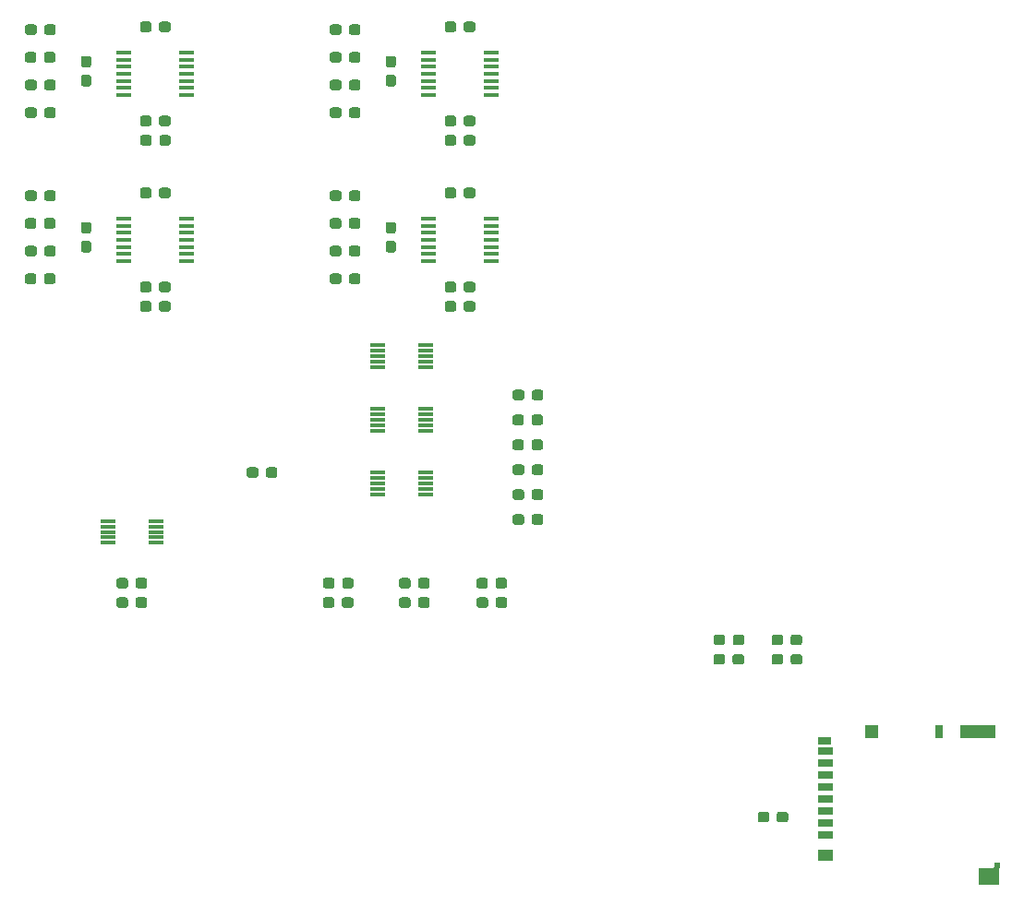
<source format=gbr>
G04 #@! TF.GenerationSoftware,KiCad,Pcbnew,(5.1.4)-1*
G04 #@! TF.CreationDate,2020-12-10T13:14:28-06:00*
G04 #@! TF.ProjectId,InstrumentationBoard2021,496e7374-7275-46d6-956e-746174696f6e,rev?*
G04 #@! TF.SameCoordinates,Original*
G04 #@! TF.FileFunction,Paste,Top*
G04 #@! TF.FilePolarity,Positive*
%FSLAX46Y46*%
G04 Gerber Fmt 4.6, Leading zero omitted, Abs format (unit mm)*
G04 Created by KiCad (PCBNEW (5.1.4)-1) date 2020-12-10 13:14:28*
%MOMM*%
%LPD*%
G04 APERTURE LIST*
%ADD10R,1.480000X0.410000*%
%ADD11R,1.400000X0.300000*%
%ADD12C,0.100000*%
%ADD13C,0.950000*%
%ADD14R,1.400000X0.700000*%
%ADD15R,1.900000X1.500000*%
%ADD16R,1.400000X1.000000*%
%ADD17R,1.200000X1.200000*%
%ADD18R,3.200000X1.200000*%
%ADD19R,1.200000X0.700000*%
%ADD20R,0.500000X0.500000*%
%ADD21R,0.800000X1.200000*%
%ADD22C,0.200000*%
G04 APERTURE END LIST*
D10*
X110307000Y-79584000D03*
X110307000Y-80234000D03*
X110307000Y-80884000D03*
X110307000Y-81534000D03*
X110307000Y-82184000D03*
X110307000Y-82834000D03*
X110307000Y-83484000D03*
X104577000Y-83484000D03*
X104577000Y-82834000D03*
X104577000Y-82184000D03*
X104577000Y-81534000D03*
X104577000Y-80884000D03*
X104577000Y-80234000D03*
X104577000Y-79584000D03*
X138247000Y-79584000D03*
X138247000Y-80234000D03*
X138247000Y-80884000D03*
X138247000Y-81534000D03*
X138247000Y-82184000D03*
X138247000Y-82834000D03*
X138247000Y-83484000D03*
X132517000Y-83484000D03*
X132517000Y-82834000D03*
X132517000Y-82184000D03*
X132517000Y-81534000D03*
X132517000Y-80884000D03*
X132517000Y-80234000D03*
X132517000Y-79584000D03*
D11*
X127848000Y-104886000D03*
X127848000Y-104386000D03*
X127848000Y-103886000D03*
X127848000Y-103386000D03*
X127848000Y-102886000D03*
X132248000Y-102886000D03*
X132248000Y-103386000D03*
X132248000Y-103886000D03*
X132248000Y-104386000D03*
X132248000Y-104886000D03*
X127848000Y-99044000D03*
X127848000Y-98544000D03*
X127848000Y-98044000D03*
X127848000Y-97544000D03*
X127848000Y-97044000D03*
X132248000Y-97044000D03*
X132248000Y-97544000D03*
X132248000Y-98044000D03*
X132248000Y-98544000D03*
X132248000Y-99044000D03*
D10*
X138247000Y-64344000D03*
X138247000Y-64994000D03*
X138247000Y-65644000D03*
X138247000Y-66294000D03*
X138247000Y-66944000D03*
X138247000Y-67594000D03*
X138247000Y-68244000D03*
X132517000Y-68244000D03*
X132517000Y-67594000D03*
X132517000Y-66944000D03*
X132517000Y-66294000D03*
X132517000Y-65644000D03*
X132517000Y-64994000D03*
X132517000Y-64344000D03*
X110307000Y-64344000D03*
X110307000Y-64994000D03*
X110307000Y-65644000D03*
X110307000Y-66294000D03*
X110307000Y-66944000D03*
X110307000Y-67594000D03*
X110307000Y-68244000D03*
X104577000Y-68244000D03*
X104577000Y-67594000D03*
X104577000Y-66944000D03*
X104577000Y-66294000D03*
X104577000Y-65644000D03*
X104577000Y-64994000D03*
X104577000Y-64344000D03*
D11*
X127848000Y-93202000D03*
X127848000Y-92702000D03*
X127848000Y-92202000D03*
X127848000Y-91702000D03*
X127848000Y-91202000D03*
X132248000Y-91202000D03*
X132248000Y-91702000D03*
X132248000Y-92202000D03*
X132248000Y-92702000D03*
X132248000Y-93202000D03*
X107483000Y-107331000D03*
X107483000Y-107831000D03*
X107483000Y-108331000D03*
X107483000Y-108831000D03*
X107483000Y-109331000D03*
X103083000Y-109331000D03*
X103083000Y-108831000D03*
X103083000Y-108331000D03*
X103083000Y-107831000D03*
X103083000Y-107331000D03*
D12*
G36*
X159469779Y-117763144D02*
G01*
X159492834Y-117766563D01*
X159515443Y-117772227D01*
X159537387Y-117780079D01*
X159558457Y-117790044D01*
X159578448Y-117802026D01*
X159597168Y-117815910D01*
X159614438Y-117831562D01*
X159630090Y-117848832D01*
X159643974Y-117867552D01*
X159655956Y-117887543D01*
X159665921Y-117908613D01*
X159673773Y-117930557D01*
X159679437Y-117953166D01*
X159682856Y-117976221D01*
X159684000Y-117999500D01*
X159684000Y-118474500D01*
X159682856Y-118497779D01*
X159679437Y-118520834D01*
X159673773Y-118543443D01*
X159665921Y-118565387D01*
X159655956Y-118586457D01*
X159643974Y-118606448D01*
X159630090Y-118625168D01*
X159614438Y-118642438D01*
X159597168Y-118658090D01*
X159578448Y-118671974D01*
X159558457Y-118683956D01*
X159537387Y-118693921D01*
X159515443Y-118701773D01*
X159492834Y-118707437D01*
X159469779Y-118710856D01*
X159446500Y-118712000D01*
X158871500Y-118712000D01*
X158848221Y-118710856D01*
X158825166Y-118707437D01*
X158802557Y-118701773D01*
X158780613Y-118693921D01*
X158759543Y-118683956D01*
X158739552Y-118671974D01*
X158720832Y-118658090D01*
X158703562Y-118642438D01*
X158687910Y-118625168D01*
X158674026Y-118606448D01*
X158662044Y-118586457D01*
X158652079Y-118565387D01*
X158644227Y-118543443D01*
X158638563Y-118520834D01*
X158635144Y-118497779D01*
X158634000Y-118474500D01*
X158634000Y-117999500D01*
X158635144Y-117976221D01*
X158638563Y-117953166D01*
X158644227Y-117930557D01*
X158652079Y-117908613D01*
X158662044Y-117887543D01*
X158674026Y-117867552D01*
X158687910Y-117848832D01*
X158703562Y-117831562D01*
X158720832Y-117815910D01*
X158739552Y-117802026D01*
X158759543Y-117790044D01*
X158780613Y-117780079D01*
X158802557Y-117772227D01*
X158825166Y-117766563D01*
X158848221Y-117763144D01*
X158871500Y-117762000D01*
X159446500Y-117762000D01*
X159469779Y-117763144D01*
X159469779Y-117763144D01*
G37*
D13*
X159159000Y-118237000D03*
D12*
G36*
X161219779Y-117763144D02*
G01*
X161242834Y-117766563D01*
X161265443Y-117772227D01*
X161287387Y-117780079D01*
X161308457Y-117790044D01*
X161328448Y-117802026D01*
X161347168Y-117815910D01*
X161364438Y-117831562D01*
X161380090Y-117848832D01*
X161393974Y-117867552D01*
X161405956Y-117887543D01*
X161415921Y-117908613D01*
X161423773Y-117930557D01*
X161429437Y-117953166D01*
X161432856Y-117976221D01*
X161434000Y-117999500D01*
X161434000Y-118474500D01*
X161432856Y-118497779D01*
X161429437Y-118520834D01*
X161423773Y-118543443D01*
X161415921Y-118565387D01*
X161405956Y-118586457D01*
X161393974Y-118606448D01*
X161380090Y-118625168D01*
X161364438Y-118642438D01*
X161347168Y-118658090D01*
X161328448Y-118671974D01*
X161308457Y-118683956D01*
X161287387Y-118693921D01*
X161265443Y-118701773D01*
X161242834Y-118707437D01*
X161219779Y-118710856D01*
X161196500Y-118712000D01*
X160621500Y-118712000D01*
X160598221Y-118710856D01*
X160575166Y-118707437D01*
X160552557Y-118701773D01*
X160530613Y-118693921D01*
X160509543Y-118683956D01*
X160489552Y-118671974D01*
X160470832Y-118658090D01*
X160453562Y-118642438D01*
X160437910Y-118625168D01*
X160424026Y-118606448D01*
X160412044Y-118586457D01*
X160402079Y-118565387D01*
X160394227Y-118543443D01*
X160388563Y-118520834D01*
X160385144Y-118497779D01*
X160384000Y-118474500D01*
X160384000Y-117999500D01*
X160385144Y-117976221D01*
X160388563Y-117953166D01*
X160394227Y-117930557D01*
X160402079Y-117908613D01*
X160412044Y-117887543D01*
X160424026Y-117867552D01*
X160437910Y-117848832D01*
X160453562Y-117831562D01*
X160470832Y-117815910D01*
X160489552Y-117802026D01*
X160509543Y-117790044D01*
X160530613Y-117780079D01*
X160552557Y-117772227D01*
X160575166Y-117766563D01*
X160598221Y-117763144D01*
X160621500Y-117762000D01*
X161196500Y-117762000D01*
X161219779Y-117763144D01*
X161219779Y-117763144D01*
G37*
D13*
X160909000Y-118237000D03*
D12*
G36*
X164775779Y-117763144D02*
G01*
X164798834Y-117766563D01*
X164821443Y-117772227D01*
X164843387Y-117780079D01*
X164864457Y-117790044D01*
X164884448Y-117802026D01*
X164903168Y-117815910D01*
X164920438Y-117831562D01*
X164936090Y-117848832D01*
X164949974Y-117867552D01*
X164961956Y-117887543D01*
X164971921Y-117908613D01*
X164979773Y-117930557D01*
X164985437Y-117953166D01*
X164988856Y-117976221D01*
X164990000Y-117999500D01*
X164990000Y-118474500D01*
X164988856Y-118497779D01*
X164985437Y-118520834D01*
X164979773Y-118543443D01*
X164971921Y-118565387D01*
X164961956Y-118586457D01*
X164949974Y-118606448D01*
X164936090Y-118625168D01*
X164920438Y-118642438D01*
X164903168Y-118658090D01*
X164884448Y-118671974D01*
X164864457Y-118683956D01*
X164843387Y-118693921D01*
X164821443Y-118701773D01*
X164798834Y-118707437D01*
X164775779Y-118710856D01*
X164752500Y-118712000D01*
X164177500Y-118712000D01*
X164154221Y-118710856D01*
X164131166Y-118707437D01*
X164108557Y-118701773D01*
X164086613Y-118693921D01*
X164065543Y-118683956D01*
X164045552Y-118671974D01*
X164026832Y-118658090D01*
X164009562Y-118642438D01*
X163993910Y-118625168D01*
X163980026Y-118606448D01*
X163968044Y-118586457D01*
X163958079Y-118565387D01*
X163950227Y-118543443D01*
X163944563Y-118520834D01*
X163941144Y-118497779D01*
X163940000Y-118474500D01*
X163940000Y-117999500D01*
X163941144Y-117976221D01*
X163944563Y-117953166D01*
X163950227Y-117930557D01*
X163958079Y-117908613D01*
X163968044Y-117887543D01*
X163980026Y-117867552D01*
X163993910Y-117848832D01*
X164009562Y-117831562D01*
X164026832Y-117815910D01*
X164045552Y-117802026D01*
X164065543Y-117790044D01*
X164086613Y-117780079D01*
X164108557Y-117772227D01*
X164131166Y-117766563D01*
X164154221Y-117763144D01*
X164177500Y-117762000D01*
X164752500Y-117762000D01*
X164775779Y-117763144D01*
X164775779Y-117763144D01*
G37*
D13*
X164465000Y-118237000D03*
D12*
G36*
X166525779Y-117763144D02*
G01*
X166548834Y-117766563D01*
X166571443Y-117772227D01*
X166593387Y-117780079D01*
X166614457Y-117790044D01*
X166634448Y-117802026D01*
X166653168Y-117815910D01*
X166670438Y-117831562D01*
X166686090Y-117848832D01*
X166699974Y-117867552D01*
X166711956Y-117887543D01*
X166721921Y-117908613D01*
X166729773Y-117930557D01*
X166735437Y-117953166D01*
X166738856Y-117976221D01*
X166740000Y-117999500D01*
X166740000Y-118474500D01*
X166738856Y-118497779D01*
X166735437Y-118520834D01*
X166729773Y-118543443D01*
X166721921Y-118565387D01*
X166711956Y-118586457D01*
X166699974Y-118606448D01*
X166686090Y-118625168D01*
X166670438Y-118642438D01*
X166653168Y-118658090D01*
X166634448Y-118671974D01*
X166614457Y-118683956D01*
X166593387Y-118693921D01*
X166571443Y-118701773D01*
X166548834Y-118707437D01*
X166525779Y-118710856D01*
X166502500Y-118712000D01*
X165927500Y-118712000D01*
X165904221Y-118710856D01*
X165881166Y-118707437D01*
X165858557Y-118701773D01*
X165836613Y-118693921D01*
X165815543Y-118683956D01*
X165795552Y-118671974D01*
X165776832Y-118658090D01*
X165759562Y-118642438D01*
X165743910Y-118625168D01*
X165730026Y-118606448D01*
X165718044Y-118586457D01*
X165708079Y-118565387D01*
X165700227Y-118543443D01*
X165694563Y-118520834D01*
X165691144Y-118497779D01*
X165690000Y-118474500D01*
X165690000Y-117999500D01*
X165691144Y-117976221D01*
X165694563Y-117953166D01*
X165700227Y-117930557D01*
X165708079Y-117908613D01*
X165718044Y-117887543D01*
X165730026Y-117867552D01*
X165743910Y-117848832D01*
X165759562Y-117831562D01*
X165776832Y-117815910D01*
X165795552Y-117802026D01*
X165815543Y-117790044D01*
X165836613Y-117780079D01*
X165858557Y-117772227D01*
X165881166Y-117766563D01*
X165904221Y-117763144D01*
X165927500Y-117762000D01*
X166502500Y-117762000D01*
X166525779Y-117763144D01*
X166525779Y-117763144D01*
G37*
D13*
X166215000Y-118237000D03*
D12*
G36*
X163505779Y-134019144D02*
G01*
X163528834Y-134022563D01*
X163551443Y-134028227D01*
X163573387Y-134036079D01*
X163594457Y-134046044D01*
X163614448Y-134058026D01*
X163633168Y-134071910D01*
X163650438Y-134087562D01*
X163666090Y-134104832D01*
X163679974Y-134123552D01*
X163691956Y-134143543D01*
X163701921Y-134164613D01*
X163709773Y-134186557D01*
X163715437Y-134209166D01*
X163718856Y-134232221D01*
X163720000Y-134255500D01*
X163720000Y-134730500D01*
X163718856Y-134753779D01*
X163715437Y-134776834D01*
X163709773Y-134799443D01*
X163701921Y-134821387D01*
X163691956Y-134842457D01*
X163679974Y-134862448D01*
X163666090Y-134881168D01*
X163650438Y-134898438D01*
X163633168Y-134914090D01*
X163614448Y-134927974D01*
X163594457Y-134939956D01*
X163573387Y-134949921D01*
X163551443Y-134957773D01*
X163528834Y-134963437D01*
X163505779Y-134966856D01*
X163482500Y-134968000D01*
X162907500Y-134968000D01*
X162884221Y-134966856D01*
X162861166Y-134963437D01*
X162838557Y-134957773D01*
X162816613Y-134949921D01*
X162795543Y-134939956D01*
X162775552Y-134927974D01*
X162756832Y-134914090D01*
X162739562Y-134898438D01*
X162723910Y-134881168D01*
X162710026Y-134862448D01*
X162698044Y-134842457D01*
X162688079Y-134821387D01*
X162680227Y-134799443D01*
X162674563Y-134776834D01*
X162671144Y-134753779D01*
X162670000Y-134730500D01*
X162670000Y-134255500D01*
X162671144Y-134232221D01*
X162674563Y-134209166D01*
X162680227Y-134186557D01*
X162688079Y-134164613D01*
X162698044Y-134143543D01*
X162710026Y-134123552D01*
X162723910Y-134104832D01*
X162739562Y-134087562D01*
X162756832Y-134071910D01*
X162775552Y-134058026D01*
X162795543Y-134046044D01*
X162816613Y-134036079D01*
X162838557Y-134028227D01*
X162861166Y-134022563D01*
X162884221Y-134019144D01*
X162907500Y-134018000D01*
X163482500Y-134018000D01*
X163505779Y-134019144D01*
X163505779Y-134019144D01*
G37*
D13*
X163195000Y-134493000D03*
D12*
G36*
X165255779Y-134019144D02*
G01*
X165278834Y-134022563D01*
X165301443Y-134028227D01*
X165323387Y-134036079D01*
X165344457Y-134046044D01*
X165364448Y-134058026D01*
X165383168Y-134071910D01*
X165400438Y-134087562D01*
X165416090Y-134104832D01*
X165429974Y-134123552D01*
X165441956Y-134143543D01*
X165451921Y-134164613D01*
X165459773Y-134186557D01*
X165465437Y-134209166D01*
X165468856Y-134232221D01*
X165470000Y-134255500D01*
X165470000Y-134730500D01*
X165468856Y-134753779D01*
X165465437Y-134776834D01*
X165459773Y-134799443D01*
X165451921Y-134821387D01*
X165441956Y-134842457D01*
X165429974Y-134862448D01*
X165416090Y-134881168D01*
X165400438Y-134898438D01*
X165383168Y-134914090D01*
X165364448Y-134927974D01*
X165344457Y-134939956D01*
X165323387Y-134949921D01*
X165301443Y-134957773D01*
X165278834Y-134963437D01*
X165255779Y-134966856D01*
X165232500Y-134968000D01*
X164657500Y-134968000D01*
X164634221Y-134966856D01*
X164611166Y-134963437D01*
X164588557Y-134957773D01*
X164566613Y-134949921D01*
X164545543Y-134939956D01*
X164525552Y-134927974D01*
X164506832Y-134914090D01*
X164489562Y-134898438D01*
X164473910Y-134881168D01*
X164460026Y-134862448D01*
X164448044Y-134842457D01*
X164438079Y-134821387D01*
X164430227Y-134799443D01*
X164424563Y-134776834D01*
X164421144Y-134753779D01*
X164420000Y-134730500D01*
X164420000Y-134255500D01*
X164421144Y-134232221D01*
X164424563Y-134209166D01*
X164430227Y-134186557D01*
X164438079Y-134164613D01*
X164448044Y-134143543D01*
X164460026Y-134123552D01*
X164473910Y-134104832D01*
X164489562Y-134087562D01*
X164506832Y-134071910D01*
X164525552Y-134058026D01*
X164545543Y-134046044D01*
X164566613Y-134036079D01*
X164588557Y-134028227D01*
X164611166Y-134022563D01*
X164634221Y-134019144D01*
X164657500Y-134018000D01*
X165232500Y-134018000D01*
X165255779Y-134019144D01*
X165255779Y-134019144D01*
G37*
D13*
X164945000Y-134493000D03*
D12*
G36*
X108627779Y-87156144D02*
G01*
X108650834Y-87159563D01*
X108673443Y-87165227D01*
X108695387Y-87173079D01*
X108716457Y-87183044D01*
X108736448Y-87195026D01*
X108755168Y-87208910D01*
X108772438Y-87224562D01*
X108788090Y-87241832D01*
X108801974Y-87260552D01*
X108813956Y-87280543D01*
X108823921Y-87301613D01*
X108831773Y-87323557D01*
X108837437Y-87346166D01*
X108840856Y-87369221D01*
X108842000Y-87392500D01*
X108842000Y-87867500D01*
X108840856Y-87890779D01*
X108837437Y-87913834D01*
X108831773Y-87936443D01*
X108823921Y-87958387D01*
X108813956Y-87979457D01*
X108801974Y-87999448D01*
X108788090Y-88018168D01*
X108772438Y-88035438D01*
X108755168Y-88051090D01*
X108736448Y-88064974D01*
X108716457Y-88076956D01*
X108695387Y-88086921D01*
X108673443Y-88094773D01*
X108650834Y-88100437D01*
X108627779Y-88103856D01*
X108604500Y-88105000D01*
X108029500Y-88105000D01*
X108006221Y-88103856D01*
X107983166Y-88100437D01*
X107960557Y-88094773D01*
X107938613Y-88086921D01*
X107917543Y-88076956D01*
X107897552Y-88064974D01*
X107878832Y-88051090D01*
X107861562Y-88035438D01*
X107845910Y-88018168D01*
X107832026Y-87999448D01*
X107820044Y-87979457D01*
X107810079Y-87958387D01*
X107802227Y-87936443D01*
X107796563Y-87913834D01*
X107793144Y-87890779D01*
X107792000Y-87867500D01*
X107792000Y-87392500D01*
X107793144Y-87369221D01*
X107796563Y-87346166D01*
X107802227Y-87323557D01*
X107810079Y-87301613D01*
X107820044Y-87280543D01*
X107832026Y-87260552D01*
X107845910Y-87241832D01*
X107861562Y-87224562D01*
X107878832Y-87208910D01*
X107897552Y-87195026D01*
X107917543Y-87183044D01*
X107938613Y-87173079D01*
X107960557Y-87165227D01*
X107983166Y-87159563D01*
X108006221Y-87156144D01*
X108029500Y-87155000D01*
X108604500Y-87155000D01*
X108627779Y-87156144D01*
X108627779Y-87156144D01*
G37*
D13*
X108317000Y-87630000D03*
D12*
G36*
X106877779Y-87156144D02*
G01*
X106900834Y-87159563D01*
X106923443Y-87165227D01*
X106945387Y-87173079D01*
X106966457Y-87183044D01*
X106986448Y-87195026D01*
X107005168Y-87208910D01*
X107022438Y-87224562D01*
X107038090Y-87241832D01*
X107051974Y-87260552D01*
X107063956Y-87280543D01*
X107073921Y-87301613D01*
X107081773Y-87323557D01*
X107087437Y-87346166D01*
X107090856Y-87369221D01*
X107092000Y-87392500D01*
X107092000Y-87867500D01*
X107090856Y-87890779D01*
X107087437Y-87913834D01*
X107081773Y-87936443D01*
X107073921Y-87958387D01*
X107063956Y-87979457D01*
X107051974Y-87999448D01*
X107038090Y-88018168D01*
X107022438Y-88035438D01*
X107005168Y-88051090D01*
X106986448Y-88064974D01*
X106966457Y-88076956D01*
X106945387Y-88086921D01*
X106923443Y-88094773D01*
X106900834Y-88100437D01*
X106877779Y-88103856D01*
X106854500Y-88105000D01*
X106279500Y-88105000D01*
X106256221Y-88103856D01*
X106233166Y-88100437D01*
X106210557Y-88094773D01*
X106188613Y-88086921D01*
X106167543Y-88076956D01*
X106147552Y-88064974D01*
X106128832Y-88051090D01*
X106111562Y-88035438D01*
X106095910Y-88018168D01*
X106082026Y-87999448D01*
X106070044Y-87979457D01*
X106060079Y-87958387D01*
X106052227Y-87936443D01*
X106046563Y-87913834D01*
X106043144Y-87890779D01*
X106042000Y-87867500D01*
X106042000Y-87392500D01*
X106043144Y-87369221D01*
X106046563Y-87346166D01*
X106052227Y-87323557D01*
X106060079Y-87301613D01*
X106070044Y-87280543D01*
X106082026Y-87260552D01*
X106095910Y-87241832D01*
X106111562Y-87224562D01*
X106128832Y-87208910D01*
X106147552Y-87195026D01*
X106167543Y-87183044D01*
X106188613Y-87173079D01*
X106210557Y-87165227D01*
X106233166Y-87159563D01*
X106256221Y-87156144D01*
X106279500Y-87155000D01*
X106854500Y-87155000D01*
X106877779Y-87156144D01*
X106877779Y-87156144D01*
G37*
D13*
X106567000Y-87630000D03*
D12*
G36*
X136567779Y-87156144D02*
G01*
X136590834Y-87159563D01*
X136613443Y-87165227D01*
X136635387Y-87173079D01*
X136656457Y-87183044D01*
X136676448Y-87195026D01*
X136695168Y-87208910D01*
X136712438Y-87224562D01*
X136728090Y-87241832D01*
X136741974Y-87260552D01*
X136753956Y-87280543D01*
X136763921Y-87301613D01*
X136771773Y-87323557D01*
X136777437Y-87346166D01*
X136780856Y-87369221D01*
X136782000Y-87392500D01*
X136782000Y-87867500D01*
X136780856Y-87890779D01*
X136777437Y-87913834D01*
X136771773Y-87936443D01*
X136763921Y-87958387D01*
X136753956Y-87979457D01*
X136741974Y-87999448D01*
X136728090Y-88018168D01*
X136712438Y-88035438D01*
X136695168Y-88051090D01*
X136676448Y-88064974D01*
X136656457Y-88076956D01*
X136635387Y-88086921D01*
X136613443Y-88094773D01*
X136590834Y-88100437D01*
X136567779Y-88103856D01*
X136544500Y-88105000D01*
X135969500Y-88105000D01*
X135946221Y-88103856D01*
X135923166Y-88100437D01*
X135900557Y-88094773D01*
X135878613Y-88086921D01*
X135857543Y-88076956D01*
X135837552Y-88064974D01*
X135818832Y-88051090D01*
X135801562Y-88035438D01*
X135785910Y-88018168D01*
X135772026Y-87999448D01*
X135760044Y-87979457D01*
X135750079Y-87958387D01*
X135742227Y-87936443D01*
X135736563Y-87913834D01*
X135733144Y-87890779D01*
X135732000Y-87867500D01*
X135732000Y-87392500D01*
X135733144Y-87369221D01*
X135736563Y-87346166D01*
X135742227Y-87323557D01*
X135750079Y-87301613D01*
X135760044Y-87280543D01*
X135772026Y-87260552D01*
X135785910Y-87241832D01*
X135801562Y-87224562D01*
X135818832Y-87208910D01*
X135837552Y-87195026D01*
X135857543Y-87183044D01*
X135878613Y-87173079D01*
X135900557Y-87165227D01*
X135923166Y-87159563D01*
X135946221Y-87156144D01*
X135969500Y-87155000D01*
X136544500Y-87155000D01*
X136567779Y-87156144D01*
X136567779Y-87156144D01*
G37*
D13*
X136257000Y-87630000D03*
D12*
G36*
X134817779Y-87156144D02*
G01*
X134840834Y-87159563D01*
X134863443Y-87165227D01*
X134885387Y-87173079D01*
X134906457Y-87183044D01*
X134926448Y-87195026D01*
X134945168Y-87208910D01*
X134962438Y-87224562D01*
X134978090Y-87241832D01*
X134991974Y-87260552D01*
X135003956Y-87280543D01*
X135013921Y-87301613D01*
X135021773Y-87323557D01*
X135027437Y-87346166D01*
X135030856Y-87369221D01*
X135032000Y-87392500D01*
X135032000Y-87867500D01*
X135030856Y-87890779D01*
X135027437Y-87913834D01*
X135021773Y-87936443D01*
X135013921Y-87958387D01*
X135003956Y-87979457D01*
X134991974Y-87999448D01*
X134978090Y-88018168D01*
X134962438Y-88035438D01*
X134945168Y-88051090D01*
X134926448Y-88064974D01*
X134906457Y-88076956D01*
X134885387Y-88086921D01*
X134863443Y-88094773D01*
X134840834Y-88100437D01*
X134817779Y-88103856D01*
X134794500Y-88105000D01*
X134219500Y-88105000D01*
X134196221Y-88103856D01*
X134173166Y-88100437D01*
X134150557Y-88094773D01*
X134128613Y-88086921D01*
X134107543Y-88076956D01*
X134087552Y-88064974D01*
X134068832Y-88051090D01*
X134051562Y-88035438D01*
X134035910Y-88018168D01*
X134022026Y-87999448D01*
X134010044Y-87979457D01*
X134000079Y-87958387D01*
X133992227Y-87936443D01*
X133986563Y-87913834D01*
X133983144Y-87890779D01*
X133982000Y-87867500D01*
X133982000Y-87392500D01*
X133983144Y-87369221D01*
X133986563Y-87346166D01*
X133992227Y-87323557D01*
X134000079Y-87301613D01*
X134010044Y-87280543D01*
X134022026Y-87260552D01*
X134035910Y-87241832D01*
X134051562Y-87224562D01*
X134068832Y-87208910D01*
X134087552Y-87195026D01*
X134107543Y-87183044D01*
X134128613Y-87173079D01*
X134150557Y-87165227D01*
X134173166Y-87159563D01*
X134196221Y-87156144D01*
X134219500Y-87155000D01*
X134794500Y-87155000D01*
X134817779Y-87156144D01*
X134817779Y-87156144D01*
G37*
D13*
X134507000Y-87630000D03*
D12*
G36*
X98072779Y-79536144D02*
G01*
X98095834Y-79539563D01*
X98118443Y-79545227D01*
X98140387Y-79553079D01*
X98161457Y-79563044D01*
X98181448Y-79575026D01*
X98200168Y-79588910D01*
X98217438Y-79604562D01*
X98233090Y-79621832D01*
X98246974Y-79640552D01*
X98258956Y-79660543D01*
X98268921Y-79681613D01*
X98276773Y-79703557D01*
X98282437Y-79726166D01*
X98285856Y-79749221D01*
X98287000Y-79772500D01*
X98287000Y-80247500D01*
X98285856Y-80270779D01*
X98282437Y-80293834D01*
X98276773Y-80316443D01*
X98268921Y-80338387D01*
X98258956Y-80359457D01*
X98246974Y-80379448D01*
X98233090Y-80398168D01*
X98217438Y-80415438D01*
X98200168Y-80431090D01*
X98181448Y-80444974D01*
X98161457Y-80456956D01*
X98140387Y-80466921D01*
X98118443Y-80474773D01*
X98095834Y-80480437D01*
X98072779Y-80483856D01*
X98049500Y-80485000D01*
X97474500Y-80485000D01*
X97451221Y-80483856D01*
X97428166Y-80480437D01*
X97405557Y-80474773D01*
X97383613Y-80466921D01*
X97362543Y-80456956D01*
X97342552Y-80444974D01*
X97323832Y-80431090D01*
X97306562Y-80415438D01*
X97290910Y-80398168D01*
X97277026Y-80379448D01*
X97265044Y-80359457D01*
X97255079Y-80338387D01*
X97247227Y-80316443D01*
X97241563Y-80293834D01*
X97238144Y-80270779D01*
X97237000Y-80247500D01*
X97237000Y-79772500D01*
X97238144Y-79749221D01*
X97241563Y-79726166D01*
X97247227Y-79703557D01*
X97255079Y-79681613D01*
X97265044Y-79660543D01*
X97277026Y-79640552D01*
X97290910Y-79621832D01*
X97306562Y-79604562D01*
X97323832Y-79588910D01*
X97342552Y-79575026D01*
X97362543Y-79563044D01*
X97383613Y-79553079D01*
X97405557Y-79545227D01*
X97428166Y-79539563D01*
X97451221Y-79536144D01*
X97474500Y-79535000D01*
X98049500Y-79535000D01*
X98072779Y-79536144D01*
X98072779Y-79536144D01*
G37*
D13*
X97762000Y-80010000D03*
D12*
G36*
X96322779Y-79536144D02*
G01*
X96345834Y-79539563D01*
X96368443Y-79545227D01*
X96390387Y-79553079D01*
X96411457Y-79563044D01*
X96431448Y-79575026D01*
X96450168Y-79588910D01*
X96467438Y-79604562D01*
X96483090Y-79621832D01*
X96496974Y-79640552D01*
X96508956Y-79660543D01*
X96518921Y-79681613D01*
X96526773Y-79703557D01*
X96532437Y-79726166D01*
X96535856Y-79749221D01*
X96537000Y-79772500D01*
X96537000Y-80247500D01*
X96535856Y-80270779D01*
X96532437Y-80293834D01*
X96526773Y-80316443D01*
X96518921Y-80338387D01*
X96508956Y-80359457D01*
X96496974Y-80379448D01*
X96483090Y-80398168D01*
X96467438Y-80415438D01*
X96450168Y-80431090D01*
X96431448Y-80444974D01*
X96411457Y-80456956D01*
X96390387Y-80466921D01*
X96368443Y-80474773D01*
X96345834Y-80480437D01*
X96322779Y-80483856D01*
X96299500Y-80485000D01*
X95724500Y-80485000D01*
X95701221Y-80483856D01*
X95678166Y-80480437D01*
X95655557Y-80474773D01*
X95633613Y-80466921D01*
X95612543Y-80456956D01*
X95592552Y-80444974D01*
X95573832Y-80431090D01*
X95556562Y-80415438D01*
X95540910Y-80398168D01*
X95527026Y-80379448D01*
X95515044Y-80359457D01*
X95505079Y-80338387D01*
X95497227Y-80316443D01*
X95491563Y-80293834D01*
X95488144Y-80270779D01*
X95487000Y-80247500D01*
X95487000Y-79772500D01*
X95488144Y-79749221D01*
X95491563Y-79726166D01*
X95497227Y-79703557D01*
X95505079Y-79681613D01*
X95515044Y-79660543D01*
X95527026Y-79640552D01*
X95540910Y-79621832D01*
X95556562Y-79604562D01*
X95573832Y-79588910D01*
X95592552Y-79575026D01*
X95612543Y-79563044D01*
X95633613Y-79553079D01*
X95655557Y-79545227D01*
X95678166Y-79539563D01*
X95701221Y-79536144D01*
X95724500Y-79535000D01*
X96299500Y-79535000D01*
X96322779Y-79536144D01*
X96322779Y-79536144D01*
G37*
D13*
X96012000Y-80010000D03*
D12*
G36*
X98100779Y-82076144D02*
G01*
X98123834Y-82079563D01*
X98146443Y-82085227D01*
X98168387Y-82093079D01*
X98189457Y-82103044D01*
X98209448Y-82115026D01*
X98228168Y-82128910D01*
X98245438Y-82144562D01*
X98261090Y-82161832D01*
X98274974Y-82180552D01*
X98286956Y-82200543D01*
X98296921Y-82221613D01*
X98304773Y-82243557D01*
X98310437Y-82266166D01*
X98313856Y-82289221D01*
X98315000Y-82312500D01*
X98315000Y-82787500D01*
X98313856Y-82810779D01*
X98310437Y-82833834D01*
X98304773Y-82856443D01*
X98296921Y-82878387D01*
X98286956Y-82899457D01*
X98274974Y-82919448D01*
X98261090Y-82938168D01*
X98245438Y-82955438D01*
X98228168Y-82971090D01*
X98209448Y-82984974D01*
X98189457Y-82996956D01*
X98168387Y-83006921D01*
X98146443Y-83014773D01*
X98123834Y-83020437D01*
X98100779Y-83023856D01*
X98077500Y-83025000D01*
X97502500Y-83025000D01*
X97479221Y-83023856D01*
X97456166Y-83020437D01*
X97433557Y-83014773D01*
X97411613Y-83006921D01*
X97390543Y-82996956D01*
X97370552Y-82984974D01*
X97351832Y-82971090D01*
X97334562Y-82955438D01*
X97318910Y-82938168D01*
X97305026Y-82919448D01*
X97293044Y-82899457D01*
X97283079Y-82878387D01*
X97275227Y-82856443D01*
X97269563Y-82833834D01*
X97266144Y-82810779D01*
X97265000Y-82787500D01*
X97265000Y-82312500D01*
X97266144Y-82289221D01*
X97269563Y-82266166D01*
X97275227Y-82243557D01*
X97283079Y-82221613D01*
X97293044Y-82200543D01*
X97305026Y-82180552D01*
X97318910Y-82161832D01*
X97334562Y-82144562D01*
X97351832Y-82128910D01*
X97370552Y-82115026D01*
X97390543Y-82103044D01*
X97411613Y-82093079D01*
X97433557Y-82085227D01*
X97456166Y-82079563D01*
X97479221Y-82076144D01*
X97502500Y-82075000D01*
X98077500Y-82075000D01*
X98100779Y-82076144D01*
X98100779Y-82076144D01*
G37*
D13*
X97790000Y-82550000D03*
D12*
G36*
X96350779Y-82076144D02*
G01*
X96373834Y-82079563D01*
X96396443Y-82085227D01*
X96418387Y-82093079D01*
X96439457Y-82103044D01*
X96459448Y-82115026D01*
X96478168Y-82128910D01*
X96495438Y-82144562D01*
X96511090Y-82161832D01*
X96524974Y-82180552D01*
X96536956Y-82200543D01*
X96546921Y-82221613D01*
X96554773Y-82243557D01*
X96560437Y-82266166D01*
X96563856Y-82289221D01*
X96565000Y-82312500D01*
X96565000Y-82787500D01*
X96563856Y-82810779D01*
X96560437Y-82833834D01*
X96554773Y-82856443D01*
X96546921Y-82878387D01*
X96536956Y-82899457D01*
X96524974Y-82919448D01*
X96511090Y-82938168D01*
X96495438Y-82955438D01*
X96478168Y-82971090D01*
X96459448Y-82984974D01*
X96439457Y-82996956D01*
X96418387Y-83006921D01*
X96396443Y-83014773D01*
X96373834Y-83020437D01*
X96350779Y-83023856D01*
X96327500Y-83025000D01*
X95752500Y-83025000D01*
X95729221Y-83023856D01*
X95706166Y-83020437D01*
X95683557Y-83014773D01*
X95661613Y-83006921D01*
X95640543Y-82996956D01*
X95620552Y-82984974D01*
X95601832Y-82971090D01*
X95584562Y-82955438D01*
X95568910Y-82938168D01*
X95555026Y-82919448D01*
X95543044Y-82899457D01*
X95533079Y-82878387D01*
X95525227Y-82856443D01*
X95519563Y-82833834D01*
X95516144Y-82810779D01*
X95515000Y-82787500D01*
X95515000Y-82312500D01*
X95516144Y-82289221D01*
X95519563Y-82266166D01*
X95525227Y-82243557D01*
X95533079Y-82221613D01*
X95543044Y-82200543D01*
X95555026Y-82180552D01*
X95568910Y-82161832D01*
X95584562Y-82144562D01*
X95601832Y-82128910D01*
X95620552Y-82115026D01*
X95640543Y-82103044D01*
X95661613Y-82093079D01*
X95683557Y-82085227D01*
X95706166Y-82079563D01*
X95729221Y-82076144D01*
X95752500Y-82075000D01*
X96327500Y-82075000D01*
X96350779Y-82076144D01*
X96350779Y-82076144D01*
G37*
D13*
X96040000Y-82550000D03*
D12*
G36*
X126026779Y-79536144D02*
G01*
X126049834Y-79539563D01*
X126072443Y-79545227D01*
X126094387Y-79553079D01*
X126115457Y-79563044D01*
X126135448Y-79575026D01*
X126154168Y-79588910D01*
X126171438Y-79604562D01*
X126187090Y-79621832D01*
X126200974Y-79640552D01*
X126212956Y-79660543D01*
X126222921Y-79681613D01*
X126230773Y-79703557D01*
X126236437Y-79726166D01*
X126239856Y-79749221D01*
X126241000Y-79772500D01*
X126241000Y-80247500D01*
X126239856Y-80270779D01*
X126236437Y-80293834D01*
X126230773Y-80316443D01*
X126222921Y-80338387D01*
X126212956Y-80359457D01*
X126200974Y-80379448D01*
X126187090Y-80398168D01*
X126171438Y-80415438D01*
X126154168Y-80431090D01*
X126135448Y-80444974D01*
X126115457Y-80456956D01*
X126094387Y-80466921D01*
X126072443Y-80474773D01*
X126049834Y-80480437D01*
X126026779Y-80483856D01*
X126003500Y-80485000D01*
X125428500Y-80485000D01*
X125405221Y-80483856D01*
X125382166Y-80480437D01*
X125359557Y-80474773D01*
X125337613Y-80466921D01*
X125316543Y-80456956D01*
X125296552Y-80444974D01*
X125277832Y-80431090D01*
X125260562Y-80415438D01*
X125244910Y-80398168D01*
X125231026Y-80379448D01*
X125219044Y-80359457D01*
X125209079Y-80338387D01*
X125201227Y-80316443D01*
X125195563Y-80293834D01*
X125192144Y-80270779D01*
X125191000Y-80247500D01*
X125191000Y-79772500D01*
X125192144Y-79749221D01*
X125195563Y-79726166D01*
X125201227Y-79703557D01*
X125209079Y-79681613D01*
X125219044Y-79660543D01*
X125231026Y-79640552D01*
X125244910Y-79621832D01*
X125260562Y-79604562D01*
X125277832Y-79588910D01*
X125296552Y-79575026D01*
X125316543Y-79563044D01*
X125337613Y-79553079D01*
X125359557Y-79545227D01*
X125382166Y-79539563D01*
X125405221Y-79536144D01*
X125428500Y-79535000D01*
X126003500Y-79535000D01*
X126026779Y-79536144D01*
X126026779Y-79536144D01*
G37*
D13*
X125716000Y-80010000D03*
D12*
G36*
X124276779Y-79536144D02*
G01*
X124299834Y-79539563D01*
X124322443Y-79545227D01*
X124344387Y-79553079D01*
X124365457Y-79563044D01*
X124385448Y-79575026D01*
X124404168Y-79588910D01*
X124421438Y-79604562D01*
X124437090Y-79621832D01*
X124450974Y-79640552D01*
X124462956Y-79660543D01*
X124472921Y-79681613D01*
X124480773Y-79703557D01*
X124486437Y-79726166D01*
X124489856Y-79749221D01*
X124491000Y-79772500D01*
X124491000Y-80247500D01*
X124489856Y-80270779D01*
X124486437Y-80293834D01*
X124480773Y-80316443D01*
X124472921Y-80338387D01*
X124462956Y-80359457D01*
X124450974Y-80379448D01*
X124437090Y-80398168D01*
X124421438Y-80415438D01*
X124404168Y-80431090D01*
X124385448Y-80444974D01*
X124365457Y-80456956D01*
X124344387Y-80466921D01*
X124322443Y-80474773D01*
X124299834Y-80480437D01*
X124276779Y-80483856D01*
X124253500Y-80485000D01*
X123678500Y-80485000D01*
X123655221Y-80483856D01*
X123632166Y-80480437D01*
X123609557Y-80474773D01*
X123587613Y-80466921D01*
X123566543Y-80456956D01*
X123546552Y-80444974D01*
X123527832Y-80431090D01*
X123510562Y-80415438D01*
X123494910Y-80398168D01*
X123481026Y-80379448D01*
X123469044Y-80359457D01*
X123459079Y-80338387D01*
X123451227Y-80316443D01*
X123445563Y-80293834D01*
X123442144Y-80270779D01*
X123441000Y-80247500D01*
X123441000Y-79772500D01*
X123442144Y-79749221D01*
X123445563Y-79726166D01*
X123451227Y-79703557D01*
X123459079Y-79681613D01*
X123469044Y-79660543D01*
X123481026Y-79640552D01*
X123494910Y-79621832D01*
X123510562Y-79604562D01*
X123527832Y-79588910D01*
X123546552Y-79575026D01*
X123566543Y-79563044D01*
X123587613Y-79553079D01*
X123609557Y-79545227D01*
X123632166Y-79539563D01*
X123655221Y-79536144D01*
X123678500Y-79535000D01*
X124253500Y-79535000D01*
X124276779Y-79536144D01*
X124276779Y-79536144D01*
G37*
D13*
X123966000Y-80010000D03*
D12*
G36*
X126026779Y-82076144D02*
G01*
X126049834Y-82079563D01*
X126072443Y-82085227D01*
X126094387Y-82093079D01*
X126115457Y-82103044D01*
X126135448Y-82115026D01*
X126154168Y-82128910D01*
X126171438Y-82144562D01*
X126187090Y-82161832D01*
X126200974Y-82180552D01*
X126212956Y-82200543D01*
X126222921Y-82221613D01*
X126230773Y-82243557D01*
X126236437Y-82266166D01*
X126239856Y-82289221D01*
X126241000Y-82312500D01*
X126241000Y-82787500D01*
X126239856Y-82810779D01*
X126236437Y-82833834D01*
X126230773Y-82856443D01*
X126222921Y-82878387D01*
X126212956Y-82899457D01*
X126200974Y-82919448D01*
X126187090Y-82938168D01*
X126171438Y-82955438D01*
X126154168Y-82971090D01*
X126135448Y-82984974D01*
X126115457Y-82996956D01*
X126094387Y-83006921D01*
X126072443Y-83014773D01*
X126049834Y-83020437D01*
X126026779Y-83023856D01*
X126003500Y-83025000D01*
X125428500Y-83025000D01*
X125405221Y-83023856D01*
X125382166Y-83020437D01*
X125359557Y-83014773D01*
X125337613Y-83006921D01*
X125316543Y-82996956D01*
X125296552Y-82984974D01*
X125277832Y-82971090D01*
X125260562Y-82955438D01*
X125244910Y-82938168D01*
X125231026Y-82919448D01*
X125219044Y-82899457D01*
X125209079Y-82878387D01*
X125201227Y-82856443D01*
X125195563Y-82833834D01*
X125192144Y-82810779D01*
X125191000Y-82787500D01*
X125191000Y-82312500D01*
X125192144Y-82289221D01*
X125195563Y-82266166D01*
X125201227Y-82243557D01*
X125209079Y-82221613D01*
X125219044Y-82200543D01*
X125231026Y-82180552D01*
X125244910Y-82161832D01*
X125260562Y-82144562D01*
X125277832Y-82128910D01*
X125296552Y-82115026D01*
X125316543Y-82103044D01*
X125337613Y-82093079D01*
X125359557Y-82085227D01*
X125382166Y-82079563D01*
X125405221Y-82076144D01*
X125428500Y-82075000D01*
X126003500Y-82075000D01*
X126026779Y-82076144D01*
X126026779Y-82076144D01*
G37*
D13*
X125716000Y-82550000D03*
D12*
G36*
X124276779Y-82076144D02*
G01*
X124299834Y-82079563D01*
X124322443Y-82085227D01*
X124344387Y-82093079D01*
X124365457Y-82103044D01*
X124385448Y-82115026D01*
X124404168Y-82128910D01*
X124421438Y-82144562D01*
X124437090Y-82161832D01*
X124450974Y-82180552D01*
X124462956Y-82200543D01*
X124472921Y-82221613D01*
X124480773Y-82243557D01*
X124486437Y-82266166D01*
X124489856Y-82289221D01*
X124491000Y-82312500D01*
X124491000Y-82787500D01*
X124489856Y-82810779D01*
X124486437Y-82833834D01*
X124480773Y-82856443D01*
X124472921Y-82878387D01*
X124462956Y-82899457D01*
X124450974Y-82919448D01*
X124437090Y-82938168D01*
X124421438Y-82955438D01*
X124404168Y-82971090D01*
X124385448Y-82984974D01*
X124365457Y-82996956D01*
X124344387Y-83006921D01*
X124322443Y-83014773D01*
X124299834Y-83020437D01*
X124276779Y-83023856D01*
X124253500Y-83025000D01*
X123678500Y-83025000D01*
X123655221Y-83023856D01*
X123632166Y-83020437D01*
X123609557Y-83014773D01*
X123587613Y-83006921D01*
X123566543Y-82996956D01*
X123546552Y-82984974D01*
X123527832Y-82971090D01*
X123510562Y-82955438D01*
X123494910Y-82938168D01*
X123481026Y-82919448D01*
X123469044Y-82899457D01*
X123459079Y-82878387D01*
X123451227Y-82856443D01*
X123445563Y-82833834D01*
X123442144Y-82810779D01*
X123441000Y-82787500D01*
X123441000Y-82312500D01*
X123442144Y-82289221D01*
X123445563Y-82266166D01*
X123451227Y-82243557D01*
X123459079Y-82221613D01*
X123469044Y-82200543D01*
X123481026Y-82180552D01*
X123494910Y-82161832D01*
X123510562Y-82144562D01*
X123527832Y-82128910D01*
X123546552Y-82115026D01*
X123566543Y-82103044D01*
X123587613Y-82093079D01*
X123609557Y-82085227D01*
X123632166Y-82079563D01*
X123655221Y-82076144D01*
X123678500Y-82075000D01*
X124253500Y-82075000D01*
X124276779Y-82076144D01*
X124276779Y-82076144D01*
G37*
D13*
X123966000Y-82550000D03*
D12*
G36*
X136567779Y-71916144D02*
G01*
X136590834Y-71919563D01*
X136613443Y-71925227D01*
X136635387Y-71933079D01*
X136656457Y-71943044D01*
X136676448Y-71955026D01*
X136695168Y-71968910D01*
X136712438Y-71984562D01*
X136728090Y-72001832D01*
X136741974Y-72020552D01*
X136753956Y-72040543D01*
X136763921Y-72061613D01*
X136771773Y-72083557D01*
X136777437Y-72106166D01*
X136780856Y-72129221D01*
X136782000Y-72152500D01*
X136782000Y-72627500D01*
X136780856Y-72650779D01*
X136777437Y-72673834D01*
X136771773Y-72696443D01*
X136763921Y-72718387D01*
X136753956Y-72739457D01*
X136741974Y-72759448D01*
X136728090Y-72778168D01*
X136712438Y-72795438D01*
X136695168Y-72811090D01*
X136676448Y-72824974D01*
X136656457Y-72836956D01*
X136635387Y-72846921D01*
X136613443Y-72854773D01*
X136590834Y-72860437D01*
X136567779Y-72863856D01*
X136544500Y-72865000D01*
X135969500Y-72865000D01*
X135946221Y-72863856D01*
X135923166Y-72860437D01*
X135900557Y-72854773D01*
X135878613Y-72846921D01*
X135857543Y-72836956D01*
X135837552Y-72824974D01*
X135818832Y-72811090D01*
X135801562Y-72795438D01*
X135785910Y-72778168D01*
X135772026Y-72759448D01*
X135760044Y-72739457D01*
X135750079Y-72718387D01*
X135742227Y-72696443D01*
X135736563Y-72673834D01*
X135733144Y-72650779D01*
X135732000Y-72627500D01*
X135732000Y-72152500D01*
X135733144Y-72129221D01*
X135736563Y-72106166D01*
X135742227Y-72083557D01*
X135750079Y-72061613D01*
X135760044Y-72040543D01*
X135772026Y-72020552D01*
X135785910Y-72001832D01*
X135801562Y-71984562D01*
X135818832Y-71968910D01*
X135837552Y-71955026D01*
X135857543Y-71943044D01*
X135878613Y-71933079D01*
X135900557Y-71925227D01*
X135923166Y-71919563D01*
X135946221Y-71916144D01*
X135969500Y-71915000D01*
X136544500Y-71915000D01*
X136567779Y-71916144D01*
X136567779Y-71916144D01*
G37*
D13*
X136257000Y-72390000D03*
D12*
G36*
X134817779Y-71916144D02*
G01*
X134840834Y-71919563D01*
X134863443Y-71925227D01*
X134885387Y-71933079D01*
X134906457Y-71943044D01*
X134926448Y-71955026D01*
X134945168Y-71968910D01*
X134962438Y-71984562D01*
X134978090Y-72001832D01*
X134991974Y-72020552D01*
X135003956Y-72040543D01*
X135013921Y-72061613D01*
X135021773Y-72083557D01*
X135027437Y-72106166D01*
X135030856Y-72129221D01*
X135032000Y-72152500D01*
X135032000Y-72627500D01*
X135030856Y-72650779D01*
X135027437Y-72673834D01*
X135021773Y-72696443D01*
X135013921Y-72718387D01*
X135003956Y-72739457D01*
X134991974Y-72759448D01*
X134978090Y-72778168D01*
X134962438Y-72795438D01*
X134945168Y-72811090D01*
X134926448Y-72824974D01*
X134906457Y-72836956D01*
X134885387Y-72846921D01*
X134863443Y-72854773D01*
X134840834Y-72860437D01*
X134817779Y-72863856D01*
X134794500Y-72865000D01*
X134219500Y-72865000D01*
X134196221Y-72863856D01*
X134173166Y-72860437D01*
X134150557Y-72854773D01*
X134128613Y-72846921D01*
X134107543Y-72836956D01*
X134087552Y-72824974D01*
X134068832Y-72811090D01*
X134051562Y-72795438D01*
X134035910Y-72778168D01*
X134022026Y-72759448D01*
X134010044Y-72739457D01*
X134000079Y-72718387D01*
X133992227Y-72696443D01*
X133986563Y-72673834D01*
X133983144Y-72650779D01*
X133982000Y-72627500D01*
X133982000Y-72152500D01*
X133983144Y-72129221D01*
X133986563Y-72106166D01*
X133992227Y-72083557D01*
X134000079Y-72061613D01*
X134010044Y-72040543D01*
X134022026Y-72020552D01*
X134035910Y-72001832D01*
X134051562Y-71984562D01*
X134068832Y-71968910D01*
X134087552Y-71955026D01*
X134107543Y-71943044D01*
X134128613Y-71933079D01*
X134150557Y-71925227D01*
X134173166Y-71919563D01*
X134196221Y-71916144D01*
X134219500Y-71915000D01*
X134794500Y-71915000D01*
X134817779Y-71916144D01*
X134817779Y-71916144D01*
G37*
D13*
X134507000Y-72390000D03*
D12*
G36*
X108641779Y-71916144D02*
G01*
X108664834Y-71919563D01*
X108687443Y-71925227D01*
X108709387Y-71933079D01*
X108730457Y-71943044D01*
X108750448Y-71955026D01*
X108769168Y-71968910D01*
X108786438Y-71984562D01*
X108802090Y-72001832D01*
X108815974Y-72020552D01*
X108827956Y-72040543D01*
X108837921Y-72061613D01*
X108845773Y-72083557D01*
X108851437Y-72106166D01*
X108854856Y-72129221D01*
X108856000Y-72152500D01*
X108856000Y-72627500D01*
X108854856Y-72650779D01*
X108851437Y-72673834D01*
X108845773Y-72696443D01*
X108837921Y-72718387D01*
X108827956Y-72739457D01*
X108815974Y-72759448D01*
X108802090Y-72778168D01*
X108786438Y-72795438D01*
X108769168Y-72811090D01*
X108750448Y-72824974D01*
X108730457Y-72836956D01*
X108709387Y-72846921D01*
X108687443Y-72854773D01*
X108664834Y-72860437D01*
X108641779Y-72863856D01*
X108618500Y-72865000D01*
X108043500Y-72865000D01*
X108020221Y-72863856D01*
X107997166Y-72860437D01*
X107974557Y-72854773D01*
X107952613Y-72846921D01*
X107931543Y-72836956D01*
X107911552Y-72824974D01*
X107892832Y-72811090D01*
X107875562Y-72795438D01*
X107859910Y-72778168D01*
X107846026Y-72759448D01*
X107834044Y-72739457D01*
X107824079Y-72718387D01*
X107816227Y-72696443D01*
X107810563Y-72673834D01*
X107807144Y-72650779D01*
X107806000Y-72627500D01*
X107806000Y-72152500D01*
X107807144Y-72129221D01*
X107810563Y-72106166D01*
X107816227Y-72083557D01*
X107824079Y-72061613D01*
X107834044Y-72040543D01*
X107846026Y-72020552D01*
X107859910Y-72001832D01*
X107875562Y-71984562D01*
X107892832Y-71968910D01*
X107911552Y-71955026D01*
X107931543Y-71943044D01*
X107952613Y-71933079D01*
X107974557Y-71925227D01*
X107997166Y-71919563D01*
X108020221Y-71916144D01*
X108043500Y-71915000D01*
X108618500Y-71915000D01*
X108641779Y-71916144D01*
X108641779Y-71916144D01*
G37*
D13*
X108331000Y-72390000D03*
D12*
G36*
X106891779Y-71916144D02*
G01*
X106914834Y-71919563D01*
X106937443Y-71925227D01*
X106959387Y-71933079D01*
X106980457Y-71943044D01*
X107000448Y-71955026D01*
X107019168Y-71968910D01*
X107036438Y-71984562D01*
X107052090Y-72001832D01*
X107065974Y-72020552D01*
X107077956Y-72040543D01*
X107087921Y-72061613D01*
X107095773Y-72083557D01*
X107101437Y-72106166D01*
X107104856Y-72129221D01*
X107106000Y-72152500D01*
X107106000Y-72627500D01*
X107104856Y-72650779D01*
X107101437Y-72673834D01*
X107095773Y-72696443D01*
X107087921Y-72718387D01*
X107077956Y-72739457D01*
X107065974Y-72759448D01*
X107052090Y-72778168D01*
X107036438Y-72795438D01*
X107019168Y-72811090D01*
X107000448Y-72824974D01*
X106980457Y-72836956D01*
X106959387Y-72846921D01*
X106937443Y-72854773D01*
X106914834Y-72860437D01*
X106891779Y-72863856D01*
X106868500Y-72865000D01*
X106293500Y-72865000D01*
X106270221Y-72863856D01*
X106247166Y-72860437D01*
X106224557Y-72854773D01*
X106202613Y-72846921D01*
X106181543Y-72836956D01*
X106161552Y-72824974D01*
X106142832Y-72811090D01*
X106125562Y-72795438D01*
X106109910Y-72778168D01*
X106096026Y-72759448D01*
X106084044Y-72739457D01*
X106074079Y-72718387D01*
X106066227Y-72696443D01*
X106060563Y-72673834D01*
X106057144Y-72650779D01*
X106056000Y-72627500D01*
X106056000Y-72152500D01*
X106057144Y-72129221D01*
X106060563Y-72106166D01*
X106066227Y-72083557D01*
X106074079Y-72061613D01*
X106084044Y-72040543D01*
X106096026Y-72020552D01*
X106109910Y-72001832D01*
X106125562Y-71984562D01*
X106142832Y-71968910D01*
X106161552Y-71955026D01*
X106181543Y-71943044D01*
X106202613Y-71933079D01*
X106224557Y-71925227D01*
X106247166Y-71919563D01*
X106270221Y-71916144D01*
X106293500Y-71915000D01*
X106868500Y-71915000D01*
X106891779Y-71916144D01*
X106891779Y-71916144D01*
G37*
D13*
X106581000Y-72390000D03*
D12*
G36*
X126040779Y-64296144D02*
G01*
X126063834Y-64299563D01*
X126086443Y-64305227D01*
X126108387Y-64313079D01*
X126129457Y-64323044D01*
X126149448Y-64335026D01*
X126168168Y-64348910D01*
X126185438Y-64364562D01*
X126201090Y-64381832D01*
X126214974Y-64400552D01*
X126226956Y-64420543D01*
X126236921Y-64441613D01*
X126244773Y-64463557D01*
X126250437Y-64486166D01*
X126253856Y-64509221D01*
X126255000Y-64532500D01*
X126255000Y-65007500D01*
X126253856Y-65030779D01*
X126250437Y-65053834D01*
X126244773Y-65076443D01*
X126236921Y-65098387D01*
X126226956Y-65119457D01*
X126214974Y-65139448D01*
X126201090Y-65158168D01*
X126185438Y-65175438D01*
X126168168Y-65191090D01*
X126149448Y-65204974D01*
X126129457Y-65216956D01*
X126108387Y-65226921D01*
X126086443Y-65234773D01*
X126063834Y-65240437D01*
X126040779Y-65243856D01*
X126017500Y-65245000D01*
X125442500Y-65245000D01*
X125419221Y-65243856D01*
X125396166Y-65240437D01*
X125373557Y-65234773D01*
X125351613Y-65226921D01*
X125330543Y-65216956D01*
X125310552Y-65204974D01*
X125291832Y-65191090D01*
X125274562Y-65175438D01*
X125258910Y-65158168D01*
X125245026Y-65139448D01*
X125233044Y-65119457D01*
X125223079Y-65098387D01*
X125215227Y-65076443D01*
X125209563Y-65053834D01*
X125206144Y-65030779D01*
X125205000Y-65007500D01*
X125205000Y-64532500D01*
X125206144Y-64509221D01*
X125209563Y-64486166D01*
X125215227Y-64463557D01*
X125223079Y-64441613D01*
X125233044Y-64420543D01*
X125245026Y-64400552D01*
X125258910Y-64381832D01*
X125274562Y-64364562D01*
X125291832Y-64348910D01*
X125310552Y-64335026D01*
X125330543Y-64323044D01*
X125351613Y-64313079D01*
X125373557Y-64305227D01*
X125396166Y-64299563D01*
X125419221Y-64296144D01*
X125442500Y-64295000D01*
X126017500Y-64295000D01*
X126040779Y-64296144D01*
X126040779Y-64296144D01*
G37*
D13*
X125730000Y-64770000D03*
D12*
G36*
X124290779Y-64296144D02*
G01*
X124313834Y-64299563D01*
X124336443Y-64305227D01*
X124358387Y-64313079D01*
X124379457Y-64323044D01*
X124399448Y-64335026D01*
X124418168Y-64348910D01*
X124435438Y-64364562D01*
X124451090Y-64381832D01*
X124464974Y-64400552D01*
X124476956Y-64420543D01*
X124486921Y-64441613D01*
X124494773Y-64463557D01*
X124500437Y-64486166D01*
X124503856Y-64509221D01*
X124505000Y-64532500D01*
X124505000Y-65007500D01*
X124503856Y-65030779D01*
X124500437Y-65053834D01*
X124494773Y-65076443D01*
X124486921Y-65098387D01*
X124476956Y-65119457D01*
X124464974Y-65139448D01*
X124451090Y-65158168D01*
X124435438Y-65175438D01*
X124418168Y-65191090D01*
X124399448Y-65204974D01*
X124379457Y-65216956D01*
X124358387Y-65226921D01*
X124336443Y-65234773D01*
X124313834Y-65240437D01*
X124290779Y-65243856D01*
X124267500Y-65245000D01*
X123692500Y-65245000D01*
X123669221Y-65243856D01*
X123646166Y-65240437D01*
X123623557Y-65234773D01*
X123601613Y-65226921D01*
X123580543Y-65216956D01*
X123560552Y-65204974D01*
X123541832Y-65191090D01*
X123524562Y-65175438D01*
X123508910Y-65158168D01*
X123495026Y-65139448D01*
X123483044Y-65119457D01*
X123473079Y-65098387D01*
X123465227Y-65076443D01*
X123459563Y-65053834D01*
X123456144Y-65030779D01*
X123455000Y-65007500D01*
X123455000Y-64532500D01*
X123456144Y-64509221D01*
X123459563Y-64486166D01*
X123465227Y-64463557D01*
X123473079Y-64441613D01*
X123483044Y-64420543D01*
X123495026Y-64400552D01*
X123508910Y-64381832D01*
X123524562Y-64364562D01*
X123541832Y-64348910D01*
X123560552Y-64335026D01*
X123580543Y-64323044D01*
X123601613Y-64313079D01*
X123623557Y-64305227D01*
X123646166Y-64299563D01*
X123669221Y-64296144D01*
X123692500Y-64295000D01*
X124267500Y-64295000D01*
X124290779Y-64296144D01*
X124290779Y-64296144D01*
G37*
D13*
X123980000Y-64770000D03*
D12*
G36*
X126040779Y-66836144D02*
G01*
X126063834Y-66839563D01*
X126086443Y-66845227D01*
X126108387Y-66853079D01*
X126129457Y-66863044D01*
X126149448Y-66875026D01*
X126168168Y-66888910D01*
X126185438Y-66904562D01*
X126201090Y-66921832D01*
X126214974Y-66940552D01*
X126226956Y-66960543D01*
X126236921Y-66981613D01*
X126244773Y-67003557D01*
X126250437Y-67026166D01*
X126253856Y-67049221D01*
X126255000Y-67072500D01*
X126255000Y-67547500D01*
X126253856Y-67570779D01*
X126250437Y-67593834D01*
X126244773Y-67616443D01*
X126236921Y-67638387D01*
X126226956Y-67659457D01*
X126214974Y-67679448D01*
X126201090Y-67698168D01*
X126185438Y-67715438D01*
X126168168Y-67731090D01*
X126149448Y-67744974D01*
X126129457Y-67756956D01*
X126108387Y-67766921D01*
X126086443Y-67774773D01*
X126063834Y-67780437D01*
X126040779Y-67783856D01*
X126017500Y-67785000D01*
X125442500Y-67785000D01*
X125419221Y-67783856D01*
X125396166Y-67780437D01*
X125373557Y-67774773D01*
X125351613Y-67766921D01*
X125330543Y-67756956D01*
X125310552Y-67744974D01*
X125291832Y-67731090D01*
X125274562Y-67715438D01*
X125258910Y-67698168D01*
X125245026Y-67679448D01*
X125233044Y-67659457D01*
X125223079Y-67638387D01*
X125215227Y-67616443D01*
X125209563Y-67593834D01*
X125206144Y-67570779D01*
X125205000Y-67547500D01*
X125205000Y-67072500D01*
X125206144Y-67049221D01*
X125209563Y-67026166D01*
X125215227Y-67003557D01*
X125223079Y-66981613D01*
X125233044Y-66960543D01*
X125245026Y-66940552D01*
X125258910Y-66921832D01*
X125274562Y-66904562D01*
X125291832Y-66888910D01*
X125310552Y-66875026D01*
X125330543Y-66863044D01*
X125351613Y-66853079D01*
X125373557Y-66845227D01*
X125396166Y-66839563D01*
X125419221Y-66836144D01*
X125442500Y-66835000D01*
X126017500Y-66835000D01*
X126040779Y-66836144D01*
X126040779Y-66836144D01*
G37*
D13*
X125730000Y-67310000D03*
D12*
G36*
X124290779Y-66836144D02*
G01*
X124313834Y-66839563D01*
X124336443Y-66845227D01*
X124358387Y-66853079D01*
X124379457Y-66863044D01*
X124399448Y-66875026D01*
X124418168Y-66888910D01*
X124435438Y-66904562D01*
X124451090Y-66921832D01*
X124464974Y-66940552D01*
X124476956Y-66960543D01*
X124486921Y-66981613D01*
X124494773Y-67003557D01*
X124500437Y-67026166D01*
X124503856Y-67049221D01*
X124505000Y-67072500D01*
X124505000Y-67547500D01*
X124503856Y-67570779D01*
X124500437Y-67593834D01*
X124494773Y-67616443D01*
X124486921Y-67638387D01*
X124476956Y-67659457D01*
X124464974Y-67679448D01*
X124451090Y-67698168D01*
X124435438Y-67715438D01*
X124418168Y-67731090D01*
X124399448Y-67744974D01*
X124379457Y-67756956D01*
X124358387Y-67766921D01*
X124336443Y-67774773D01*
X124313834Y-67780437D01*
X124290779Y-67783856D01*
X124267500Y-67785000D01*
X123692500Y-67785000D01*
X123669221Y-67783856D01*
X123646166Y-67780437D01*
X123623557Y-67774773D01*
X123601613Y-67766921D01*
X123580543Y-67756956D01*
X123560552Y-67744974D01*
X123541832Y-67731090D01*
X123524562Y-67715438D01*
X123508910Y-67698168D01*
X123495026Y-67679448D01*
X123483044Y-67659457D01*
X123473079Y-67638387D01*
X123465227Y-67616443D01*
X123459563Y-67593834D01*
X123456144Y-67570779D01*
X123455000Y-67547500D01*
X123455000Y-67072500D01*
X123456144Y-67049221D01*
X123459563Y-67026166D01*
X123465227Y-67003557D01*
X123473079Y-66981613D01*
X123483044Y-66960543D01*
X123495026Y-66940552D01*
X123508910Y-66921832D01*
X123524562Y-66904562D01*
X123541832Y-66888910D01*
X123560552Y-66875026D01*
X123580543Y-66863044D01*
X123601613Y-66853079D01*
X123623557Y-66845227D01*
X123646166Y-66839563D01*
X123669221Y-66836144D01*
X123692500Y-66835000D01*
X124267500Y-66835000D01*
X124290779Y-66836144D01*
X124290779Y-66836144D01*
G37*
D13*
X123980000Y-67310000D03*
D12*
G36*
X142790779Y-104428144D02*
G01*
X142813834Y-104431563D01*
X142836443Y-104437227D01*
X142858387Y-104445079D01*
X142879457Y-104455044D01*
X142899448Y-104467026D01*
X142918168Y-104480910D01*
X142935438Y-104496562D01*
X142951090Y-104513832D01*
X142964974Y-104532552D01*
X142976956Y-104552543D01*
X142986921Y-104573613D01*
X142994773Y-104595557D01*
X143000437Y-104618166D01*
X143003856Y-104641221D01*
X143005000Y-104664500D01*
X143005000Y-105139500D01*
X143003856Y-105162779D01*
X143000437Y-105185834D01*
X142994773Y-105208443D01*
X142986921Y-105230387D01*
X142976956Y-105251457D01*
X142964974Y-105271448D01*
X142951090Y-105290168D01*
X142935438Y-105307438D01*
X142918168Y-105323090D01*
X142899448Y-105336974D01*
X142879457Y-105348956D01*
X142858387Y-105358921D01*
X142836443Y-105366773D01*
X142813834Y-105372437D01*
X142790779Y-105375856D01*
X142767500Y-105377000D01*
X142192500Y-105377000D01*
X142169221Y-105375856D01*
X142146166Y-105372437D01*
X142123557Y-105366773D01*
X142101613Y-105358921D01*
X142080543Y-105348956D01*
X142060552Y-105336974D01*
X142041832Y-105323090D01*
X142024562Y-105307438D01*
X142008910Y-105290168D01*
X141995026Y-105271448D01*
X141983044Y-105251457D01*
X141973079Y-105230387D01*
X141965227Y-105208443D01*
X141959563Y-105185834D01*
X141956144Y-105162779D01*
X141955000Y-105139500D01*
X141955000Y-104664500D01*
X141956144Y-104641221D01*
X141959563Y-104618166D01*
X141965227Y-104595557D01*
X141973079Y-104573613D01*
X141983044Y-104552543D01*
X141995026Y-104532552D01*
X142008910Y-104513832D01*
X142024562Y-104496562D01*
X142041832Y-104480910D01*
X142060552Y-104467026D01*
X142080543Y-104455044D01*
X142101613Y-104445079D01*
X142123557Y-104437227D01*
X142146166Y-104431563D01*
X142169221Y-104428144D01*
X142192500Y-104427000D01*
X142767500Y-104427000D01*
X142790779Y-104428144D01*
X142790779Y-104428144D01*
G37*
D13*
X142480000Y-104902000D03*
D12*
G36*
X141040779Y-104428144D02*
G01*
X141063834Y-104431563D01*
X141086443Y-104437227D01*
X141108387Y-104445079D01*
X141129457Y-104455044D01*
X141149448Y-104467026D01*
X141168168Y-104480910D01*
X141185438Y-104496562D01*
X141201090Y-104513832D01*
X141214974Y-104532552D01*
X141226956Y-104552543D01*
X141236921Y-104573613D01*
X141244773Y-104595557D01*
X141250437Y-104618166D01*
X141253856Y-104641221D01*
X141255000Y-104664500D01*
X141255000Y-105139500D01*
X141253856Y-105162779D01*
X141250437Y-105185834D01*
X141244773Y-105208443D01*
X141236921Y-105230387D01*
X141226956Y-105251457D01*
X141214974Y-105271448D01*
X141201090Y-105290168D01*
X141185438Y-105307438D01*
X141168168Y-105323090D01*
X141149448Y-105336974D01*
X141129457Y-105348956D01*
X141108387Y-105358921D01*
X141086443Y-105366773D01*
X141063834Y-105372437D01*
X141040779Y-105375856D01*
X141017500Y-105377000D01*
X140442500Y-105377000D01*
X140419221Y-105375856D01*
X140396166Y-105372437D01*
X140373557Y-105366773D01*
X140351613Y-105358921D01*
X140330543Y-105348956D01*
X140310552Y-105336974D01*
X140291832Y-105323090D01*
X140274562Y-105307438D01*
X140258910Y-105290168D01*
X140245026Y-105271448D01*
X140233044Y-105251457D01*
X140223079Y-105230387D01*
X140215227Y-105208443D01*
X140209563Y-105185834D01*
X140206144Y-105162779D01*
X140205000Y-105139500D01*
X140205000Y-104664500D01*
X140206144Y-104641221D01*
X140209563Y-104618166D01*
X140215227Y-104595557D01*
X140223079Y-104573613D01*
X140233044Y-104552543D01*
X140245026Y-104532552D01*
X140258910Y-104513832D01*
X140274562Y-104496562D01*
X140291832Y-104480910D01*
X140310552Y-104467026D01*
X140330543Y-104455044D01*
X140351613Y-104445079D01*
X140373557Y-104437227D01*
X140396166Y-104431563D01*
X140419221Y-104428144D01*
X140442500Y-104427000D01*
X141017500Y-104427000D01*
X141040779Y-104428144D01*
X141040779Y-104428144D01*
G37*
D13*
X140730000Y-104902000D03*
D12*
G36*
X142776779Y-99856144D02*
G01*
X142799834Y-99859563D01*
X142822443Y-99865227D01*
X142844387Y-99873079D01*
X142865457Y-99883044D01*
X142885448Y-99895026D01*
X142904168Y-99908910D01*
X142921438Y-99924562D01*
X142937090Y-99941832D01*
X142950974Y-99960552D01*
X142962956Y-99980543D01*
X142972921Y-100001613D01*
X142980773Y-100023557D01*
X142986437Y-100046166D01*
X142989856Y-100069221D01*
X142991000Y-100092500D01*
X142991000Y-100567500D01*
X142989856Y-100590779D01*
X142986437Y-100613834D01*
X142980773Y-100636443D01*
X142972921Y-100658387D01*
X142962956Y-100679457D01*
X142950974Y-100699448D01*
X142937090Y-100718168D01*
X142921438Y-100735438D01*
X142904168Y-100751090D01*
X142885448Y-100764974D01*
X142865457Y-100776956D01*
X142844387Y-100786921D01*
X142822443Y-100794773D01*
X142799834Y-100800437D01*
X142776779Y-100803856D01*
X142753500Y-100805000D01*
X142178500Y-100805000D01*
X142155221Y-100803856D01*
X142132166Y-100800437D01*
X142109557Y-100794773D01*
X142087613Y-100786921D01*
X142066543Y-100776956D01*
X142046552Y-100764974D01*
X142027832Y-100751090D01*
X142010562Y-100735438D01*
X141994910Y-100718168D01*
X141981026Y-100699448D01*
X141969044Y-100679457D01*
X141959079Y-100658387D01*
X141951227Y-100636443D01*
X141945563Y-100613834D01*
X141942144Y-100590779D01*
X141941000Y-100567500D01*
X141941000Y-100092500D01*
X141942144Y-100069221D01*
X141945563Y-100046166D01*
X141951227Y-100023557D01*
X141959079Y-100001613D01*
X141969044Y-99980543D01*
X141981026Y-99960552D01*
X141994910Y-99941832D01*
X142010562Y-99924562D01*
X142027832Y-99908910D01*
X142046552Y-99895026D01*
X142066543Y-99883044D01*
X142087613Y-99873079D01*
X142109557Y-99865227D01*
X142132166Y-99859563D01*
X142155221Y-99856144D01*
X142178500Y-99855000D01*
X142753500Y-99855000D01*
X142776779Y-99856144D01*
X142776779Y-99856144D01*
G37*
D13*
X142466000Y-100330000D03*
D12*
G36*
X141026779Y-99856144D02*
G01*
X141049834Y-99859563D01*
X141072443Y-99865227D01*
X141094387Y-99873079D01*
X141115457Y-99883044D01*
X141135448Y-99895026D01*
X141154168Y-99908910D01*
X141171438Y-99924562D01*
X141187090Y-99941832D01*
X141200974Y-99960552D01*
X141212956Y-99980543D01*
X141222921Y-100001613D01*
X141230773Y-100023557D01*
X141236437Y-100046166D01*
X141239856Y-100069221D01*
X141241000Y-100092500D01*
X141241000Y-100567500D01*
X141239856Y-100590779D01*
X141236437Y-100613834D01*
X141230773Y-100636443D01*
X141222921Y-100658387D01*
X141212956Y-100679457D01*
X141200974Y-100699448D01*
X141187090Y-100718168D01*
X141171438Y-100735438D01*
X141154168Y-100751090D01*
X141135448Y-100764974D01*
X141115457Y-100776956D01*
X141094387Y-100786921D01*
X141072443Y-100794773D01*
X141049834Y-100800437D01*
X141026779Y-100803856D01*
X141003500Y-100805000D01*
X140428500Y-100805000D01*
X140405221Y-100803856D01*
X140382166Y-100800437D01*
X140359557Y-100794773D01*
X140337613Y-100786921D01*
X140316543Y-100776956D01*
X140296552Y-100764974D01*
X140277832Y-100751090D01*
X140260562Y-100735438D01*
X140244910Y-100718168D01*
X140231026Y-100699448D01*
X140219044Y-100679457D01*
X140209079Y-100658387D01*
X140201227Y-100636443D01*
X140195563Y-100613834D01*
X140192144Y-100590779D01*
X140191000Y-100567500D01*
X140191000Y-100092500D01*
X140192144Y-100069221D01*
X140195563Y-100046166D01*
X140201227Y-100023557D01*
X140209079Y-100001613D01*
X140219044Y-99980543D01*
X140231026Y-99960552D01*
X140244910Y-99941832D01*
X140260562Y-99924562D01*
X140277832Y-99908910D01*
X140296552Y-99895026D01*
X140316543Y-99883044D01*
X140337613Y-99873079D01*
X140359557Y-99865227D01*
X140382166Y-99859563D01*
X140405221Y-99856144D01*
X140428500Y-99855000D01*
X141003500Y-99855000D01*
X141026779Y-99856144D01*
X141026779Y-99856144D01*
G37*
D13*
X140716000Y-100330000D03*
D12*
G36*
X142804779Y-95284144D02*
G01*
X142827834Y-95287563D01*
X142850443Y-95293227D01*
X142872387Y-95301079D01*
X142893457Y-95311044D01*
X142913448Y-95323026D01*
X142932168Y-95336910D01*
X142949438Y-95352562D01*
X142965090Y-95369832D01*
X142978974Y-95388552D01*
X142990956Y-95408543D01*
X143000921Y-95429613D01*
X143008773Y-95451557D01*
X143014437Y-95474166D01*
X143017856Y-95497221D01*
X143019000Y-95520500D01*
X143019000Y-95995500D01*
X143017856Y-96018779D01*
X143014437Y-96041834D01*
X143008773Y-96064443D01*
X143000921Y-96086387D01*
X142990956Y-96107457D01*
X142978974Y-96127448D01*
X142965090Y-96146168D01*
X142949438Y-96163438D01*
X142932168Y-96179090D01*
X142913448Y-96192974D01*
X142893457Y-96204956D01*
X142872387Y-96214921D01*
X142850443Y-96222773D01*
X142827834Y-96228437D01*
X142804779Y-96231856D01*
X142781500Y-96233000D01*
X142206500Y-96233000D01*
X142183221Y-96231856D01*
X142160166Y-96228437D01*
X142137557Y-96222773D01*
X142115613Y-96214921D01*
X142094543Y-96204956D01*
X142074552Y-96192974D01*
X142055832Y-96179090D01*
X142038562Y-96163438D01*
X142022910Y-96146168D01*
X142009026Y-96127448D01*
X141997044Y-96107457D01*
X141987079Y-96086387D01*
X141979227Y-96064443D01*
X141973563Y-96041834D01*
X141970144Y-96018779D01*
X141969000Y-95995500D01*
X141969000Y-95520500D01*
X141970144Y-95497221D01*
X141973563Y-95474166D01*
X141979227Y-95451557D01*
X141987079Y-95429613D01*
X141997044Y-95408543D01*
X142009026Y-95388552D01*
X142022910Y-95369832D01*
X142038562Y-95352562D01*
X142055832Y-95336910D01*
X142074552Y-95323026D01*
X142094543Y-95311044D01*
X142115613Y-95301079D01*
X142137557Y-95293227D01*
X142160166Y-95287563D01*
X142183221Y-95284144D01*
X142206500Y-95283000D01*
X142781500Y-95283000D01*
X142804779Y-95284144D01*
X142804779Y-95284144D01*
G37*
D13*
X142494000Y-95758000D03*
D12*
G36*
X141054779Y-95284144D02*
G01*
X141077834Y-95287563D01*
X141100443Y-95293227D01*
X141122387Y-95301079D01*
X141143457Y-95311044D01*
X141163448Y-95323026D01*
X141182168Y-95336910D01*
X141199438Y-95352562D01*
X141215090Y-95369832D01*
X141228974Y-95388552D01*
X141240956Y-95408543D01*
X141250921Y-95429613D01*
X141258773Y-95451557D01*
X141264437Y-95474166D01*
X141267856Y-95497221D01*
X141269000Y-95520500D01*
X141269000Y-95995500D01*
X141267856Y-96018779D01*
X141264437Y-96041834D01*
X141258773Y-96064443D01*
X141250921Y-96086387D01*
X141240956Y-96107457D01*
X141228974Y-96127448D01*
X141215090Y-96146168D01*
X141199438Y-96163438D01*
X141182168Y-96179090D01*
X141163448Y-96192974D01*
X141143457Y-96204956D01*
X141122387Y-96214921D01*
X141100443Y-96222773D01*
X141077834Y-96228437D01*
X141054779Y-96231856D01*
X141031500Y-96233000D01*
X140456500Y-96233000D01*
X140433221Y-96231856D01*
X140410166Y-96228437D01*
X140387557Y-96222773D01*
X140365613Y-96214921D01*
X140344543Y-96204956D01*
X140324552Y-96192974D01*
X140305832Y-96179090D01*
X140288562Y-96163438D01*
X140272910Y-96146168D01*
X140259026Y-96127448D01*
X140247044Y-96107457D01*
X140237079Y-96086387D01*
X140229227Y-96064443D01*
X140223563Y-96041834D01*
X140220144Y-96018779D01*
X140219000Y-95995500D01*
X140219000Y-95520500D01*
X140220144Y-95497221D01*
X140223563Y-95474166D01*
X140229227Y-95451557D01*
X140237079Y-95429613D01*
X140247044Y-95408543D01*
X140259026Y-95388552D01*
X140272910Y-95369832D01*
X140288562Y-95352562D01*
X140305832Y-95336910D01*
X140324552Y-95323026D01*
X140344543Y-95311044D01*
X140365613Y-95301079D01*
X140387557Y-95293227D01*
X140410166Y-95287563D01*
X140433221Y-95284144D01*
X140456500Y-95283000D01*
X141031500Y-95283000D01*
X141054779Y-95284144D01*
X141054779Y-95284144D01*
G37*
D13*
X140744000Y-95758000D03*
D12*
G36*
X98072779Y-64296144D02*
G01*
X98095834Y-64299563D01*
X98118443Y-64305227D01*
X98140387Y-64313079D01*
X98161457Y-64323044D01*
X98181448Y-64335026D01*
X98200168Y-64348910D01*
X98217438Y-64364562D01*
X98233090Y-64381832D01*
X98246974Y-64400552D01*
X98258956Y-64420543D01*
X98268921Y-64441613D01*
X98276773Y-64463557D01*
X98282437Y-64486166D01*
X98285856Y-64509221D01*
X98287000Y-64532500D01*
X98287000Y-65007500D01*
X98285856Y-65030779D01*
X98282437Y-65053834D01*
X98276773Y-65076443D01*
X98268921Y-65098387D01*
X98258956Y-65119457D01*
X98246974Y-65139448D01*
X98233090Y-65158168D01*
X98217438Y-65175438D01*
X98200168Y-65191090D01*
X98181448Y-65204974D01*
X98161457Y-65216956D01*
X98140387Y-65226921D01*
X98118443Y-65234773D01*
X98095834Y-65240437D01*
X98072779Y-65243856D01*
X98049500Y-65245000D01*
X97474500Y-65245000D01*
X97451221Y-65243856D01*
X97428166Y-65240437D01*
X97405557Y-65234773D01*
X97383613Y-65226921D01*
X97362543Y-65216956D01*
X97342552Y-65204974D01*
X97323832Y-65191090D01*
X97306562Y-65175438D01*
X97290910Y-65158168D01*
X97277026Y-65139448D01*
X97265044Y-65119457D01*
X97255079Y-65098387D01*
X97247227Y-65076443D01*
X97241563Y-65053834D01*
X97238144Y-65030779D01*
X97237000Y-65007500D01*
X97237000Y-64532500D01*
X97238144Y-64509221D01*
X97241563Y-64486166D01*
X97247227Y-64463557D01*
X97255079Y-64441613D01*
X97265044Y-64420543D01*
X97277026Y-64400552D01*
X97290910Y-64381832D01*
X97306562Y-64364562D01*
X97323832Y-64348910D01*
X97342552Y-64335026D01*
X97362543Y-64323044D01*
X97383613Y-64313079D01*
X97405557Y-64305227D01*
X97428166Y-64299563D01*
X97451221Y-64296144D01*
X97474500Y-64295000D01*
X98049500Y-64295000D01*
X98072779Y-64296144D01*
X98072779Y-64296144D01*
G37*
D13*
X97762000Y-64770000D03*
D12*
G36*
X96322779Y-64296144D02*
G01*
X96345834Y-64299563D01*
X96368443Y-64305227D01*
X96390387Y-64313079D01*
X96411457Y-64323044D01*
X96431448Y-64335026D01*
X96450168Y-64348910D01*
X96467438Y-64364562D01*
X96483090Y-64381832D01*
X96496974Y-64400552D01*
X96508956Y-64420543D01*
X96518921Y-64441613D01*
X96526773Y-64463557D01*
X96532437Y-64486166D01*
X96535856Y-64509221D01*
X96537000Y-64532500D01*
X96537000Y-65007500D01*
X96535856Y-65030779D01*
X96532437Y-65053834D01*
X96526773Y-65076443D01*
X96518921Y-65098387D01*
X96508956Y-65119457D01*
X96496974Y-65139448D01*
X96483090Y-65158168D01*
X96467438Y-65175438D01*
X96450168Y-65191090D01*
X96431448Y-65204974D01*
X96411457Y-65216956D01*
X96390387Y-65226921D01*
X96368443Y-65234773D01*
X96345834Y-65240437D01*
X96322779Y-65243856D01*
X96299500Y-65245000D01*
X95724500Y-65245000D01*
X95701221Y-65243856D01*
X95678166Y-65240437D01*
X95655557Y-65234773D01*
X95633613Y-65226921D01*
X95612543Y-65216956D01*
X95592552Y-65204974D01*
X95573832Y-65191090D01*
X95556562Y-65175438D01*
X95540910Y-65158168D01*
X95527026Y-65139448D01*
X95515044Y-65119457D01*
X95505079Y-65098387D01*
X95497227Y-65076443D01*
X95491563Y-65053834D01*
X95488144Y-65030779D01*
X95487000Y-65007500D01*
X95487000Y-64532500D01*
X95488144Y-64509221D01*
X95491563Y-64486166D01*
X95497227Y-64463557D01*
X95505079Y-64441613D01*
X95515044Y-64420543D01*
X95527026Y-64400552D01*
X95540910Y-64381832D01*
X95556562Y-64364562D01*
X95573832Y-64348910D01*
X95592552Y-64335026D01*
X95612543Y-64323044D01*
X95633613Y-64313079D01*
X95655557Y-64305227D01*
X95678166Y-64299563D01*
X95701221Y-64296144D01*
X95724500Y-64295000D01*
X96299500Y-64295000D01*
X96322779Y-64296144D01*
X96322779Y-64296144D01*
G37*
D13*
X96012000Y-64770000D03*
D12*
G36*
X98100779Y-66836144D02*
G01*
X98123834Y-66839563D01*
X98146443Y-66845227D01*
X98168387Y-66853079D01*
X98189457Y-66863044D01*
X98209448Y-66875026D01*
X98228168Y-66888910D01*
X98245438Y-66904562D01*
X98261090Y-66921832D01*
X98274974Y-66940552D01*
X98286956Y-66960543D01*
X98296921Y-66981613D01*
X98304773Y-67003557D01*
X98310437Y-67026166D01*
X98313856Y-67049221D01*
X98315000Y-67072500D01*
X98315000Y-67547500D01*
X98313856Y-67570779D01*
X98310437Y-67593834D01*
X98304773Y-67616443D01*
X98296921Y-67638387D01*
X98286956Y-67659457D01*
X98274974Y-67679448D01*
X98261090Y-67698168D01*
X98245438Y-67715438D01*
X98228168Y-67731090D01*
X98209448Y-67744974D01*
X98189457Y-67756956D01*
X98168387Y-67766921D01*
X98146443Y-67774773D01*
X98123834Y-67780437D01*
X98100779Y-67783856D01*
X98077500Y-67785000D01*
X97502500Y-67785000D01*
X97479221Y-67783856D01*
X97456166Y-67780437D01*
X97433557Y-67774773D01*
X97411613Y-67766921D01*
X97390543Y-67756956D01*
X97370552Y-67744974D01*
X97351832Y-67731090D01*
X97334562Y-67715438D01*
X97318910Y-67698168D01*
X97305026Y-67679448D01*
X97293044Y-67659457D01*
X97283079Y-67638387D01*
X97275227Y-67616443D01*
X97269563Y-67593834D01*
X97266144Y-67570779D01*
X97265000Y-67547500D01*
X97265000Y-67072500D01*
X97266144Y-67049221D01*
X97269563Y-67026166D01*
X97275227Y-67003557D01*
X97283079Y-66981613D01*
X97293044Y-66960543D01*
X97305026Y-66940552D01*
X97318910Y-66921832D01*
X97334562Y-66904562D01*
X97351832Y-66888910D01*
X97370552Y-66875026D01*
X97390543Y-66863044D01*
X97411613Y-66853079D01*
X97433557Y-66845227D01*
X97456166Y-66839563D01*
X97479221Y-66836144D01*
X97502500Y-66835000D01*
X98077500Y-66835000D01*
X98100779Y-66836144D01*
X98100779Y-66836144D01*
G37*
D13*
X97790000Y-67310000D03*
D12*
G36*
X96350779Y-66836144D02*
G01*
X96373834Y-66839563D01*
X96396443Y-66845227D01*
X96418387Y-66853079D01*
X96439457Y-66863044D01*
X96459448Y-66875026D01*
X96478168Y-66888910D01*
X96495438Y-66904562D01*
X96511090Y-66921832D01*
X96524974Y-66940552D01*
X96536956Y-66960543D01*
X96546921Y-66981613D01*
X96554773Y-67003557D01*
X96560437Y-67026166D01*
X96563856Y-67049221D01*
X96565000Y-67072500D01*
X96565000Y-67547500D01*
X96563856Y-67570779D01*
X96560437Y-67593834D01*
X96554773Y-67616443D01*
X96546921Y-67638387D01*
X96536956Y-67659457D01*
X96524974Y-67679448D01*
X96511090Y-67698168D01*
X96495438Y-67715438D01*
X96478168Y-67731090D01*
X96459448Y-67744974D01*
X96439457Y-67756956D01*
X96418387Y-67766921D01*
X96396443Y-67774773D01*
X96373834Y-67780437D01*
X96350779Y-67783856D01*
X96327500Y-67785000D01*
X95752500Y-67785000D01*
X95729221Y-67783856D01*
X95706166Y-67780437D01*
X95683557Y-67774773D01*
X95661613Y-67766921D01*
X95640543Y-67756956D01*
X95620552Y-67744974D01*
X95601832Y-67731090D01*
X95584562Y-67715438D01*
X95568910Y-67698168D01*
X95555026Y-67679448D01*
X95543044Y-67659457D01*
X95533079Y-67638387D01*
X95525227Y-67616443D01*
X95519563Y-67593834D01*
X95516144Y-67570779D01*
X95515000Y-67547500D01*
X95515000Y-67072500D01*
X95516144Y-67049221D01*
X95519563Y-67026166D01*
X95525227Y-67003557D01*
X95533079Y-66981613D01*
X95543044Y-66960543D01*
X95555026Y-66940552D01*
X95568910Y-66921832D01*
X95584562Y-66904562D01*
X95601832Y-66888910D01*
X95620552Y-66875026D01*
X95640543Y-66863044D01*
X95661613Y-66853079D01*
X95683557Y-66845227D01*
X95706166Y-66839563D01*
X95729221Y-66836144D01*
X95752500Y-66835000D01*
X96327500Y-66835000D01*
X96350779Y-66836144D01*
X96350779Y-66836144D01*
G37*
D13*
X96040000Y-67310000D03*
D12*
G36*
X137738779Y-114334144D02*
G01*
X137761834Y-114337563D01*
X137784443Y-114343227D01*
X137806387Y-114351079D01*
X137827457Y-114361044D01*
X137847448Y-114373026D01*
X137866168Y-114386910D01*
X137883438Y-114402562D01*
X137899090Y-114419832D01*
X137912974Y-114438552D01*
X137924956Y-114458543D01*
X137934921Y-114479613D01*
X137942773Y-114501557D01*
X137948437Y-114524166D01*
X137951856Y-114547221D01*
X137953000Y-114570500D01*
X137953000Y-115045500D01*
X137951856Y-115068779D01*
X137948437Y-115091834D01*
X137942773Y-115114443D01*
X137934921Y-115136387D01*
X137924956Y-115157457D01*
X137912974Y-115177448D01*
X137899090Y-115196168D01*
X137883438Y-115213438D01*
X137866168Y-115229090D01*
X137847448Y-115242974D01*
X137827457Y-115254956D01*
X137806387Y-115264921D01*
X137784443Y-115272773D01*
X137761834Y-115278437D01*
X137738779Y-115281856D01*
X137715500Y-115283000D01*
X137140500Y-115283000D01*
X137117221Y-115281856D01*
X137094166Y-115278437D01*
X137071557Y-115272773D01*
X137049613Y-115264921D01*
X137028543Y-115254956D01*
X137008552Y-115242974D01*
X136989832Y-115229090D01*
X136972562Y-115213438D01*
X136956910Y-115196168D01*
X136943026Y-115177448D01*
X136931044Y-115157457D01*
X136921079Y-115136387D01*
X136913227Y-115114443D01*
X136907563Y-115091834D01*
X136904144Y-115068779D01*
X136903000Y-115045500D01*
X136903000Y-114570500D01*
X136904144Y-114547221D01*
X136907563Y-114524166D01*
X136913227Y-114501557D01*
X136921079Y-114479613D01*
X136931044Y-114458543D01*
X136943026Y-114438552D01*
X136956910Y-114419832D01*
X136972562Y-114402562D01*
X136989832Y-114386910D01*
X137008552Y-114373026D01*
X137028543Y-114361044D01*
X137049613Y-114351079D01*
X137071557Y-114343227D01*
X137094166Y-114337563D01*
X137117221Y-114334144D01*
X137140500Y-114333000D01*
X137715500Y-114333000D01*
X137738779Y-114334144D01*
X137738779Y-114334144D01*
G37*
D13*
X137428000Y-114808000D03*
D12*
G36*
X139488779Y-114334144D02*
G01*
X139511834Y-114337563D01*
X139534443Y-114343227D01*
X139556387Y-114351079D01*
X139577457Y-114361044D01*
X139597448Y-114373026D01*
X139616168Y-114386910D01*
X139633438Y-114402562D01*
X139649090Y-114419832D01*
X139662974Y-114438552D01*
X139674956Y-114458543D01*
X139684921Y-114479613D01*
X139692773Y-114501557D01*
X139698437Y-114524166D01*
X139701856Y-114547221D01*
X139703000Y-114570500D01*
X139703000Y-115045500D01*
X139701856Y-115068779D01*
X139698437Y-115091834D01*
X139692773Y-115114443D01*
X139684921Y-115136387D01*
X139674956Y-115157457D01*
X139662974Y-115177448D01*
X139649090Y-115196168D01*
X139633438Y-115213438D01*
X139616168Y-115229090D01*
X139597448Y-115242974D01*
X139577457Y-115254956D01*
X139556387Y-115264921D01*
X139534443Y-115272773D01*
X139511834Y-115278437D01*
X139488779Y-115281856D01*
X139465500Y-115283000D01*
X138890500Y-115283000D01*
X138867221Y-115281856D01*
X138844166Y-115278437D01*
X138821557Y-115272773D01*
X138799613Y-115264921D01*
X138778543Y-115254956D01*
X138758552Y-115242974D01*
X138739832Y-115229090D01*
X138722562Y-115213438D01*
X138706910Y-115196168D01*
X138693026Y-115177448D01*
X138681044Y-115157457D01*
X138671079Y-115136387D01*
X138663227Y-115114443D01*
X138657563Y-115091834D01*
X138654144Y-115068779D01*
X138653000Y-115045500D01*
X138653000Y-114570500D01*
X138654144Y-114547221D01*
X138657563Y-114524166D01*
X138663227Y-114501557D01*
X138671079Y-114479613D01*
X138681044Y-114458543D01*
X138693026Y-114438552D01*
X138706910Y-114419832D01*
X138722562Y-114402562D01*
X138739832Y-114386910D01*
X138758552Y-114373026D01*
X138778543Y-114361044D01*
X138799613Y-114351079D01*
X138821557Y-114343227D01*
X138844166Y-114337563D01*
X138867221Y-114334144D01*
X138890500Y-114333000D01*
X139465500Y-114333000D01*
X139488779Y-114334144D01*
X139488779Y-114334144D01*
G37*
D13*
X139178000Y-114808000D03*
D12*
G36*
X130626779Y-114334144D02*
G01*
X130649834Y-114337563D01*
X130672443Y-114343227D01*
X130694387Y-114351079D01*
X130715457Y-114361044D01*
X130735448Y-114373026D01*
X130754168Y-114386910D01*
X130771438Y-114402562D01*
X130787090Y-114419832D01*
X130800974Y-114438552D01*
X130812956Y-114458543D01*
X130822921Y-114479613D01*
X130830773Y-114501557D01*
X130836437Y-114524166D01*
X130839856Y-114547221D01*
X130841000Y-114570500D01*
X130841000Y-115045500D01*
X130839856Y-115068779D01*
X130836437Y-115091834D01*
X130830773Y-115114443D01*
X130822921Y-115136387D01*
X130812956Y-115157457D01*
X130800974Y-115177448D01*
X130787090Y-115196168D01*
X130771438Y-115213438D01*
X130754168Y-115229090D01*
X130735448Y-115242974D01*
X130715457Y-115254956D01*
X130694387Y-115264921D01*
X130672443Y-115272773D01*
X130649834Y-115278437D01*
X130626779Y-115281856D01*
X130603500Y-115283000D01*
X130028500Y-115283000D01*
X130005221Y-115281856D01*
X129982166Y-115278437D01*
X129959557Y-115272773D01*
X129937613Y-115264921D01*
X129916543Y-115254956D01*
X129896552Y-115242974D01*
X129877832Y-115229090D01*
X129860562Y-115213438D01*
X129844910Y-115196168D01*
X129831026Y-115177448D01*
X129819044Y-115157457D01*
X129809079Y-115136387D01*
X129801227Y-115114443D01*
X129795563Y-115091834D01*
X129792144Y-115068779D01*
X129791000Y-115045500D01*
X129791000Y-114570500D01*
X129792144Y-114547221D01*
X129795563Y-114524166D01*
X129801227Y-114501557D01*
X129809079Y-114479613D01*
X129819044Y-114458543D01*
X129831026Y-114438552D01*
X129844910Y-114419832D01*
X129860562Y-114402562D01*
X129877832Y-114386910D01*
X129896552Y-114373026D01*
X129916543Y-114361044D01*
X129937613Y-114351079D01*
X129959557Y-114343227D01*
X129982166Y-114337563D01*
X130005221Y-114334144D01*
X130028500Y-114333000D01*
X130603500Y-114333000D01*
X130626779Y-114334144D01*
X130626779Y-114334144D01*
G37*
D13*
X130316000Y-114808000D03*
D12*
G36*
X132376779Y-114334144D02*
G01*
X132399834Y-114337563D01*
X132422443Y-114343227D01*
X132444387Y-114351079D01*
X132465457Y-114361044D01*
X132485448Y-114373026D01*
X132504168Y-114386910D01*
X132521438Y-114402562D01*
X132537090Y-114419832D01*
X132550974Y-114438552D01*
X132562956Y-114458543D01*
X132572921Y-114479613D01*
X132580773Y-114501557D01*
X132586437Y-114524166D01*
X132589856Y-114547221D01*
X132591000Y-114570500D01*
X132591000Y-115045500D01*
X132589856Y-115068779D01*
X132586437Y-115091834D01*
X132580773Y-115114443D01*
X132572921Y-115136387D01*
X132562956Y-115157457D01*
X132550974Y-115177448D01*
X132537090Y-115196168D01*
X132521438Y-115213438D01*
X132504168Y-115229090D01*
X132485448Y-115242974D01*
X132465457Y-115254956D01*
X132444387Y-115264921D01*
X132422443Y-115272773D01*
X132399834Y-115278437D01*
X132376779Y-115281856D01*
X132353500Y-115283000D01*
X131778500Y-115283000D01*
X131755221Y-115281856D01*
X131732166Y-115278437D01*
X131709557Y-115272773D01*
X131687613Y-115264921D01*
X131666543Y-115254956D01*
X131646552Y-115242974D01*
X131627832Y-115229090D01*
X131610562Y-115213438D01*
X131594910Y-115196168D01*
X131581026Y-115177448D01*
X131569044Y-115157457D01*
X131559079Y-115136387D01*
X131551227Y-115114443D01*
X131545563Y-115091834D01*
X131542144Y-115068779D01*
X131541000Y-115045500D01*
X131541000Y-114570500D01*
X131542144Y-114547221D01*
X131545563Y-114524166D01*
X131551227Y-114501557D01*
X131559079Y-114479613D01*
X131569044Y-114458543D01*
X131581026Y-114438552D01*
X131594910Y-114419832D01*
X131610562Y-114402562D01*
X131627832Y-114386910D01*
X131646552Y-114373026D01*
X131666543Y-114361044D01*
X131687613Y-114351079D01*
X131709557Y-114343227D01*
X131732166Y-114337563D01*
X131755221Y-114334144D01*
X131778500Y-114333000D01*
X132353500Y-114333000D01*
X132376779Y-114334144D01*
X132376779Y-114334144D01*
G37*
D13*
X132066000Y-114808000D03*
D12*
G36*
X123641779Y-114334144D02*
G01*
X123664834Y-114337563D01*
X123687443Y-114343227D01*
X123709387Y-114351079D01*
X123730457Y-114361044D01*
X123750448Y-114373026D01*
X123769168Y-114386910D01*
X123786438Y-114402562D01*
X123802090Y-114419832D01*
X123815974Y-114438552D01*
X123827956Y-114458543D01*
X123837921Y-114479613D01*
X123845773Y-114501557D01*
X123851437Y-114524166D01*
X123854856Y-114547221D01*
X123856000Y-114570500D01*
X123856000Y-115045500D01*
X123854856Y-115068779D01*
X123851437Y-115091834D01*
X123845773Y-115114443D01*
X123837921Y-115136387D01*
X123827956Y-115157457D01*
X123815974Y-115177448D01*
X123802090Y-115196168D01*
X123786438Y-115213438D01*
X123769168Y-115229090D01*
X123750448Y-115242974D01*
X123730457Y-115254956D01*
X123709387Y-115264921D01*
X123687443Y-115272773D01*
X123664834Y-115278437D01*
X123641779Y-115281856D01*
X123618500Y-115283000D01*
X123043500Y-115283000D01*
X123020221Y-115281856D01*
X122997166Y-115278437D01*
X122974557Y-115272773D01*
X122952613Y-115264921D01*
X122931543Y-115254956D01*
X122911552Y-115242974D01*
X122892832Y-115229090D01*
X122875562Y-115213438D01*
X122859910Y-115196168D01*
X122846026Y-115177448D01*
X122834044Y-115157457D01*
X122824079Y-115136387D01*
X122816227Y-115114443D01*
X122810563Y-115091834D01*
X122807144Y-115068779D01*
X122806000Y-115045500D01*
X122806000Y-114570500D01*
X122807144Y-114547221D01*
X122810563Y-114524166D01*
X122816227Y-114501557D01*
X122824079Y-114479613D01*
X122834044Y-114458543D01*
X122846026Y-114438552D01*
X122859910Y-114419832D01*
X122875562Y-114402562D01*
X122892832Y-114386910D01*
X122911552Y-114373026D01*
X122931543Y-114361044D01*
X122952613Y-114351079D01*
X122974557Y-114343227D01*
X122997166Y-114337563D01*
X123020221Y-114334144D01*
X123043500Y-114333000D01*
X123618500Y-114333000D01*
X123641779Y-114334144D01*
X123641779Y-114334144D01*
G37*
D13*
X123331000Y-114808000D03*
D12*
G36*
X125391779Y-114334144D02*
G01*
X125414834Y-114337563D01*
X125437443Y-114343227D01*
X125459387Y-114351079D01*
X125480457Y-114361044D01*
X125500448Y-114373026D01*
X125519168Y-114386910D01*
X125536438Y-114402562D01*
X125552090Y-114419832D01*
X125565974Y-114438552D01*
X125577956Y-114458543D01*
X125587921Y-114479613D01*
X125595773Y-114501557D01*
X125601437Y-114524166D01*
X125604856Y-114547221D01*
X125606000Y-114570500D01*
X125606000Y-115045500D01*
X125604856Y-115068779D01*
X125601437Y-115091834D01*
X125595773Y-115114443D01*
X125587921Y-115136387D01*
X125577956Y-115157457D01*
X125565974Y-115177448D01*
X125552090Y-115196168D01*
X125536438Y-115213438D01*
X125519168Y-115229090D01*
X125500448Y-115242974D01*
X125480457Y-115254956D01*
X125459387Y-115264921D01*
X125437443Y-115272773D01*
X125414834Y-115278437D01*
X125391779Y-115281856D01*
X125368500Y-115283000D01*
X124793500Y-115283000D01*
X124770221Y-115281856D01*
X124747166Y-115278437D01*
X124724557Y-115272773D01*
X124702613Y-115264921D01*
X124681543Y-115254956D01*
X124661552Y-115242974D01*
X124642832Y-115229090D01*
X124625562Y-115213438D01*
X124609910Y-115196168D01*
X124596026Y-115177448D01*
X124584044Y-115157457D01*
X124574079Y-115136387D01*
X124566227Y-115114443D01*
X124560563Y-115091834D01*
X124557144Y-115068779D01*
X124556000Y-115045500D01*
X124556000Y-114570500D01*
X124557144Y-114547221D01*
X124560563Y-114524166D01*
X124566227Y-114501557D01*
X124574079Y-114479613D01*
X124584044Y-114458543D01*
X124596026Y-114438552D01*
X124609910Y-114419832D01*
X124625562Y-114402562D01*
X124642832Y-114386910D01*
X124661552Y-114373026D01*
X124681543Y-114361044D01*
X124702613Y-114351079D01*
X124724557Y-114343227D01*
X124747166Y-114337563D01*
X124770221Y-114334144D01*
X124793500Y-114333000D01*
X125368500Y-114333000D01*
X125391779Y-114334144D01*
X125391779Y-114334144D01*
G37*
D13*
X125081000Y-114808000D03*
D12*
G36*
X104718779Y-114334144D02*
G01*
X104741834Y-114337563D01*
X104764443Y-114343227D01*
X104786387Y-114351079D01*
X104807457Y-114361044D01*
X104827448Y-114373026D01*
X104846168Y-114386910D01*
X104863438Y-114402562D01*
X104879090Y-114419832D01*
X104892974Y-114438552D01*
X104904956Y-114458543D01*
X104914921Y-114479613D01*
X104922773Y-114501557D01*
X104928437Y-114524166D01*
X104931856Y-114547221D01*
X104933000Y-114570500D01*
X104933000Y-115045500D01*
X104931856Y-115068779D01*
X104928437Y-115091834D01*
X104922773Y-115114443D01*
X104914921Y-115136387D01*
X104904956Y-115157457D01*
X104892974Y-115177448D01*
X104879090Y-115196168D01*
X104863438Y-115213438D01*
X104846168Y-115229090D01*
X104827448Y-115242974D01*
X104807457Y-115254956D01*
X104786387Y-115264921D01*
X104764443Y-115272773D01*
X104741834Y-115278437D01*
X104718779Y-115281856D01*
X104695500Y-115283000D01*
X104120500Y-115283000D01*
X104097221Y-115281856D01*
X104074166Y-115278437D01*
X104051557Y-115272773D01*
X104029613Y-115264921D01*
X104008543Y-115254956D01*
X103988552Y-115242974D01*
X103969832Y-115229090D01*
X103952562Y-115213438D01*
X103936910Y-115196168D01*
X103923026Y-115177448D01*
X103911044Y-115157457D01*
X103901079Y-115136387D01*
X103893227Y-115114443D01*
X103887563Y-115091834D01*
X103884144Y-115068779D01*
X103883000Y-115045500D01*
X103883000Y-114570500D01*
X103884144Y-114547221D01*
X103887563Y-114524166D01*
X103893227Y-114501557D01*
X103901079Y-114479613D01*
X103911044Y-114458543D01*
X103923026Y-114438552D01*
X103936910Y-114419832D01*
X103952562Y-114402562D01*
X103969832Y-114386910D01*
X103988552Y-114373026D01*
X104008543Y-114361044D01*
X104029613Y-114351079D01*
X104051557Y-114343227D01*
X104074166Y-114337563D01*
X104097221Y-114334144D01*
X104120500Y-114333000D01*
X104695500Y-114333000D01*
X104718779Y-114334144D01*
X104718779Y-114334144D01*
G37*
D13*
X104408000Y-114808000D03*
D12*
G36*
X106468779Y-114334144D02*
G01*
X106491834Y-114337563D01*
X106514443Y-114343227D01*
X106536387Y-114351079D01*
X106557457Y-114361044D01*
X106577448Y-114373026D01*
X106596168Y-114386910D01*
X106613438Y-114402562D01*
X106629090Y-114419832D01*
X106642974Y-114438552D01*
X106654956Y-114458543D01*
X106664921Y-114479613D01*
X106672773Y-114501557D01*
X106678437Y-114524166D01*
X106681856Y-114547221D01*
X106683000Y-114570500D01*
X106683000Y-115045500D01*
X106681856Y-115068779D01*
X106678437Y-115091834D01*
X106672773Y-115114443D01*
X106664921Y-115136387D01*
X106654956Y-115157457D01*
X106642974Y-115177448D01*
X106629090Y-115196168D01*
X106613438Y-115213438D01*
X106596168Y-115229090D01*
X106577448Y-115242974D01*
X106557457Y-115254956D01*
X106536387Y-115264921D01*
X106514443Y-115272773D01*
X106491834Y-115278437D01*
X106468779Y-115281856D01*
X106445500Y-115283000D01*
X105870500Y-115283000D01*
X105847221Y-115281856D01*
X105824166Y-115278437D01*
X105801557Y-115272773D01*
X105779613Y-115264921D01*
X105758543Y-115254956D01*
X105738552Y-115242974D01*
X105719832Y-115229090D01*
X105702562Y-115213438D01*
X105686910Y-115196168D01*
X105673026Y-115177448D01*
X105661044Y-115157457D01*
X105651079Y-115136387D01*
X105643227Y-115114443D01*
X105637563Y-115091834D01*
X105634144Y-115068779D01*
X105633000Y-115045500D01*
X105633000Y-114570500D01*
X105634144Y-114547221D01*
X105637563Y-114524166D01*
X105643227Y-114501557D01*
X105651079Y-114479613D01*
X105661044Y-114458543D01*
X105673026Y-114438552D01*
X105686910Y-114419832D01*
X105702562Y-114402562D01*
X105719832Y-114386910D01*
X105738552Y-114373026D01*
X105758543Y-114361044D01*
X105779613Y-114351079D01*
X105801557Y-114343227D01*
X105824166Y-114337563D01*
X105847221Y-114334144D01*
X105870500Y-114333000D01*
X106445500Y-114333000D01*
X106468779Y-114334144D01*
X106468779Y-114334144D01*
G37*
D13*
X106158000Y-114808000D03*
D12*
G36*
X104718779Y-112556144D02*
G01*
X104741834Y-112559563D01*
X104764443Y-112565227D01*
X104786387Y-112573079D01*
X104807457Y-112583044D01*
X104827448Y-112595026D01*
X104846168Y-112608910D01*
X104863438Y-112624562D01*
X104879090Y-112641832D01*
X104892974Y-112660552D01*
X104904956Y-112680543D01*
X104914921Y-112701613D01*
X104922773Y-112723557D01*
X104928437Y-112746166D01*
X104931856Y-112769221D01*
X104933000Y-112792500D01*
X104933000Y-113267500D01*
X104931856Y-113290779D01*
X104928437Y-113313834D01*
X104922773Y-113336443D01*
X104914921Y-113358387D01*
X104904956Y-113379457D01*
X104892974Y-113399448D01*
X104879090Y-113418168D01*
X104863438Y-113435438D01*
X104846168Y-113451090D01*
X104827448Y-113464974D01*
X104807457Y-113476956D01*
X104786387Y-113486921D01*
X104764443Y-113494773D01*
X104741834Y-113500437D01*
X104718779Y-113503856D01*
X104695500Y-113505000D01*
X104120500Y-113505000D01*
X104097221Y-113503856D01*
X104074166Y-113500437D01*
X104051557Y-113494773D01*
X104029613Y-113486921D01*
X104008543Y-113476956D01*
X103988552Y-113464974D01*
X103969832Y-113451090D01*
X103952562Y-113435438D01*
X103936910Y-113418168D01*
X103923026Y-113399448D01*
X103911044Y-113379457D01*
X103901079Y-113358387D01*
X103893227Y-113336443D01*
X103887563Y-113313834D01*
X103884144Y-113290779D01*
X103883000Y-113267500D01*
X103883000Y-112792500D01*
X103884144Y-112769221D01*
X103887563Y-112746166D01*
X103893227Y-112723557D01*
X103901079Y-112701613D01*
X103911044Y-112680543D01*
X103923026Y-112660552D01*
X103936910Y-112641832D01*
X103952562Y-112624562D01*
X103969832Y-112608910D01*
X103988552Y-112595026D01*
X104008543Y-112583044D01*
X104029613Y-112573079D01*
X104051557Y-112565227D01*
X104074166Y-112559563D01*
X104097221Y-112556144D01*
X104120500Y-112555000D01*
X104695500Y-112555000D01*
X104718779Y-112556144D01*
X104718779Y-112556144D01*
G37*
D13*
X104408000Y-113030000D03*
D12*
G36*
X106468779Y-112556144D02*
G01*
X106491834Y-112559563D01*
X106514443Y-112565227D01*
X106536387Y-112573079D01*
X106557457Y-112583044D01*
X106577448Y-112595026D01*
X106596168Y-112608910D01*
X106613438Y-112624562D01*
X106629090Y-112641832D01*
X106642974Y-112660552D01*
X106654956Y-112680543D01*
X106664921Y-112701613D01*
X106672773Y-112723557D01*
X106678437Y-112746166D01*
X106681856Y-112769221D01*
X106683000Y-112792500D01*
X106683000Y-113267500D01*
X106681856Y-113290779D01*
X106678437Y-113313834D01*
X106672773Y-113336443D01*
X106664921Y-113358387D01*
X106654956Y-113379457D01*
X106642974Y-113399448D01*
X106629090Y-113418168D01*
X106613438Y-113435438D01*
X106596168Y-113451090D01*
X106577448Y-113464974D01*
X106557457Y-113476956D01*
X106536387Y-113486921D01*
X106514443Y-113494773D01*
X106491834Y-113500437D01*
X106468779Y-113503856D01*
X106445500Y-113505000D01*
X105870500Y-113505000D01*
X105847221Y-113503856D01*
X105824166Y-113500437D01*
X105801557Y-113494773D01*
X105779613Y-113486921D01*
X105758543Y-113476956D01*
X105738552Y-113464974D01*
X105719832Y-113451090D01*
X105702562Y-113435438D01*
X105686910Y-113418168D01*
X105673026Y-113399448D01*
X105661044Y-113379457D01*
X105651079Y-113358387D01*
X105643227Y-113336443D01*
X105637563Y-113313834D01*
X105634144Y-113290779D01*
X105633000Y-113267500D01*
X105633000Y-112792500D01*
X105634144Y-112769221D01*
X105637563Y-112746166D01*
X105643227Y-112723557D01*
X105651079Y-112701613D01*
X105661044Y-112680543D01*
X105673026Y-112660552D01*
X105686910Y-112641832D01*
X105702562Y-112624562D01*
X105719832Y-112608910D01*
X105738552Y-112595026D01*
X105758543Y-112583044D01*
X105779613Y-112573079D01*
X105801557Y-112565227D01*
X105824166Y-112559563D01*
X105847221Y-112556144D01*
X105870500Y-112555000D01*
X106445500Y-112555000D01*
X106468779Y-112556144D01*
X106468779Y-112556144D01*
G37*
D13*
X106158000Y-113030000D03*
D14*
X168905000Y-136125000D03*
D15*
X183905000Y-139925000D03*
D16*
X168905000Y-138025000D03*
D17*
X173105000Y-126625000D03*
D18*
X182905000Y-126625000D03*
D19*
X168805000Y-127475000D03*
D14*
X168905000Y-135025000D03*
X168905000Y-133925000D03*
X168905000Y-132825000D03*
X168905000Y-131725000D03*
X168905000Y-130625000D03*
X168905000Y-129525000D03*
X168905000Y-128425000D03*
D20*
X184605000Y-138925000D03*
D21*
X179305000Y-126625000D03*
D22*
X184355000Y-139175000D03*
D12*
G36*
X184496421Y-139175000D02*
G01*
X184355000Y-139316421D01*
X184213579Y-139175000D01*
X184355000Y-139033579D01*
X184496421Y-139175000D01*
X184496421Y-139175000D01*
G37*
G36*
X159455779Y-119541144D02*
G01*
X159478834Y-119544563D01*
X159501443Y-119550227D01*
X159523387Y-119558079D01*
X159544457Y-119568044D01*
X159564448Y-119580026D01*
X159583168Y-119593910D01*
X159600438Y-119609562D01*
X159616090Y-119626832D01*
X159629974Y-119645552D01*
X159641956Y-119665543D01*
X159651921Y-119686613D01*
X159659773Y-119708557D01*
X159665437Y-119731166D01*
X159668856Y-119754221D01*
X159670000Y-119777500D01*
X159670000Y-120252500D01*
X159668856Y-120275779D01*
X159665437Y-120298834D01*
X159659773Y-120321443D01*
X159651921Y-120343387D01*
X159641956Y-120364457D01*
X159629974Y-120384448D01*
X159616090Y-120403168D01*
X159600438Y-120420438D01*
X159583168Y-120436090D01*
X159564448Y-120449974D01*
X159544457Y-120461956D01*
X159523387Y-120471921D01*
X159501443Y-120479773D01*
X159478834Y-120485437D01*
X159455779Y-120488856D01*
X159432500Y-120490000D01*
X158857500Y-120490000D01*
X158834221Y-120488856D01*
X158811166Y-120485437D01*
X158788557Y-120479773D01*
X158766613Y-120471921D01*
X158745543Y-120461956D01*
X158725552Y-120449974D01*
X158706832Y-120436090D01*
X158689562Y-120420438D01*
X158673910Y-120403168D01*
X158660026Y-120384448D01*
X158648044Y-120364457D01*
X158638079Y-120343387D01*
X158630227Y-120321443D01*
X158624563Y-120298834D01*
X158621144Y-120275779D01*
X158620000Y-120252500D01*
X158620000Y-119777500D01*
X158621144Y-119754221D01*
X158624563Y-119731166D01*
X158630227Y-119708557D01*
X158638079Y-119686613D01*
X158648044Y-119665543D01*
X158660026Y-119645552D01*
X158673910Y-119626832D01*
X158689562Y-119609562D01*
X158706832Y-119593910D01*
X158725552Y-119580026D01*
X158745543Y-119568044D01*
X158766613Y-119558079D01*
X158788557Y-119550227D01*
X158811166Y-119544563D01*
X158834221Y-119541144D01*
X158857500Y-119540000D01*
X159432500Y-119540000D01*
X159455779Y-119541144D01*
X159455779Y-119541144D01*
G37*
D13*
X159145000Y-120015000D03*
D12*
G36*
X161205779Y-119541144D02*
G01*
X161228834Y-119544563D01*
X161251443Y-119550227D01*
X161273387Y-119558079D01*
X161294457Y-119568044D01*
X161314448Y-119580026D01*
X161333168Y-119593910D01*
X161350438Y-119609562D01*
X161366090Y-119626832D01*
X161379974Y-119645552D01*
X161391956Y-119665543D01*
X161401921Y-119686613D01*
X161409773Y-119708557D01*
X161415437Y-119731166D01*
X161418856Y-119754221D01*
X161420000Y-119777500D01*
X161420000Y-120252500D01*
X161418856Y-120275779D01*
X161415437Y-120298834D01*
X161409773Y-120321443D01*
X161401921Y-120343387D01*
X161391956Y-120364457D01*
X161379974Y-120384448D01*
X161366090Y-120403168D01*
X161350438Y-120420438D01*
X161333168Y-120436090D01*
X161314448Y-120449974D01*
X161294457Y-120461956D01*
X161273387Y-120471921D01*
X161251443Y-120479773D01*
X161228834Y-120485437D01*
X161205779Y-120488856D01*
X161182500Y-120490000D01*
X160607500Y-120490000D01*
X160584221Y-120488856D01*
X160561166Y-120485437D01*
X160538557Y-120479773D01*
X160516613Y-120471921D01*
X160495543Y-120461956D01*
X160475552Y-120449974D01*
X160456832Y-120436090D01*
X160439562Y-120420438D01*
X160423910Y-120403168D01*
X160410026Y-120384448D01*
X160398044Y-120364457D01*
X160388079Y-120343387D01*
X160380227Y-120321443D01*
X160374563Y-120298834D01*
X160371144Y-120275779D01*
X160370000Y-120252500D01*
X160370000Y-119777500D01*
X160371144Y-119754221D01*
X160374563Y-119731166D01*
X160380227Y-119708557D01*
X160388079Y-119686613D01*
X160398044Y-119665543D01*
X160410026Y-119645552D01*
X160423910Y-119626832D01*
X160439562Y-119609562D01*
X160456832Y-119593910D01*
X160475552Y-119580026D01*
X160495543Y-119568044D01*
X160516613Y-119558079D01*
X160538557Y-119550227D01*
X160561166Y-119544563D01*
X160584221Y-119541144D01*
X160607500Y-119540000D01*
X161182500Y-119540000D01*
X161205779Y-119541144D01*
X161205779Y-119541144D01*
G37*
D13*
X160895000Y-120015000D03*
D12*
G36*
X164789779Y-119541144D02*
G01*
X164812834Y-119544563D01*
X164835443Y-119550227D01*
X164857387Y-119558079D01*
X164878457Y-119568044D01*
X164898448Y-119580026D01*
X164917168Y-119593910D01*
X164934438Y-119609562D01*
X164950090Y-119626832D01*
X164963974Y-119645552D01*
X164975956Y-119665543D01*
X164985921Y-119686613D01*
X164993773Y-119708557D01*
X164999437Y-119731166D01*
X165002856Y-119754221D01*
X165004000Y-119777500D01*
X165004000Y-120252500D01*
X165002856Y-120275779D01*
X164999437Y-120298834D01*
X164993773Y-120321443D01*
X164985921Y-120343387D01*
X164975956Y-120364457D01*
X164963974Y-120384448D01*
X164950090Y-120403168D01*
X164934438Y-120420438D01*
X164917168Y-120436090D01*
X164898448Y-120449974D01*
X164878457Y-120461956D01*
X164857387Y-120471921D01*
X164835443Y-120479773D01*
X164812834Y-120485437D01*
X164789779Y-120488856D01*
X164766500Y-120490000D01*
X164191500Y-120490000D01*
X164168221Y-120488856D01*
X164145166Y-120485437D01*
X164122557Y-120479773D01*
X164100613Y-120471921D01*
X164079543Y-120461956D01*
X164059552Y-120449974D01*
X164040832Y-120436090D01*
X164023562Y-120420438D01*
X164007910Y-120403168D01*
X163994026Y-120384448D01*
X163982044Y-120364457D01*
X163972079Y-120343387D01*
X163964227Y-120321443D01*
X163958563Y-120298834D01*
X163955144Y-120275779D01*
X163954000Y-120252500D01*
X163954000Y-119777500D01*
X163955144Y-119754221D01*
X163958563Y-119731166D01*
X163964227Y-119708557D01*
X163972079Y-119686613D01*
X163982044Y-119665543D01*
X163994026Y-119645552D01*
X164007910Y-119626832D01*
X164023562Y-119609562D01*
X164040832Y-119593910D01*
X164059552Y-119580026D01*
X164079543Y-119568044D01*
X164100613Y-119558079D01*
X164122557Y-119550227D01*
X164145166Y-119544563D01*
X164168221Y-119541144D01*
X164191500Y-119540000D01*
X164766500Y-119540000D01*
X164789779Y-119541144D01*
X164789779Y-119541144D01*
G37*
D13*
X164479000Y-120015000D03*
D12*
G36*
X166539779Y-119541144D02*
G01*
X166562834Y-119544563D01*
X166585443Y-119550227D01*
X166607387Y-119558079D01*
X166628457Y-119568044D01*
X166648448Y-119580026D01*
X166667168Y-119593910D01*
X166684438Y-119609562D01*
X166700090Y-119626832D01*
X166713974Y-119645552D01*
X166725956Y-119665543D01*
X166735921Y-119686613D01*
X166743773Y-119708557D01*
X166749437Y-119731166D01*
X166752856Y-119754221D01*
X166754000Y-119777500D01*
X166754000Y-120252500D01*
X166752856Y-120275779D01*
X166749437Y-120298834D01*
X166743773Y-120321443D01*
X166735921Y-120343387D01*
X166725956Y-120364457D01*
X166713974Y-120384448D01*
X166700090Y-120403168D01*
X166684438Y-120420438D01*
X166667168Y-120436090D01*
X166648448Y-120449974D01*
X166628457Y-120461956D01*
X166607387Y-120471921D01*
X166585443Y-120479773D01*
X166562834Y-120485437D01*
X166539779Y-120488856D01*
X166516500Y-120490000D01*
X165941500Y-120490000D01*
X165918221Y-120488856D01*
X165895166Y-120485437D01*
X165872557Y-120479773D01*
X165850613Y-120471921D01*
X165829543Y-120461956D01*
X165809552Y-120449974D01*
X165790832Y-120436090D01*
X165773562Y-120420438D01*
X165757910Y-120403168D01*
X165744026Y-120384448D01*
X165732044Y-120364457D01*
X165722079Y-120343387D01*
X165714227Y-120321443D01*
X165708563Y-120298834D01*
X165705144Y-120275779D01*
X165704000Y-120252500D01*
X165704000Y-119777500D01*
X165705144Y-119754221D01*
X165708563Y-119731166D01*
X165714227Y-119708557D01*
X165722079Y-119686613D01*
X165732044Y-119665543D01*
X165744026Y-119645552D01*
X165757910Y-119626832D01*
X165773562Y-119609562D01*
X165790832Y-119593910D01*
X165809552Y-119580026D01*
X165829543Y-119568044D01*
X165850613Y-119558079D01*
X165872557Y-119550227D01*
X165895166Y-119544563D01*
X165918221Y-119541144D01*
X165941500Y-119540000D01*
X166516500Y-119540000D01*
X166539779Y-119541144D01*
X166539779Y-119541144D01*
G37*
D13*
X166229000Y-120015000D03*
D12*
G36*
X141040779Y-106714144D02*
G01*
X141063834Y-106717563D01*
X141086443Y-106723227D01*
X141108387Y-106731079D01*
X141129457Y-106741044D01*
X141149448Y-106753026D01*
X141168168Y-106766910D01*
X141185438Y-106782562D01*
X141201090Y-106799832D01*
X141214974Y-106818552D01*
X141226956Y-106838543D01*
X141236921Y-106859613D01*
X141244773Y-106881557D01*
X141250437Y-106904166D01*
X141253856Y-106927221D01*
X141255000Y-106950500D01*
X141255000Y-107425500D01*
X141253856Y-107448779D01*
X141250437Y-107471834D01*
X141244773Y-107494443D01*
X141236921Y-107516387D01*
X141226956Y-107537457D01*
X141214974Y-107557448D01*
X141201090Y-107576168D01*
X141185438Y-107593438D01*
X141168168Y-107609090D01*
X141149448Y-107622974D01*
X141129457Y-107634956D01*
X141108387Y-107644921D01*
X141086443Y-107652773D01*
X141063834Y-107658437D01*
X141040779Y-107661856D01*
X141017500Y-107663000D01*
X140442500Y-107663000D01*
X140419221Y-107661856D01*
X140396166Y-107658437D01*
X140373557Y-107652773D01*
X140351613Y-107644921D01*
X140330543Y-107634956D01*
X140310552Y-107622974D01*
X140291832Y-107609090D01*
X140274562Y-107593438D01*
X140258910Y-107576168D01*
X140245026Y-107557448D01*
X140233044Y-107537457D01*
X140223079Y-107516387D01*
X140215227Y-107494443D01*
X140209563Y-107471834D01*
X140206144Y-107448779D01*
X140205000Y-107425500D01*
X140205000Y-106950500D01*
X140206144Y-106927221D01*
X140209563Y-106904166D01*
X140215227Y-106881557D01*
X140223079Y-106859613D01*
X140233044Y-106838543D01*
X140245026Y-106818552D01*
X140258910Y-106799832D01*
X140274562Y-106782562D01*
X140291832Y-106766910D01*
X140310552Y-106753026D01*
X140330543Y-106741044D01*
X140351613Y-106731079D01*
X140373557Y-106723227D01*
X140396166Y-106717563D01*
X140419221Y-106714144D01*
X140442500Y-106713000D01*
X141017500Y-106713000D01*
X141040779Y-106714144D01*
X141040779Y-106714144D01*
G37*
D13*
X140730000Y-107188000D03*
D12*
G36*
X142790779Y-106714144D02*
G01*
X142813834Y-106717563D01*
X142836443Y-106723227D01*
X142858387Y-106731079D01*
X142879457Y-106741044D01*
X142899448Y-106753026D01*
X142918168Y-106766910D01*
X142935438Y-106782562D01*
X142951090Y-106799832D01*
X142964974Y-106818552D01*
X142976956Y-106838543D01*
X142986921Y-106859613D01*
X142994773Y-106881557D01*
X143000437Y-106904166D01*
X143003856Y-106927221D01*
X143005000Y-106950500D01*
X143005000Y-107425500D01*
X143003856Y-107448779D01*
X143000437Y-107471834D01*
X142994773Y-107494443D01*
X142986921Y-107516387D01*
X142976956Y-107537457D01*
X142964974Y-107557448D01*
X142951090Y-107576168D01*
X142935438Y-107593438D01*
X142918168Y-107609090D01*
X142899448Y-107622974D01*
X142879457Y-107634956D01*
X142858387Y-107644921D01*
X142836443Y-107652773D01*
X142813834Y-107658437D01*
X142790779Y-107661856D01*
X142767500Y-107663000D01*
X142192500Y-107663000D01*
X142169221Y-107661856D01*
X142146166Y-107658437D01*
X142123557Y-107652773D01*
X142101613Y-107644921D01*
X142080543Y-107634956D01*
X142060552Y-107622974D01*
X142041832Y-107609090D01*
X142024562Y-107593438D01*
X142008910Y-107576168D01*
X141995026Y-107557448D01*
X141983044Y-107537457D01*
X141973079Y-107516387D01*
X141965227Y-107494443D01*
X141959563Y-107471834D01*
X141956144Y-107448779D01*
X141955000Y-107425500D01*
X141955000Y-106950500D01*
X141956144Y-106927221D01*
X141959563Y-106904166D01*
X141965227Y-106881557D01*
X141973079Y-106859613D01*
X141983044Y-106838543D01*
X141995026Y-106818552D01*
X142008910Y-106799832D01*
X142024562Y-106782562D01*
X142041832Y-106766910D01*
X142060552Y-106753026D01*
X142080543Y-106741044D01*
X142101613Y-106731079D01*
X142123557Y-106723227D01*
X142146166Y-106717563D01*
X142169221Y-106714144D01*
X142192500Y-106713000D01*
X142767500Y-106713000D01*
X142790779Y-106714144D01*
X142790779Y-106714144D01*
G37*
D13*
X142480000Y-107188000D03*
D12*
G36*
X141054779Y-102142144D02*
G01*
X141077834Y-102145563D01*
X141100443Y-102151227D01*
X141122387Y-102159079D01*
X141143457Y-102169044D01*
X141163448Y-102181026D01*
X141182168Y-102194910D01*
X141199438Y-102210562D01*
X141215090Y-102227832D01*
X141228974Y-102246552D01*
X141240956Y-102266543D01*
X141250921Y-102287613D01*
X141258773Y-102309557D01*
X141264437Y-102332166D01*
X141267856Y-102355221D01*
X141269000Y-102378500D01*
X141269000Y-102853500D01*
X141267856Y-102876779D01*
X141264437Y-102899834D01*
X141258773Y-102922443D01*
X141250921Y-102944387D01*
X141240956Y-102965457D01*
X141228974Y-102985448D01*
X141215090Y-103004168D01*
X141199438Y-103021438D01*
X141182168Y-103037090D01*
X141163448Y-103050974D01*
X141143457Y-103062956D01*
X141122387Y-103072921D01*
X141100443Y-103080773D01*
X141077834Y-103086437D01*
X141054779Y-103089856D01*
X141031500Y-103091000D01*
X140456500Y-103091000D01*
X140433221Y-103089856D01*
X140410166Y-103086437D01*
X140387557Y-103080773D01*
X140365613Y-103072921D01*
X140344543Y-103062956D01*
X140324552Y-103050974D01*
X140305832Y-103037090D01*
X140288562Y-103021438D01*
X140272910Y-103004168D01*
X140259026Y-102985448D01*
X140247044Y-102965457D01*
X140237079Y-102944387D01*
X140229227Y-102922443D01*
X140223563Y-102899834D01*
X140220144Y-102876779D01*
X140219000Y-102853500D01*
X140219000Y-102378500D01*
X140220144Y-102355221D01*
X140223563Y-102332166D01*
X140229227Y-102309557D01*
X140237079Y-102287613D01*
X140247044Y-102266543D01*
X140259026Y-102246552D01*
X140272910Y-102227832D01*
X140288562Y-102210562D01*
X140305832Y-102194910D01*
X140324552Y-102181026D01*
X140344543Y-102169044D01*
X140365613Y-102159079D01*
X140387557Y-102151227D01*
X140410166Y-102145563D01*
X140433221Y-102142144D01*
X140456500Y-102141000D01*
X141031500Y-102141000D01*
X141054779Y-102142144D01*
X141054779Y-102142144D01*
G37*
D13*
X140744000Y-102616000D03*
D12*
G36*
X142804779Y-102142144D02*
G01*
X142827834Y-102145563D01*
X142850443Y-102151227D01*
X142872387Y-102159079D01*
X142893457Y-102169044D01*
X142913448Y-102181026D01*
X142932168Y-102194910D01*
X142949438Y-102210562D01*
X142965090Y-102227832D01*
X142978974Y-102246552D01*
X142990956Y-102266543D01*
X143000921Y-102287613D01*
X143008773Y-102309557D01*
X143014437Y-102332166D01*
X143017856Y-102355221D01*
X143019000Y-102378500D01*
X143019000Y-102853500D01*
X143017856Y-102876779D01*
X143014437Y-102899834D01*
X143008773Y-102922443D01*
X143000921Y-102944387D01*
X142990956Y-102965457D01*
X142978974Y-102985448D01*
X142965090Y-103004168D01*
X142949438Y-103021438D01*
X142932168Y-103037090D01*
X142913448Y-103050974D01*
X142893457Y-103062956D01*
X142872387Y-103072921D01*
X142850443Y-103080773D01*
X142827834Y-103086437D01*
X142804779Y-103089856D01*
X142781500Y-103091000D01*
X142206500Y-103091000D01*
X142183221Y-103089856D01*
X142160166Y-103086437D01*
X142137557Y-103080773D01*
X142115613Y-103072921D01*
X142094543Y-103062956D01*
X142074552Y-103050974D01*
X142055832Y-103037090D01*
X142038562Y-103021438D01*
X142022910Y-103004168D01*
X142009026Y-102985448D01*
X141997044Y-102965457D01*
X141987079Y-102944387D01*
X141979227Y-102922443D01*
X141973563Y-102899834D01*
X141970144Y-102876779D01*
X141969000Y-102853500D01*
X141969000Y-102378500D01*
X141970144Y-102355221D01*
X141973563Y-102332166D01*
X141979227Y-102309557D01*
X141987079Y-102287613D01*
X141997044Y-102266543D01*
X142009026Y-102246552D01*
X142022910Y-102227832D01*
X142038562Y-102210562D01*
X142055832Y-102194910D01*
X142074552Y-102181026D01*
X142094543Y-102169044D01*
X142115613Y-102159079D01*
X142137557Y-102151227D01*
X142160166Y-102145563D01*
X142183221Y-102142144D01*
X142206500Y-102141000D01*
X142781500Y-102141000D01*
X142804779Y-102142144D01*
X142804779Y-102142144D01*
G37*
D13*
X142494000Y-102616000D03*
D12*
G36*
X141026779Y-97570144D02*
G01*
X141049834Y-97573563D01*
X141072443Y-97579227D01*
X141094387Y-97587079D01*
X141115457Y-97597044D01*
X141135448Y-97609026D01*
X141154168Y-97622910D01*
X141171438Y-97638562D01*
X141187090Y-97655832D01*
X141200974Y-97674552D01*
X141212956Y-97694543D01*
X141222921Y-97715613D01*
X141230773Y-97737557D01*
X141236437Y-97760166D01*
X141239856Y-97783221D01*
X141241000Y-97806500D01*
X141241000Y-98281500D01*
X141239856Y-98304779D01*
X141236437Y-98327834D01*
X141230773Y-98350443D01*
X141222921Y-98372387D01*
X141212956Y-98393457D01*
X141200974Y-98413448D01*
X141187090Y-98432168D01*
X141171438Y-98449438D01*
X141154168Y-98465090D01*
X141135448Y-98478974D01*
X141115457Y-98490956D01*
X141094387Y-98500921D01*
X141072443Y-98508773D01*
X141049834Y-98514437D01*
X141026779Y-98517856D01*
X141003500Y-98519000D01*
X140428500Y-98519000D01*
X140405221Y-98517856D01*
X140382166Y-98514437D01*
X140359557Y-98508773D01*
X140337613Y-98500921D01*
X140316543Y-98490956D01*
X140296552Y-98478974D01*
X140277832Y-98465090D01*
X140260562Y-98449438D01*
X140244910Y-98432168D01*
X140231026Y-98413448D01*
X140219044Y-98393457D01*
X140209079Y-98372387D01*
X140201227Y-98350443D01*
X140195563Y-98327834D01*
X140192144Y-98304779D01*
X140191000Y-98281500D01*
X140191000Y-97806500D01*
X140192144Y-97783221D01*
X140195563Y-97760166D01*
X140201227Y-97737557D01*
X140209079Y-97715613D01*
X140219044Y-97694543D01*
X140231026Y-97674552D01*
X140244910Y-97655832D01*
X140260562Y-97638562D01*
X140277832Y-97622910D01*
X140296552Y-97609026D01*
X140316543Y-97597044D01*
X140337613Y-97587079D01*
X140359557Y-97579227D01*
X140382166Y-97573563D01*
X140405221Y-97570144D01*
X140428500Y-97569000D01*
X141003500Y-97569000D01*
X141026779Y-97570144D01*
X141026779Y-97570144D01*
G37*
D13*
X140716000Y-98044000D03*
D12*
G36*
X142776779Y-97570144D02*
G01*
X142799834Y-97573563D01*
X142822443Y-97579227D01*
X142844387Y-97587079D01*
X142865457Y-97597044D01*
X142885448Y-97609026D01*
X142904168Y-97622910D01*
X142921438Y-97638562D01*
X142937090Y-97655832D01*
X142950974Y-97674552D01*
X142962956Y-97694543D01*
X142972921Y-97715613D01*
X142980773Y-97737557D01*
X142986437Y-97760166D01*
X142989856Y-97783221D01*
X142991000Y-97806500D01*
X142991000Y-98281500D01*
X142989856Y-98304779D01*
X142986437Y-98327834D01*
X142980773Y-98350443D01*
X142972921Y-98372387D01*
X142962956Y-98393457D01*
X142950974Y-98413448D01*
X142937090Y-98432168D01*
X142921438Y-98449438D01*
X142904168Y-98465090D01*
X142885448Y-98478974D01*
X142865457Y-98490956D01*
X142844387Y-98500921D01*
X142822443Y-98508773D01*
X142799834Y-98514437D01*
X142776779Y-98517856D01*
X142753500Y-98519000D01*
X142178500Y-98519000D01*
X142155221Y-98517856D01*
X142132166Y-98514437D01*
X142109557Y-98508773D01*
X142087613Y-98500921D01*
X142066543Y-98490956D01*
X142046552Y-98478974D01*
X142027832Y-98465090D01*
X142010562Y-98449438D01*
X141994910Y-98432168D01*
X141981026Y-98413448D01*
X141969044Y-98393457D01*
X141959079Y-98372387D01*
X141951227Y-98350443D01*
X141945563Y-98327834D01*
X141942144Y-98304779D01*
X141941000Y-98281500D01*
X141941000Y-97806500D01*
X141942144Y-97783221D01*
X141945563Y-97760166D01*
X141951227Y-97737557D01*
X141959079Y-97715613D01*
X141969044Y-97694543D01*
X141981026Y-97674552D01*
X141994910Y-97655832D01*
X142010562Y-97638562D01*
X142027832Y-97622910D01*
X142046552Y-97609026D01*
X142066543Y-97597044D01*
X142087613Y-97587079D01*
X142109557Y-97579227D01*
X142132166Y-97573563D01*
X142155221Y-97570144D01*
X142178500Y-97569000D01*
X142753500Y-97569000D01*
X142776779Y-97570144D01*
X142776779Y-97570144D01*
G37*
D13*
X142466000Y-98044000D03*
D12*
G36*
X139474779Y-112556144D02*
G01*
X139497834Y-112559563D01*
X139520443Y-112565227D01*
X139542387Y-112573079D01*
X139563457Y-112583044D01*
X139583448Y-112595026D01*
X139602168Y-112608910D01*
X139619438Y-112624562D01*
X139635090Y-112641832D01*
X139648974Y-112660552D01*
X139660956Y-112680543D01*
X139670921Y-112701613D01*
X139678773Y-112723557D01*
X139684437Y-112746166D01*
X139687856Y-112769221D01*
X139689000Y-112792500D01*
X139689000Y-113267500D01*
X139687856Y-113290779D01*
X139684437Y-113313834D01*
X139678773Y-113336443D01*
X139670921Y-113358387D01*
X139660956Y-113379457D01*
X139648974Y-113399448D01*
X139635090Y-113418168D01*
X139619438Y-113435438D01*
X139602168Y-113451090D01*
X139583448Y-113464974D01*
X139563457Y-113476956D01*
X139542387Y-113486921D01*
X139520443Y-113494773D01*
X139497834Y-113500437D01*
X139474779Y-113503856D01*
X139451500Y-113505000D01*
X138876500Y-113505000D01*
X138853221Y-113503856D01*
X138830166Y-113500437D01*
X138807557Y-113494773D01*
X138785613Y-113486921D01*
X138764543Y-113476956D01*
X138744552Y-113464974D01*
X138725832Y-113451090D01*
X138708562Y-113435438D01*
X138692910Y-113418168D01*
X138679026Y-113399448D01*
X138667044Y-113379457D01*
X138657079Y-113358387D01*
X138649227Y-113336443D01*
X138643563Y-113313834D01*
X138640144Y-113290779D01*
X138639000Y-113267500D01*
X138639000Y-112792500D01*
X138640144Y-112769221D01*
X138643563Y-112746166D01*
X138649227Y-112723557D01*
X138657079Y-112701613D01*
X138667044Y-112680543D01*
X138679026Y-112660552D01*
X138692910Y-112641832D01*
X138708562Y-112624562D01*
X138725832Y-112608910D01*
X138744552Y-112595026D01*
X138764543Y-112583044D01*
X138785613Y-112573079D01*
X138807557Y-112565227D01*
X138830166Y-112559563D01*
X138853221Y-112556144D01*
X138876500Y-112555000D01*
X139451500Y-112555000D01*
X139474779Y-112556144D01*
X139474779Y-112556144D01*
G37*
D13*
X139164000Y-113030000D03*
D12*
G36*
X137724779Y-112556144D02*
G01*
X137747834Y-112559563D01*
X137770443Y-112565227D01*
X137792387Y-112573079D01*
X137813457Y-112583044D01*
X137833448Y-112595026D01*
X137852168Y-112608910D01*
X137869438Y-112624562D01*
X137885090Y-112641832D01*
X137898974Y-112660552D01*
X137910956Y-112680543D01*
X137920921Y-112701613D01*
X137928773Y-112723557D01*
X137934437Y-112746166D01*
X137937856Y-112769221D01*
X137939000Y-112792500D01*
X137939000Y-113267500D01*
X137937856Y-113290779D01*
X137934437Y-113313834D01*
X137928773Y-113336443D01*
X137920921Y-113358387D01*
X137910956Y-113379457D01*
X137898974Y-113399448D01*
X137885090Y-113418168D01*
X137869438Y-113435438D01*
X137852168Y-113451090D01*
X137833448Y-113464974D01*
X137813457Y-113476956D01*
X137792387Y-113486921D01*
X137770443Y-113494773D01*
X137747834Y-113500437D01*
X137724779Y-113503856D01*
X137701500Y-113505000D01*
X137126500Y-113505000D01*
X137103221Y-113503856D01*
X137080166Y-113500437D01*
X137057557Y-113494773D01*
X137035613Y-113486921D01*
X137014543Y-113476956D01*
X136994552Y-113464974D01*
X136975832Y-113451090D01*
X136958562Y-113435438D01*
X136942910Y-113418168D01*
X136929026Y-113399448D01*
X136917044Y-113379457D01*
X136907079Y-113358387D01*
X136899227Y-113336443D01*
X136893563Y-113313834D01*
X136890144Y-113290779D01*
X136889000Y-113267500D01*
X136889000Y-112792500D01*
X136890144Y-112769221D01*
X136893563Y-112746166D01*
X136899227Y-112723557D01*
X136907079Y-112701613D01*
X136917044Y-112680543D01*
X136929026Y-112660552D01*
X136942910Y-112641832D01*
X136958562Y-112624562D01*
X136975832Y-112608910D01*
X136994552Y-112595026D01*
X137014543Y-112583044D01*
X137035613Y-112573079D01*
X137057557Y-112565227D01*
X137080166Y-112559563D01*
X137103221Y-112556144D01*
X137126500Y-112555000D01*
X137701500Y-112555000D01*
X137724779Y-112556144D01*
X137724779Y-112556144D01*
G37*
D13*
X137414000Y-113030000D03*
D12*
G36*
X132376779Y-112556144D02*
G01*
X132399834Y-112559563D01*
X132422443Y-112565227D01*
X132444387Y-112573079D01*
X132465457Y-112583044D01*
X132485448Y-112595026D01*
X132504168Y-112608910D01*
X132521438Y-112624562D01*
X132537090Y-112641832D01*
X132550974Y-112660552D01*
X132562956Y-112680543D01*
X132572921Y-112701613D01*
X132580773Y-112723557D01*
X132586437Y-112746166D01*
X132589856Y-112769221D01*
X132591000Y-112792500D01*
X132591000Y-113267500D01*
X132589856Y-113290779D01*
X132586437Y-113313834D01*
X132580773Y-113336443D01*
X132572921Y-113358387D01*
X132562956Y-113379457D01*
X132550974Y-113399448D01*
X132537090Y-113418168D01*
X132521438Y-113435438D01*
X132504168Y-113451090D01*
X132485448Y-113464974D01*
X132465457Y-113476956D01*
X132444387Y-113486921D01*
X132422443Y-113494773D01*
X132399834Y-113500437D01*
X132376779Y-113503856D01*
X132353500Y-113505000D01*
X131778500Y-113505000D01*
X131755221Y-113503856D01*
X131732166Y-113500437D01*
X131709557Y-113494773D01*
X131687613Y-113486921D01*
X131666543Y-113476956D01*
X131646552Y-113464974D01*
X131627832Y-113451090D01*
X131610562Y-113435438D01*
X131594910Y-113418168D01*
X131581026Y-113399448D01*
X131569044Y-113379457D01*
X131559079Y-113358387D01*
X131551227Y-113336443D01*
X131545563Y-113313834D01*
X131542144Y-113290779D01*
X131541000Y-113267500D01*
X131541000Y-112792500D01*
X131542144Y-112769221D01*
X131545563Y-112746166D01*
X131551227Y-112723557D01*
X131559079Y-112701613D01*
X131569044Y-112680543D01*
X131581026Y-112660552D01*
X131594910Y-112641832D01*
X131610562Y-112624562D01*
X131627832Y-112608910D01*
X131646552Y-112595026D01*
X131666543Y-112583044D01*
X131687613Y-112573079D01*
X131709557Y-112565227D01*
X131732166Y-112559563D01*
X131755221Y-112556144D01*
X131778500Y-112555000D01*
X132353500Y-112555000D01*
X132376779Y-112556144D01*
X132376779Y-112556144D01*
G37*
D13*
X132066000Y-113030000D03*
D12*
G36*
X130626779Y-112556144D02*
G01*
X130649834Y-112559563D01*
X130672443Y-112565227D01*
X130694387Y-112573079D01*
X130715457Y-112583044D01*
X130735448Y-112595026D01*
X130754168Y-112608910D01*
X130771438Y-112624562D01*
X130787090Y-112641832D01*
X130800974Y-112660552D01*
X130812956Y-112680543D01*
X130822921Y-112701613D01*
X130830773Y-112723557D01*
X130836437Y-112746166D01*
X130839856Y-112769221D01*
X130841000Y-112792500D01*
X130841000Y-113267500D01*
X130839856Y-113290779D01*
X130836437Y-113313834D01*
X130830773Y-113336443D01*
X130822921Y-113358387D01*
X130812956Y-113379457D01*
X130800974Y-113399448D01*
X130787090Y-113418168D01*
X130771438Y-113435438D01*
X130754168Y-113451090D01*
X130735448Y-113464974D01*
X130715457Y-113476956D01*
X130694387Y-113486921D01*
X130672443Y-113494773D01*
X130649834Y-113500437D01*
X130626779Y-113503856D01*
X130603500Y-113505000D01*
X130028500Y-113505000D01*
X130005221Y-113503856D01*
X129982166Y-113500437D01*
X129959557Y-113494773D01*
X129937613Y-113486921D01*
X129916543Y-113476956D01*
X129896552Y-113464974D01*
X129877832Y-113451090D01*
X129860562Y-113435438D01*
X129844910Y-113418168D01*
X129831026Y-113399448D01*
X129819044Y-113379457D01*
X129809079Y-113358387D01*
X129801227Y-113336443D01*
X129795563Y-113313834D01*
X129792144Y-113290779D01*
X129791000Y-113267500D01*
X129791000Y-112792500D01*
X129792144Y-112769221D01*
X129795563Y-112746166D01*
X129801227Y-112723557D01*
X129809079Y-112701613D01*
X129819044Y-112680543D01*
X129831026Y-112660552D01*
X129844910Y-112641832D01*
X129860562Y-112624562D01*
X129877832Y-112608910D01*
X129896552Y-112595026D01*
X129916543Y-112583044D01*
X129937613Y-112573079D01*
X129959557Y-112565227D01*
X129982166Y-112559563D01*
X130005221Y-112556144D01*
X130028500Y-112555000D01*
X130603500Y-112555000D01*
X130626779Y-112556144D01*
X130626779Y-112556144D01*
G37*
D13*
X130316000Y-113030000D03*
D12*
G36*
X125405779Y-112556144D02*
G01*
X125428834Y-112559563D01*
X125451443Y-112565227D01*
X125473387Y-112573079D01*
X125494457Y-112583044D01*
X125514448Y-112595026D01*
X125533168Y-112608910D01*
X125550438Y-112624562D01*
X125566090Y-112641832D01*
X125579974Y-112660552D01*
X125591956Y-112680543D01*
X125601921Y-112701613D01*
X125609773Y-112723557D01*
X125615437Y-112746166D01*
X125618856Y-112769221D01*
X125620000Y-112792500D01*
X125620000Y-113267500D01*
X125618856Y-113290779D01*
X125615437Y-113313834D01*
X125609773Y-113336443D01*
X125601921Y-113358387D01*
X125591956Y-113379457D01*
X125579974Y-113399448D01*
X125566090Y-113418168D01*
X125550438Y-113435438D01*
X125533168Y-113451090D01*
X125514448Y-113464974D01*
X125494457Y-113476956D01*
X125473387Y-113486921D01*
X125451443Y-113494773D01*
X125428834Y-113500437D01*
X125405779Y-113503856D01*
X125382500Y-113505000D01*
X124807500Y-113505000D01*
X124784221Y-113503856D01*
X124761166Y-113500437D01*
X124738557Y-113494773D01*
X124716613Y-113486921D01*
X124695543Y-113476956D01*
X124675552Y-113464974D01*
X124656832Y-113451090D01*
X124639562Y-113435438D01*
X124623910Y-113418168D01*
X124610026Y-113399448D01*
X124598044Y-113379457D01*
X124588079Y-113358387D01*
X124580227Y-113336443D01*
X124574563Y-113313834D01*
X124571144Y-113290779D01*
X124570000Y-113267500D01*
X124570000Y-112792500D01*
X124571144Y-112769221D01*
X124574563Y-112746166D01*
X124580227Y-112723557D01*
X124588079Y-112701613D01*
X124598044Y-112680543D01*
X124610026Y-112660552D01*
X124623910Y-112641832D01*
X124639562Y-112624562D01*
X124656832Y-112608910D01*
X124675552Y-112595026D01*
X124695543Y-112583044D01*
X124716613Y-112573079D01*
X124738557Y-112565227D01*
X124761166Y-112559563D01*
X124784221Y-112556144D01*
X124807500Y-112555000D01*
X125382500Y-112555000D01*
X125405779Y-112556144D01*
X125405779Y-112556144D01*
G37*
D13*
X125095000Y-113030000D03*
D12*
G36*
X123655779Y-112556144D02*
G01*
X123678834Y-112559563D01*
X123701443Y-112565227D01*
X123723387Y-112573079D01*
X123744457Y-112583044D01*
X123764448Y-112595026D01*
X123783168Y-112608910D01*
X123800438Y-112624562D01*
X123816090Y-112641832D01*
X123829974Y-112660552D01*
X123841956Y-112680543D01*
X123851921Y-112701613D01*
X123859773Y-112723557D01*
X123865437Y-112746166D01*
X123868856Y-112769221D01*
X123870000Y-112792500D01*
X123870000Y-113267500D01*
X123868856Y-113290779D01*
X123865437Y-113313834D01*
X123859773Y-113336443D01*
X123851921Y-113358387D01*
X123841956Y-113379457D01*
X123829974Y-113399448D01*
X123816090Y-113418168D01*
X123800438Y-113435438D01*
X123783168Y-113451090D01*
X123764448Y-113464974D01*
X123744457Y-113476956D01*
X123723387Y-113486921D01*
X123701443Y-113494773D01*
X123678834Y-113500437D01*
X123655779Y-113503856D01*
X123632500Y-113505000D01*
X123057500Y-113505000D01*
X123034221Y-113503856D01*
X123011166Y-113500437D01*
X122988557Y-113494773D01*
X122966613Y-113486921D01*
X122945543Y-113476956D01*
X122925552Y-113464974D01*
X122906832Y-113451090D01*
X122889562Y-113435438D01*
X122873910Y-113418168D01*
X122860026Y-113399448D01*
X122848044Y-113379457D01*
X122838079Y-113358387D01*
X122830227Y-113336443D01*
X122824563Y-113313834D01*
X122821144Y-113290779D01*
X122820000Y-113267500D01*
X122820000Y-112792500D01*
X122821144Y-112769221D01*
X122824563Y-112746166D01*
X122830227Y-112723557D01*
X122838079Y-112701613D01*
X122848044Y-112680543D01*
X122860026Y-112660552D01*
X122873910Y-112641832D01*
X122889562Y-112624562D01*
X122906832Y-112608910D01*
X122925552Y-112595026D01*
X122945543Y-112583044D01*
X122966613Y-112573079D01*
X122988557Y-112565227D01*
X123011166Y-112559563D01*
X123034221Y-112556144D01*
X123057500Y-112555000D01*
X123632500Y-112555000D01*
X123655779Y-112556144D01*
X123655779Y-112556144D01*
G37*
D13*
X123345000Y-113030000D03*
D12*
G36*
X106877779Y-76742144D02*
G01*
X106900834Y-76745563D01*
X106923443Y-76751227D01*
X106945387Y-76759079D01*
X106966457Y-76769044D01*
X106986448Y-76781026D01*
X107005168Y-76794910D01*
X107022438Y-76810562D01*
X107038090Y-76827832D01*
X107051974Y-76846552D01*
X107063956Y-76866543D01*
X107073921Y-76887613D01*
X107081773Y-76909557D01*
X107087437Y-76932166D01*
X107090856Y-76955221D01*
X107092000Y-76978500D01*
X107092000Y-77453500D01*
X107090856Y-77476779D01*
X107087437Y-77499834D01*
X107081773Y-77522443D01*
X107073921Y-77544387D01*
X107063956Y-77565457D01*
X107051974Y-77585448D01*
X107038090Y-77604168D01*
X107022438Y-77621438D01*
X107005168Y-77637090D01*
X106986448Y-77650974D01*
X106966457Y-77662956D01*
X106945387Y-77672921D01*
X106923443Y-77680773D01*
X106900834Y-77686437D01*
X106877779Y-77689856D01*
X106854500Y-77691000D01*
X106279500Y-77691000D01*
X106256221Y-77689856D01*
X106233166Y-77686437D01*
X106210557Y-77680773D01*
X106188613Y-77672921D01*
X106167543Y-77662956D01*
X106147552Y-77650974D01*
X106128832Y-77637090D01*
X106111562Y-77621438D01*
X106095910Y-77604168D01*
X106082026Y-77585448D01*
X106070044Y-77565457D01*
X106060079Y-77544387D01*
X106052227Y-77522443D01*
X106046563Y-77499834D01*
X106043144Y-77476779D01*
X106042000Y-77453500D01*
X106042000Y-76978500D01*
X106043144Y-76955221D01*
X106046563Y-76932166D01*
X106052227Y-76909557D01*
X106060079Y-76887613D01*
X106070044Y-76866543D01*
X106082026Y-76846552D01*
X106095910Y-76827832D01*
X106111562Y-76810562D01*
X106128832Y-76794910D01*
X106147552Y-76781026D01*
X106167543Y-76769044D01*
X106188613Y-76759079D01*
X106210557Y-76751227D01*
X106233166Y-76745563D01*
X106256221Y-76742144D01*
X106279500Y-76741000D01*
X106854500Y-76741000D01*
X106877779Y-76742144D01*
X106877779Y-76742144D01*
G37*
D13*
X106567000Y-77216000D03*
D12*
G36*
X108627779Y-76742144D02*
G01*
X108650834Y-76745563D01*
X108673443Y-76751227D01*
X108695387Y-76759079D01*
X108716457Y-76769044D01*
X108736448Y-76781026D01*
X108755168Y-76794910D01*
X108772438Y-76810562D01*
X108788090Y-76827832D01*
X108801974Y-76846552D01*
X108813956Y-76866543D01*
X108823921Y-76887613D01*
X108831773Y-76909557D01*
X108837437Y-76932166D01*
X108840856Y-76955221D01*
X108842000Y-76978500D01*
X108842000Y-77453500D01*
X108840856Y-77476779D01*
X108837437Y-77499834D01*
X108831773Y-77522443D01*
X108823921Y-77544387D01*
X108813956Y-77565457D01*
X108801974Y-77585448D01*
X108788090Y-77604168D01*
X108772438Y-77621438D01*
X108755168Y-77637090D01*
X108736448Y-77650974D01*
X108716457Y-77662956D01*
X108695387Y-77672921D01*
X108673443Y-77680773D01*
X108650834Y-77686437D01*
X108627779Y-77689856D01*
X108604500Y-77691000D01*
X108029500Y-77691000D01*
X108006221Y-77689856D01*
X107983166Y-77686437D01*
X107960557Y-77680773D01*
X107938613Y-77672921D01*
X107917543Y-77662956D01*
X107897552Y-77650974D01*
X107878832Y-77637090D01*
X107861562Y-77621438D01*
X107845910Y-77604168D01*
X107832026Y-77585448D01*
X107820044Y-77565457D01*
X107810079Y-77544387D01*
X107802227Y-77522443D01*
X107796563Y-77499834D01*
X107793144Y-77476779D01*
X107792000Y-77453500D01*
X107792000Y-76978500D01*
X107793144Y-76955221D01*
X107796563Y-76932166D01*
X107802227Y-76909557D01*
X107810079Y-76887613D01*
X107820044Y-76866543D01*
X107832026Y-76846552D01*
X107845910Y-76827832D01*
X107861562Y-76810562D01*
X107878832Y-76794910D01*
X107897552Y-76781026D01*
X107917543Y-76769044D01*
X107938613Y-76759079D01*
X107960557Y-76751227D01*
X107983166Y-76745563D01*
X108006221Y-76742144D01*
X108029500Y-76741000D01*
X108604500Y-76741000D01*
X108627779Y-76742144D01*
X108627779Y-76742144D01*
G37*
D13*
X108317000Y-77216000D03*
D12*
G36*
X106877779Y-85378144D02*
G01*
X106900834Y-85381563D01*
X106923443Y-85387227D01*
X106945387Y-85395079D01*
X106966457Y-85405044D01*
X106986448Y-85417026D01*
X107005168Y-85430910D01*
X107022438Y-85446562D01*
X107038090Y-85463832D01*
X107051974Y-85482552D01*
X107063956Y-85502543D01*
X107073921Y-85523613D01*
X107081773Y-85545557D01*
X107087437Y-85568166D01*
X107090856Y-85591221D01*
X107092000Y-85614500D01*
X107092000Y-86089500D01*
X107090856Y-86112779D01*
X107087437Y-86135834D01*
X107081773Y-86158443D01*
X107073921Y-86180387D01*
X107063956Y-86201457D01*
X107051974Y-86221448D01*
X107038090Y-86240168D01*
X107022438Y-86257438D01*
X107005168Y-86273090D01*
X106986448Y-86286974D01*
X106966457Y-86298956D01*
X106945387Y-86308921D01*
X106923443Y-86316773D01*
X106900834Y-86322437D01*
X106877779Y-86325856D01*
X106854500Y-86327000D01*
X106279500Y-86327000D01*
X106256221Y-86325856D01*
X106233166Y-86322437D01*
X106210557Y-86316773D01*
X106188613Y-86308921D01*
X106167543Y-86298956D01*
X106147552Y-86286974D01*
X106128832Y-86273090D01*
X106111562Y-86257438D01*
X106095910Y-86240168D01*
X106082026Y-86221448D01*
X106070044Y-86201457D01*
X106060079Y-86180387D01*
X106052227Y-86158443D01*
X106046563Y-86135834D01*
X106043144Y-86112779D01*
X106042000Y-86089500D01*
X106042000Y-85614500D01*
X106043144Y-85591221D01*
X106046563Y-85568166D01*
X106052227Y-85545557D01*
X106060079Y-85523613D01*
X106070044Y-85502543D01*
X106082026Y-85482552D01*
X106095910Y-85463832D01*
X106111562Y-85446562D01*
X106128832Y-85430910D01*
X106147552Y-85417026D01*
X106167543Y-85405044D01*
X106188613Y-85395079D01*
X106210557Y-85387227D01*
X106233166Y-85381563D01*
X106256221Y-85378144D01*
X106279500Y-85377000D01*
X106854500Y-85377000D01*
X106877779Y-85378144D01*
X106877779Y-85378144D01*
G37*
D13*
X106567000Y-85852000D03*
D12*
G36*
X108627779Y-85378144D02*
G01*
X108650834Y-85381563D01*
X108673443Y-85387227D01*
X108695387Y-85395079D01*
X108716457Y-85405044D01*
X108736448Y-85417026D01*
X108755168Y-85430910D01*
X108772438Y-85446562D01*
X108788090Y-85463832D01*
X108801974Y-85482552D01*
X108813956Y-85502543D01*
X108823921Y-85523613D01*
X108831773Y-85545557D01*
X108837437Y-85568166D01*
X108840856Y-85591221D01*
X108842000Y-85614500D01*
X108842000Y-86089500D01*
X108840856Y-86112779D01*
X108837437Y-86135834D01*
X108831773Y-86158443D01*
X108823921Y-86180387D01*
X108813956Y-86201457D01*
X108801974Y-86221448D01*
X108788090Y-86240168D01*
X108772438Y-86257438D01*
X108755168Y-86273090D01*
X108736448Y-86286974D01*
X108716457Y-86298956D01*
X108695387Y-86308921D01*
X108673443Y-86316773D01*
X108650834Y-86322437D01*
X108627779Y-86325856D01*
X108604500Y-86327000D01*
X108029500Y-86327000D01*
X108006221Y-86325856D01*
X107983166Y-86322437D01*
X107960557Y-86316773D01*
X107938613Y-86308921D01*
X107917543Y-86298956D01*
X107897552Y-86286974D01*
X107878832Y-86273090D01*
X107861562Y-86257438D01*
X107845910Y-86240168D01*
X107832026Y-86221448D01*
X107820044Y-86201457D01*
X107810079Y-86180387D01*
X107802227Y-86158443D01*
X107796563Y-86135834D01*
X107793144Y-86112779D01*
X107792000Y-86089500D01*
X107792000Y-85614500D01*
X107793144Y-85591221D01*
X107796563Y-85568166D01*
X107802227Y-85545557D01*
X107810079Y-85523613D01*
X107820044Y-85502543D01*
X107832026Y-85482552D01*
X107845910Y-85463832D01*
X107861562Y-85446562D01*
X107878832Y-85430910D01*
X107897552Y-85417026D01*
X107917543Y-85405044D01*
X107938613Y-85395079D01*
X107960557Y-85387227D01*
X107983166Y-85381563D01*
X108006221Y-85378144D01*
X108029500Y-85377000D01*
X108604500Y-85377000D01*
X108627779Y-85378144D01*
X108627779Y-85378144D01*
G37*
D13*
X108317000Y-85852000D03*
D12*
G36*
X106877779Y-70138144D02*
G01*
X106900834Y-70141563D01*
X106923443Y-70147227D01*
X106945387Y-70155079D01*
X106966457Y-70165044D01*
X106986448Y-70177026D01*
X107005168Y-70190910D01*
X107022438Y-70206562D01*
X107038090Y-70223832D01*
X107051974Y-70242552D01*
X107063956Y-70262543D01*
X107073921Y-70283613D01*
X107081773Y-70305557D01*
X107087437Y-70328166D01*
X107090856Y-70351221D01*
X107092000Y-70374500D01*
X107092000Y-70849500D01*
X107090856Y-70872779D01*
X107087437Y-70895834D01*
X107081773Y-70918443D01*
X107073921Y-70940387D01*
X107063956Y-70961457D01*
X107051974Y-70981448D01*
X107038090Y-71000168D01*
X107022438Y-71017438D01*
X107005168Y-71033090D01*
X106986448Y-71046974D01*
X106966457Y-71058956D01*
X106945387Y-71068921D01*
X106923443Y-71076773D01*
X106900834Y-71082437D01*
X106877779Y-71085856D01*
X106854500Y-71087000D01*
X106279500Y-71087000D01*
X106256221Y-71085856D01*
X106233166Y-71082437D01*
X106210557Y-71076773D01*
X106188613Y-71068921D01*
X106167543Y-71058956D01*
X106147552Y-71046974D01*
X106128832Y-71033090D01*
X106111562Y-71017438D01*
X106095910Y-71000168D01*
X106082026Y-70981448D01*
X106070044Y-70961457D01*
X106060079Y-70940387D01*
X106052227Y-70918443D01*
X106046563Y-70895834D01*
X106043144Y-70872779D01*
X106042000Y-70849500D01*
X106042000Y-70374500D01*
X106043144Y-70351221D01*
X106046563Y-70328166D01*
X106052227Y-70305557D01*
X106060079Y-70283613D01*
X106070044Y-70262543D01*
X106082026Y-70242552D01*
X106095910Y-70223832D01*
X106111562Y-70206562D01*
X106128832Y-70190910D01*
X106147552Y-70177026D01*
X106167543Y-70165044D01*
X106188613Y-70155079D01*
X106210557Y-70147227D01*
X106233166Y-70141563D01*
X106256221Y-70138144D01*
X106279500Y-70137000D01*
X106854500Y-70137000D01*
X106877779Y-70138144D01*
X106877779Y-70138144D01*
G37*
D13*
X106567000Y-70612000D03*
D12*
G36*
X108627779Y-70138144D02*
G01*
X108650834Y-70141563D01*
X108673443Y-70147227D01*
X108695387Y-70155079D01*
X108716457Y-70165044D01*
X108736448Y-70177026D01*
X108755168Y-70190910D01*
X108772438Y-70206562D01*
X108788090Y-70223832D01*
X108801974Y-70242552D01*
X108813956Y-70262543D01*
X108823921Y-70283613D01*
X108831773Y-70305557D01*
X108837437Y-70328166D01*
X108840856Y-70351221D01*
X108842000Y-70374500D01*
X108842000Y-70849500D01*
X108840856Y-70872779D01*
X108837437Y-70895834D01*
X108831773Y-70918443D01*
X108823921Y-70940387D01*
X108813956Y-70961457D01*
X108801974Y-70981448D01*
X108788090Y-71000168D01*
X108772438Y-71017438D01*
X108755168Y-71033090D01*
X108736448Y-71046974D01*
X108716457Y-71058956D01*
X108695387Y-71068921D01*
X108673443Y-71076773D01*
X108650834Y-71082437D01*
X108627779Y-71085856D01*
X108604500Y-71087000D01*
X108029500Y-71087000D01*
X108006221Y-71085856D01*
X107983166Y-71082437D01*
X107960557Y-71076773D01*
X107938613Y-71068921D01*
X107917543Y-71058956D01*
X107897552Y-71046974D01*
X107878832Y-71033090D01*
X107861562Y-71017438D01*
X107845910Y-71000168D01*
X107832026Y-70981448D01*
X107820044Y-70961457D01*
X107810079Y-70940387D01*
X107802227Y-70918443D01*
X107796563Y-70895834D01*
X107793144Y-70872779D01*
X107792000Y-70849500D01*
X107792000Y-70374500D01*
X107793144Y-70351221D01*
X107796563Y-70328166D01*
X107802227Y-70305557D01*
X107810079Y-70283613D01*
X107820044Y-70262543D01*
X107832026Y-70242552D01*
X107845910Y-70223832D01*
X107861562Y-70206562D01*
X107878832Y-70190910D01*
X107897552Y-70177026D01*
X107917543Y-70165044D01*
X107938613Y-70155079D01*
X107960557Y-70147227D01*
X107983166Y-70141563D01*
X108006221Y-70138144D01*
X108029500Y-70137000D01*
X108604500Y-70137000D01*
X108627779Y-70138144D01*
X108627779Y-70138144D01*
G37*
D13*
X108317000Y-70612000D03*
D12*
G36*
X106877779Y-61502144D02*
G01*
X106900834Y-61505563D01*
X106923443Y-61511227D01*
X106945387Y-61519079D01*
X106966457Y-61529044D01*
X106986448Y-61541026D01*
X107005168Y-61554910D01*
X107022438Y-61570562D01*
X107038090Y-61587832D01*
X107051974Y-61606552D01*
X107063956Y-61626543D01*
X107073921Y-61647613D01*
X107081773Y-61669557D01*
X107087437Y-61692166D01*
X107090856Y-61715221D01*
X107092000Y-61738500D01*
X107092000Y-62213500D01*
X107090856Y-62236779D01*
X107087437Y-62259834D01*
X107081773Y-62282443D01*
X107073921Y-62304387D01*
X107063956Y-62325457D01*
X107051974Y-62345448D01*
X107038090Y-62364168D01*
X107022438Y-62381438D01*
X107005168Y-62397090D01*
X106986448Y-62410974D01*
X106966457Y-62422956D01*
X106945387Y-62432921D01*
X106923443Y-62440773D01*
X106900834Y-62446437D01*
X106877779Y-62449856D01*
X106854500Y-62451000D01*
X106279500Y-62451000D01*
X106256221Y-62449856D01*
X106233166Y-62446437D01*
X106210557Y-62440773D01*
X106188613Y-62432921D01*
X106167543Y-62422956D01*
X106147552Y-62410974D01*
X106128832Y-62397090D01*
X106111562Y-62381438D01*
X106095910Y-62364168D01*
X106082026Y-62345448D01*
X106070044Y-62325457D01*
X106060079Y-62304387D01*
X106052227Y-62282443D01*
X106046563Y-62259834D01*
X106043144Y-62236779D01*
X106042000Y-62213500D01*
X106042000Y-61738500D01*
X106043144Y-61715221D01*
X106046563Y-61692166D01*
X106052227Y-61669557D01*
X106060079Y-61647613D01*
X106070044Y-61626543D01*
X106082026Y-61606552D01*
X106095910Y-61587832D01*
X106111562Y-61570562D01*
X106128832Y-61554910D01*
X106147552Y-61541026D01*
X106167543Y-61529044D01*
X106188613Y-61519079D01*
X106210557Y-61511227D01*
X106233166Y-61505563D01*
X106256221Y-61502144D01*
X106279500Y-61501000D01*
X106854500Y-61501000D01*
X106877779Y-61502144D01*
X106877779Y-61502144D01*
G37*
D13*
X106567000Y-61976000D03*
D12*
G36*
X108627779Y-61502144D02*
G01*
X108650834Y-61505563D01*
X108673443Y-61511227D01*
X108695387Y-61519079D01*
X108716457Y-61529044D01*
X108736448Y-61541026D01*
X108755168Y-61554910D01*
X108772438Y-61570562D01*
X108788090Y-61587832D01*
X108801974Y-61606552D01*
X108813956Y-61626543D01*
X108823921Y-61647613D01*
X108831773Y-61669557D01*
X108837437Y-61692166D01*
X108840856Y-61715221D01*
X108842000Y-61738500D01*
X108842000Y-62213500D01*
X108840856Y-62236779D01*
X108837437Y-62259834D01*
X108831773Y-62282443D01*
X108823921Y-62304387D01*
X108813956Y-62325457D01*
X108801974Y-62345448D01*
X108788090Y-62364168D01*
X108772438Y-62381438D01*
X108755168Y-62397090D01*
X108736448Y-62410974D01*
X108716457Y-62422956D01*
X108695387Y-62432921D01*
X108673443Y-62440773D01*
X108650834Y-62446437D01*
X108627779Y-62449856D01*
X108604500Y-62451000D01*
X108029500Y-62451000D01*
X108006221Y-62449856D01*
X107983166Y-62446437D01*
X107960557Y-62440773D01*
X107938613Y-62432921D01*
X107917543Y-62422956D01*
X107897552Y-62410974D01*
X107878832Y-62397090D01*
X107861562Y-62381438D01*
X107845910Y-62364168D01*
X107832026Y-62345448D01*
X107820044Y-62325457D01*
X107810079Y-62304387D01*
X107802227Y-62282443D01*
X107796563Y-62259834D01*
X107793144Y-62236779D01*
X107792000Y-62213500D01*
X107792000Y-61738500D01*
X107793144Y-61715221D01*
X107796563Y-61692166D01*
X107802227Y-61669557D01*
X107810079Y-61647613D01*
X107820044Y-61626543D01*
X107832026Y-61606552D01*
X107845910Y-61587832D01*
X107861562Y-61570562D01*
X107878832Y-61554910D01*
X107897552Y-61541026D01*
X107917543Y-61529044D01*
X107938613Y-61519079D01*
X107960557Y-61511227D01*
X107983166Y-61505563D01*
X108006221Y-61502144D01*
X108029500Y-61501000D01*
X108604500Y-61501000D01*
X108627779Y-61502144D01*
X108627779Y-61502144D01*
G37*
D13*
X108317000Y-61976000D03*
D12*
G36*
X101352779Y-79881144D02*
G01*
X101375834Y-79884563D01*
X101398443Y-79890227D01*
X101420387Y-79898079D01*
X101441457Y-79908044D01*
X101461448Y-79920026D01*
X101480168Y-79933910D01*
X101497438Y-79949562D01*
X101513090Y-79966832D01*
X101526974Y-79985552D01*
X101538956Y-80005543D01*
X101548921Y-80026613D01*
X101556773Y-80048557D01*
X101562437Y-80071166D01*
X101565856Y-80094221D01*
X101567000Y-80117500D01*
X101567000Y-80692500D01*
X101565856Y-80715779D01*
X101562437Y-80738834D01*
X101556773Y-80761443D01*
X101548921Y-80783387D01*
X101538956Y-80804457D01*
X101526974Y-80824448D01*
X101513090Y-80843168D01*
X101497438Y-80860438D01*
X101480168Y-80876090D01*
X101461448Y-80889974D01*
X101441457Y-80901956D01*
X101420387Y-80911921D01*
X101398443Y-80919773D01*
X101375834Y-80925437D01*
X101352779Y-80928856D01*
X101329500Y-80930000D01*
X100854500Y-80930000D01*
X100831221Y-80928856D01*
X100808166Y-80925437D01*
X100785557Y-80919773D01*
X100763613Y-80911921D01*
X100742543Y-80901956D01*
X100722552Y-80889974D01*
X100703832Y-80876090D01*
X100686562Y-80860438D01*
X100670910Y-80843168D01*
X100657026Y-80824448D01*
X100645044Y-80804457D01*
X100635079Y-80783387D01*
X100627227Y-80761443D01*
X100621563Y-80738834D01*
X100618144Y-80715779D01*
X100617000Y-80692500D01*
X100617000Y-80117500D01*
X100618144Y-80094221D01*
X100621563Y-80071166D01*
X100627227Y-80048557D01*
X100635079Y-80026613D01*
X100645044Y-80005543D01*
X100657026Y-79985552D01*
X100670910Y-79966832D01*
X100686562Y-79949562D01*
X100703832Y-79933910D01*
X100722552Y-79920026D01*
X100742543Y-79908044D01*
X100763613Y-79898079D01*
X100785557Y-79890227D01*
X100808166Y-79884563D01*
X100831221Y-79881144D01*
X100854500Y-79880000D01*
X101329500Y-79880000D01*
X101352779Y-79881144D01*
X101352779Y-79881144D01*
G37*
D13*
X101092000Y-80405000D03*
D12*
G36*
X101352779Y-81631144D02*
G01*
X101375834Y-81634563D01*
X101398443Y-81640227D01*
X101420387Y-81648079D01*
X101441457Y-81658044D01*
X101461448Y-81670026D01*
X101480168Y-81683910D01*
X101497438Y-81699562D01*
X101513090Y-81716832D01*
X101526974Y-81735552D01*
X101538956Y-81755543D01*
X101548921Y-81776613D01*
X101556773Y-81798557D01*
X101562437Y-81821166D01*
X101565856Y-81844221D01*
X101567000Y-81867500D01*
X101567000Y-82442500D01*
X101565856Y-82465779D01*
X101562437Y-82488834D01*
X101556773Y-82511443D01*
X101548921Y-82533387D01*
X101538956Y-82554457D01*
X101526974Y-82574448D01*
X101513090Y-82593168D01*
X101497438Y-82610438D01*
X101480168Y-82626090D01*
X101461448Y-82639974D01*
X101441457Y-82651956D01*
X101420387Y-82661921D01*
X101398443Y-82669773D01*
X101375834Y-82675437D01*
X101352779Y-82678856D01*
X101329500Y-82680000D01*
X100854500Y-82680000D01*
X100831221Y-82678856D01*
X100808166Y-82675437D01*
X100785557Y-82669773D01*
X100763613Y-82661921D01*
X100742543Y-82651956D01*
X100722552Y-82639974D01*
X100703832Y-82626090D01*
X100686562Y-82610438D01*
X100670910Y-82593168D01*
X100657026Y-82574448D01*
X100645044Y-82554457D01*
X100635079Y-82533387D01*
X100627227Y-82511443D01*
X100621563Y-82488834D01*
X100618144Y-82465779D01*
X100617000Y-82442500D01*
X100617000Y-81867500D01*
X100618144Y-81844221D01*
X100621563Y-81821166D01*
X100627227Y-81798557D01*
X100635079Y-81776613D01*
X100645044Y-81755543D01*
X100657026Y-81735552D01*
X100670910Y-81716832D01*
X100686562Y-81699562D01*
X100703832Y-81683910D01*
X100722552Y-81670026D01*
X100742543Y-81658044D01*
X100763613Y-81648079D01*
X100785557Y-81640227D01*
X100808166Y-81634563D01*
X100831221Y-81631144D01*
X100854500Y-81630000D01*
X101329500Y-81630000D01*
X101352779Y-81631144D01*
X101352779Y-81631144D01*
G37*
D13*
X101092000Y-82155000D03*
D12*
G36*
X129292779Y-79881144D02*
G01*
X129315834Y-79884563D01*
X129338443Y-79890227D01*
X129360387Y-79898079D01*
X129381457Y-79908044D01*
X129401448Y-79920026D01*
X129420168Y-79933910D01*
X129437438Y-79949562D01*
X129453090Y-79966832D01*
X129466974Y-79985552D01*
X129478956Y-80005543D01*
X129488921Y-80026613D01*
X129496773Y-80048557D01*
X129502437Y-80071166D01*
X129505856Y-80094221D01*
X129507000Y-80117500D01*
X129507000Y-80692500D01*
X129505856Y-80715779D01*
X129502437Y-80738834D01*
X129496773Y-80761443D01*
X129488921Y-80783387D01*
X129478956Y-80804457D01*
X129466974Y-80824448D01*
X129453090Y-80843168D01*
X129437438Y-80860438D01*
X129420168Y-80876090D01*
X129401448Y-80889974D01*
X129381457Y-80901956D01*
X129360387Y-80911921D01*
X129338443Y-80919773D01*
X129315834Y-80925437D01*
X129292779Y-80928856D01*
X129269500Y-80930000D01*
X128794500Y-80930000D01*
X128771221Y-80928856D01*
X128748166Y-80925437D01*
X128725557Y-80919773D01*
X128703613Y-80911921D01*
X128682543Y-80901956D01*
X128662552Y-80889974D01*
X128643832Y-80876090D01*
X128626562Y-80860438D01*
X128610910Y-80843168D01*
X128597026Y-80824448D01*
X128585044Y-80804457D01*
X128575079Y-80783387D01*
X128567227Y-80761443D01*
X128561563Y-80738834D01*
X128558144Y-80715779D01*
X128557000Y-80692500D01*
X128557000Y-80117500D01*
X128558144Y-80094221D01*
X128561563Y-80071166D01*
X128567227Y-80048557D01*
X128575079Y-80026613D01*
X128585044Y-80005543D01*
X128597026Y-79985552D01*
X128610910Y-79966832D01*
X128626562Y-79949562D01*
X128643832Y-79933910D01*
X128662552Y-79920026D01*
X128682543Y-79908044D01*
X128703613Y-79898079D01*
X128725557Y-79890227D01*
X128748166Y-79884563D01*
X128771221Y-79881144D01*
X128794500Y-79880000D01*
X129269500Y-79880000D01*
X129292779Y-79881144D01*
X129292779Y-79881144D01*
G37*
D13*
X129032000Y-80405000D03*
D12*
G36*
X129292779Y-81631144D02*
G01*
X129315834Y-81634563D01*
X129338443Y-81640227D01*
X129360387Y-81648079D01*
X129381457Y-81658044D01*
X129401448Y-81670026D01*
X129420168Y-81683910D01*
X129437438Y-81699562D01*
X129453090Y-81716832D01*
X129466974Y-81735552D01*
X129478956Y-81755543D01*
X129488921Y-81776613D01*
X129496773Y-81798557D01*
X129502437Y-81821166D01*
X129505856Y-81844221D01*
X129507000Y-81867500D01*
X129507000Y-82442500D01*
X129505856Y-82465779D01*
X129502437Y-82488834D01*
X129496773Y-82511443D01*
X129488921Y-82533387D01*
X129478956Y-82554457D01*
X129466974Y-82574448D01*
X129453090Y-82593168D01*
X129437438Y-82610438D01*
X129420168Y-82626090D01*
X129401448Y-82639974D01*
X129381457Y-82651956D01*
X129360387Y-82661921D01*
X129338443Y-82669773D01*
X129315834Y-82675437D01*
X129292779Y-82678856D01*
X129269500Y-82680000D01*
X128794500Y-82680000D01*
X128771221Y-82678856D01*
X128748166Y-82675437D01*
X128725557Y-82669773D01*
X128703613Y-82661921D01*
X128682543Y-82651956D01*
X128662552Y-82639974D01*
X128643832Y-82626090D01*
X128626562Y-82610438D01*
X128610910Y-82593168D01*
X128597026Y-82574448D01*
X128585044Y-82554457D01*
X128575079Y-82533387D01*
X128567227Y-82511443D01*
X128561563Y-82488834D01*
X128558144Y-82465779D01*
X128557000Y-82442500D01*
X128557000Y-81867500D01*
X128558144Y-81844221D01*
X128561563Y-81821166D01*
X128567227Y-81798557D01*
X128575079Y-81776613D01*
X128585044Y-81755543D01*
X128597026Y-81735552D01*
X128610910Y-81716832D01*
X128626562Y-81699562D01*
X128643832Y-81683910D01*
X128662552Y-81670026D01*
X128682543Y-81658044D01*
X128703613Y-81648079D01*
X128725557Y-81640227D01*
X128748166Y-81634563D01*
X128771221Y-81631144D01*
X128794500Y-81630000D01*
X129269500Y-81630000D01*
X129292779Y-81631144D01*
X129292779Y-81631144D01*
G37*
D13*
X129032000Y-82155000D03*
D12*
G36*
X98100779Y-76996144D02*
G01*
X98123834Y-76999563D01*
X98146443Y-77005227D01*
X98168387Y-77013079D01*
X98189457Y-77023044D01*
X98209448Y-77035026D01*
X98228168Y-77048910D01*
X98245438Y-77064562D01*
X98261090Y-77081832D01*
X98274974Y-77100552D01*
X98286956Y-77120543D01*
X98296921Y-77141613D01*
X98304773Y-77163557D01*
X98310437Y-77186166D01*
X98313856Y-77209221D01*
X98315000Y-77232500D01*
X98315000Y-77707500D01*
X98313856Y-77730779D01*
X98310437Y-77753834D01*
X98304773Y-77776443D01*
X98296921Y-77798387D01*
X98286956Y-77819457D01*
X98274974Y-77839448D01*
X98261090Y-77858168D01*
X98245438Y-77875438D01*
X98228168Y-77891090D01*
X98209448Y-77904974D01*
X98189457Y-77916956D01*
X98168387Y-77926921D01*
X98146443Y-77934773D01*
X98123834Y-77940437D01*
X98100779Y-77943856D01*
X98077500Y-77945000D01*
X97502500Y-77945000D01*
X97479221Y-77943856D01*
X97456166Y-77940437D01*
X97433557Y-77934773D01*
X97411613Y-77926921D01*
X97390543Y-77916956D01*
X97370552Y-77904974D01*
X97351832Y-77891090D01*
X97334562Y-77875438D01*
X97318910Y-77858168D01*
X97305026Y-77839448D01*
X97293044Y-77819457D01*
X97283079Y-77798387D01*
X97275227Y-77776443D01*
X97269563Y-77753834D01*
X97266144Y-77730779D01*
X97265000Y-77707500D01*
X97265000Y-77232500D01*
X97266144Y-77209221D01*
X97269563Y-77186166D01*
X97275227Y-77163557D01*
X97283079Y-77141613D01*
X97293044Y-77120543D01*
X97305026Y-77100552D01*
X97318910Y-77081832D01*
X97334562Y-77064562D01*
X97351832Y-77048910D01*
X97370552Y-77035026D01*
X97390543Y-77023044D01*
X97411613Y-77013079D01*
X97433557Y-77005227D01*
X97456166Y-76999563D01*
X97479221Y-76996144D01*
X97502500Y-76995000D01*
X98077500Y-76995000D01*
X98100779Y-76996144D01*
X98100779Y-76996144D01*
G37*
D13*
X97790000Y-77470000D03*
D12*
G36*
X96350779Y-76996144D02*
G01*
X96373834Y-76999563D01*
X96396443Y-77005227D01*
X96418387Y-77013079D01*
X96439457Y-77023044D01*
X96459448Y-77035026D01*
X96478168Y-77048910D01*
X96495438Y-77064562D01*
X96511090Y-77081832D01*
X96524974Y-77100552D01*
X96536956Y-77120543D01*
X96546921Y-77141613D01*
X96554773Y-77163557D01*
X96560437Y-77186166D01*
X96563856Y-77209221D01*
X96565000Y-77232500D01*
X96565000Y-77707500D01*
X96563856Y-77730779D01*
X96560437Y-77753834D01*
X96554773Y-77776443D01*
X96546921Y-77798387D01*
X96536956Y-77819457D01*
X96524974Y-77839448D01*
X96511090Y-77858168D01*
X96495438Y-77875438D01*
X96478168Y-77891090D01*
X96459448Y-77904974D01*
X96439457Y-77916956D01*
X96418387Y-77926921D01*
X96396443Y-77934773D01*
X96373834Y-77940437D01*
X96350779Y-77943856D01*
X96327500Y-77945000D01*
X95752500Y-77945000D01*
X95729221Y-77943856D01*
X95706166Y-77940437D01*
X95683557Y-77934773D01*
X95661613Y-77926921D01*
X95640543Y-77916956D01*
X95620552Y-77904974D01*
X95601832Y-77891090D01*
X95584562Y-77875438D01*
X95568910Y-77858168D01*
X95555026Y-77839448D01*
X95543044Y-77819457D01*
X95533079Y-77798387D01*
X95525227Y-77776443D01*
X95519563Y-77753834D01*
X95516144Y-77730779D01*
X95515000Y-77707500D01*
X95515000Y-77232500D01*
X95516144Y-77209221D01*
X95519563Y-77186166D01*
X95525227Y-77163557D01*
X95533079Y-77141613D01*
X95543044Y-77120543D01*
X95555026Y-77100552D01*
X95568910Y-77081832D01*
X95584562Y-77064562D01*
X95601832Y-77048910D01*
X95620552Y-77035026D01*
X95640543Y-77023044D01*
X95661613Y-77013079D01*
X95683557Y-77005227D01*
X95706166Y-76999563D01*
X95729221Y-76996144D01*
X95752500Y-76995000D01*
X96327500Y-76995000D01*
X96350779Y-76996144D01*
X96350779Y-76996144D01*
G37*
D13*
X96040000Y-77470000D03*
D12*
G36*
X98072779Y-84616144D02*
G01*
X98095834Y-84619563D01*
X98118443Y-84625227D01*
X98140387Y-84633079D01*
X98161457Y-84643044D01*
X98181448Y-84655026D01*
X98200168Y-84668910D01*
X98217438Y-84684562D01*
X98233090Y-84701832D01*
X98246974Y-84720552D01*
X98258956Y-84740543D01*
X98268921Y-84761613D01*
X98276773Y-84783557D01*
X98282437Y-84806166D01*
X98285856Y-84829221D01*
X98287000Y-84852500D01*
X98287000Y-85327500D01*
X98285856Y-85350779D01*
X98282437Y-85373834D01*
X98276773Y-85396443D01*
X98268921Y-85418387D01*
X98258956Y-85439457D01*
X98246974Y-85459448D01*
X98233090Y-85478168D01*
X98217438Y-85495438D01*
X98200168Y-85511090D01*
X98181448Y-85524974D01*
X98161457Y-85536956D01*
X98140387Y-85546921D01*
X98118443Y-85554773D01*
X98095834Y-85560437D01*
X98072779Y-85563856D01*
X98049500Y-85565000D01*
X97474500Y-85565000D01*
X97451221Y-85563856D01*
X97428166Y-85560437D01*
X97405557Y-85554773D01*
X97383613Y-85546921D01*
X97362543Y-85536956D01*
X97342552Y-85524974D01*
X97323832Y-85511090D01*
X97306562Y-85495438D01*
X97290910Y-85478168D01*
X97277026Y-85459448D01*
X97265044Y-85439457D01*
X97255079Y-85418387D01*
X97247227Y-85396443D01*
X97241563Y-85373834D01*
X97238144Y-85350779D01*
X97237000Y-85327500D01*
X97237000Y-84852500D01*
X97238144Y-84829221D01*
X97241563Y-84806166D01*
X97247227Y-84783557D01*
X97255079Y-84761613D01*
X97265044Y-84740543D01*
X97277026Y-84720552D01*
X97290910Y-84701832D01*
X97306562Y-84684562D01*
X97323832Y-84668910D01*
X97342552Y-84655026D01*
X97362543Y-84643044D01*
X97383613Y-84633079D01*
X97405557Y-84625227D01*
X97428166Y-84619563D01*
X97451221Y-84616144D01*
X97474500Y-84615000D01*
X98049500Y-84615000D01*
X98072779Y-84616144D01*
X98072779Y-84616144D01*
G37*
D13*
X97762000Y-85090000D03*
D12*
G36*
X96322779Y-84616144D02*
G01*
X96345834Y-84619563D01*
X96368443Y-84625227D01*
X96390387Y-84633079D01*
X96411457Y-84643044D01*
X96431448Y-84655026D01*
X96450168Y-84668910D01*
X96467438Y-84684562D01*
X96483090Y-84701832D01*
X96496974Y-84720552D01*
X96508956Y-84740543D01*
X96518921Y-84761613D01*
X96526773Y-84783557D01*
X96532437Y-84806166D01*
X96535856Y-84829221D01*
X96537000Y-84852500D01*
X96537000Y-85327500D01*
X96535856Y-85350779D01*
X96532437Y-85373834D01*
X96526773Y-85396443D01*
X96518921Y-85418387D01*
X96508956Y-85439457D01*
X96496974Y-85459448D01*
X96483090Y-85478168D01*
X96467438Y-85495438D01*
X96450168Y-85511090D01*
X96431448Y-85524974D01*
X96411457Y-85536956D01*
X96390387Y-85546921D01*
X96368443Y-85554773D01*
X96345834Y-85560437D01*
X96322779Y-85563856D01*
X96299500Y-85565000D01*
X95724500Y-85565000D01*
X95701221Y-85563856D01*
X95678166Y-85560437D01*
X95655557Y-85554773D01*
X95633613Y-85546921D01*
X95612543Y-85536956D01*
X95592552Y-85524974D01*
X95573832Y-85511090D01*
X95556562Y-85495438D01*
X95540910Y-85478168D01*
X95527026Y-85459448D01*
X95515044Y-85439457D01*
X95505079Y-85418387D01*
X95497227Y-85396443D01*
X95491563Y-85373834D01*
X95488144Y-85350779D01*
X95487000Y-85327500D01*
X95487000Y-84852500D01*
X95488144Y-84829221D01*
X95491563Y-84806166D01*
X95497227Y-84783557D01*
X95505079Y-84761613D01*
X95515044Y-84740543D01*
X95527026Y-84720552D01*
X95540910Y-84701832D01*
X95556562Y-84684562D01*
X95573832Y-84668910D01*
X95592552Y-84655026D01*
X95612543Y-84643044D01*
X95633613Y-84633079D01*
X95655557Y-84625227D01*
X95678166Y-84619563D01*
X95701221Y-84616144D01*
X95724500Y-84615000D01*
X96299500Y-84615000D01*
X96322779Y-84616144D01*
X96322779Y-84616144D01*
G37*
D13*
X96012000Y-85090000D03*
D12*
G36*
X126040779Y-76996144D02*
G01*
X126063834Y-76999563D01*
X126086443Y-77005227D01*
X126108387Y-77013079D01*
X126129457Y-77023044D01*
X126149448Y-77035026D01*
X126168168Y-77048910D01*
X126185438Y-77064562D01*
X126201090Y-77081832D01*
X126214974Y-77100552D01*
X126226956Y-77120543D01*
X126236921Y-77141613D01*
X126244773Y-77163557D01*
X126250437Y-77186166D01*
X126253856Y-77209221D01*
X126255000Y-77232500D01*
X126255000Y-77707500D01*
X126253856Y-77730779D01*
X126250437Y-77753834D01*
X126244773Y-77776443D01*
X126236921Y-77798387D01*
X126226956Y-77819457D01*
X126214974Y-77839448D01*
X126201090Y-77858168D01*
X126185438Y-77875438D01*
X126168168Y-77891090D01*
X126149448Y-77904974D01*
X126129457Y-77916956D01*
X126108387Y-77926921D01*
X126086443Y-77934773D01*
X126063834Y-77940437D01*
X126040779Y-77943856D01*
X126017500Y-77945000D01*
X125442500Y-77945000D01*
X125419221Y-77943856D01*
X125396166Y-77940437D01*
X125373557Y-77934773D01*
X125351613Y-77926921D01*
X125330543Y-77916956D01*
X125310552Y-77904974D01*
X125291832Y-77891090D01*
X125274562Y-77875438D01*
X125258910Y-77858168D01*
X125245026Y-77839448D01*
X125233044Y-77819457D01*
X125223079Y-77798387D01*
X125215227Y-77776443D01*
X125209563Y-77753834D01*
X125206144Y-77730779D01*
X125205000Y-77707500D01*
X125205000Y-77232500D01*
X125206144Y-77209221D01*
X125209563Y-77186166D01*
X125215227Y-77163557D01*
X125223079Y-77141613D01*
X125233044Y-77120543D01*
X125245026Y-77100552D01*
X125258910Y-77081832D01*
X125274562Y-77064562D01*
X125291832Y-77048910D01*
X125310552Y-77035026D01*
X125330543Y-77023044D01*
X125351613Y-77013079D01*
X125373557Y-77005227D01*
X125396166Y-76999563D01*
X125419221Y-76996144D01*
X125442500Y-76995000D01*
X126017500Y-76995000D01*
X126040779Y-76996144D01*
X126040779Y-76996144D01*
G37*
D13*
X125730000Y-77470000D03*
D12*
G36*
X124290779Y-76996144D02*
G01*
X124313834Y-76999563D01*
X124336443Y-77005227D01*
X124358387Y-77013079D01*
X124379457Y-77023044D01*
X124399448Y-77035026D01*
X124418168Y-77048910D01*
X124435438Y-77064562D01*
X124451090Y-77081832D01*
X124464974Y-77100552D01*
X124476956Y-77120543D01*
X124486921Y-77141613D01*
X124494773Y-77163557D01*
X124500437Y-77186166D01*
X124503856Y-77209221D01*
X124505000Y-77232500D01*
X124505000Y-77707500D01*
X124503856Y-77730779D01*
X124500437Y-77753834D01*
X124494773Y-77776443D01*
X124486921Y-77798387D01*
X124476956Y-77819457D01*
X124464974Y-77839448D01*
X124451090Y-77858168D01*
X124435438Y-77875438D01*
X124418168Y-77891090D01*
X124399448Y-77904974D01*
X124379457Y-77916956D01*
X124358387Y-77926921D01*
X124336443Y-77934773D01*
X124313834Y-77940437D01*
X124290779Y-77943856D01*
X124267500Y-77945000D01*
X123692500Y-77945000D01*
X123669221Y-77943856D01*
X123646166Y-77940437D01*
X123623557Y-77934773D01*
X123601613Y-77926921D01*
X123580543Y-77916956D01*
X123560552Y-77904974D01*
X123541832Y-77891090D01*
X123524562Y-77875438D01*
X123508910Y-77858168D01*
X123495026Y-77839448D01*
X123483044Y-77819457D01*
X123473079Y-77798387D01*
X123465227Y-77776443D01*
X123459563Y-77753834D01*
X123456144Y-77730779D01*
X123455000Y-77707500D01*
X123455000Y-77232500D01*
X123456144Y-77209221D01*
X123459563Y-77186166D01*
X123465227Y-77163557D01*
X123473079Y-77141613D01*
X123483044Y-77120543D01*
X123495026Y-77100552D01*
X123508910Y-77081832D01*
X123524562Y-77064562D01*
X123541832Y-77048910D01*
X123560552Y-77035026D01*
X123580543Y-77023044D01*
X123601613Y-77013079D01*
X123623557Y-77005227D01*
X123646166Y-76999563D01*
X123669221Y-76996144D01*
X123692500Y-76995000D01*
X124267500Y-76995000D01*
X124290779Y-76996144D01*
X124290779Y-76996144D01*
G37*
D13*
X123980000Y-77470000D03*
D12*
G36*
X126040779Y-84616144D02*
G01*
X126063834Y-84619563D01*
X126086443Y-84625227D01*
X126108387Y-84633079D01*
X126129457Y-84643044D01*
X126149448Y-84655026D01*
X126168168Y-84668910D01*
X126185438Y-84684562D01*
X126201090Y-84701832D01*
X126214974Y-84720552D01*
X126226956Y-84740543D01*
X126236921Y-84761613D01*
X126244773Y-84783557D01*
X126250437Y-84806166D01*
X126253856Y-84829221D01*
X126255000Y-84852500D01*
X126255000Y-85327500D01*
X126253856Y-85350779D01*
X126250437Y-85373834D01*
X126244773Y-85396443D01*
X126236921Y-85418387D01*
X126226956Y-85439457D01*
X126214974Y-85459448D01*
X126201090Y-85478168D01*
X126185438Y-85495438D01*
X126168168Y-85511090D01*
X126149448Y-85524974D01*
X126129457Y-85536956D01*
X126108387Y-85546921D01*
X126086443Y-85554773D01*
X126063834Y-85560437D01*
X126040779Y-85563856D01*
X126017500Y-85565000D01*
X125442500Y-85565000D01*
X125419221Y-85563856D01*
X125396166Y-85560437D01*
X125373557Y-85554773D01*
X125351613Y-85546921D01*
X125330543Y-85536956D01*
X125310552Y-85524974D01*
X125291832Y-85511090D01*
X125274562Y-85495438D01*
X125258910Y-85478168D01*
X125245026Y-85459448D01*
X125233044Y-85439457D01*
X125223079Y-85418387D01*
X125215227Y-85396443D01*
X125209563Y-85373834D01*
X125206144Y-85350779D01*
X125205000Y-85327500D01*
X125205000Y-84852500D01*
X125206144Y-84829221D01*
X125209563Y-84806166D01*
X125215227Y-84783557D01*
X125223079Y-84761613D01*
X125233044Y-84740543D01*
X125245026Y-84720552D01*
X125258910Y-84701832D01*
X125274562Y-84684562D01*
X125291832Y-84668910D01*
X125310552Y-84655026D01*
X125330543Y-84643044D01*
X125351613Y-84633079D01*
X125373557Y-84625227D01*
X125396166Y-84619563D01*
X125419221Y-84616144D01*
X125442500Y-84615000D01*
X126017500Y-84615000D01*
X126040779Y-84616144D01*
X126040779Y-84616144D01*
G37*
D13*
X125730000Y-85090000D03*
D12*
G36*
X124290779Y-84616144D02*
G01*
X124313834Y-84619563D01*
X124336443Y-84625227D01*
X124358387Y-84633079D01*
X124379457Y-84643044D01*
X124399448Y-84655026D01*
X124418168Y-84668910D01*
X124435438Y-84684562D01*
X124451090Y-84701832D01*
X124464974Y-84720552D01*
X124476956Y-84740543D01*
X124486921Y-84761613D01*
X124494773Y-84783557D01*
X124500437Y-84806166D01*
X124503856Y-84829221D01*
X124505000Y-84852500D01*
X124505000Y-85327500D01*
X124503856Y-85350779D01*
X124500437Y-85373834D01*
X124494773Y-85396443D01*
X124486921Y-85418387D01*
X124476956Y-85439457D01*
X124464974Y-85459448D01*
X124451090Y-85478168D01*
X124435438Y-85495438D01*
X124418168Y-85511090D01*
X124399448Y-85524974D01*
X124379457Y-85536956D01*
X124358387Y-85546921D01*
X124336443Y-85554773D01*
X124313834Y-85560437D01*
X124290779Y-85563856D01*
X124267500Y-85565000D01*
X123692500Y-85565000D01*
X123669221Y-85563856D01*
X123646166Y-85560437D01*
X123623557Y-85554773D01*
X123601613Y-85546921D01*
X123580543Y-85536956D01*
X123560552Y-85524974D01*
X123541832Y-85511090D01*
X123524562Y-85495438D01*
X123508910Y-85478168D01*
X123495026Y-85459448D01*
X123483044Y-85439457D01*
X123473079Y-85418387D01*
X123465227Y-85396443D01*
X123459563Y-85373834D01*
X123456144Y-85350779D01*
X123455000Y-85327500D01*
X123455000Y-84852500D01*
X123456144Y-84829221D01*
X123459563Y-84806166D01*
X123465227Y-84783557D01*
X123473079Y-84761613D01*
X123483044Y-84740543D01*
X123495026Y-84720552D01*
X123508910Y-84701832D01*
X123524562Y-84684562D01*
X123541832Y-84668910D01*
X123560552Y-84655026D01*
X123580543Y-84643044D01*
X123601613Y-84633079D01*
X123623557Y-84625227D01*
X123646166Y-84619563D01*
X123669221Y-84616144D01*
X123692500Y-84615000D01*
X124267500Y-84615000D01*
X124290779Y-84616144D01*
X124290779Y-84616144D01*
G37*
D13*
X123980000Y-85090000D03*
D12*
G36*
X134817779Y-70138144D02*
G01*
X134840834Y-70141563D01*
X134863443Y-70147227D01*
X134885387Y-70155079D01*
X134906457Y-70165044D01*
X134926448Y-70177026D01*
X134945168Y-70190910D01*
X134962438Y-70206562D01*
X134978090Y-70223832D01*
X134991974Y-70242552D01*
X135003956Y-70262543D01*
X135013921Y-70283613D01*
X135021773Y-70305557D01*
X135027437Y-70328166D01*
X135030856Y-70351221D01*
X135032000Y-70374500D01*
X135032000Y-70849500D01*
X135030856Y-70872779D01*
X135027437Y-70895834D01*
X135021773Y-70918443D01*
X135013921Y-70940387D01*
X135003956Y-70961457D01*
X134991974Y-70981448D01*
X134978090Y-71000168D01*
X134962438Y-71017438D01*
X134945168Y-71033090D01*
X134926448Y-71046974D01*
X134906457Y-71058956D01*
X134885387Y-71068921D01*
X134863443Y-71076773D01*
X134840834Y-71082437D01*
X134817779Y-71085856D01*
X134794500Y-71087000D01*
X134219500Y-71087000D01*
X134196221Y-71085856D01*
X134173166Y-71082437D01*
X134150557Y-71076773D01*
X134128613Y-71068921D01*
X134107543Y-71058956D01*
X134087552Y-71046974D01*
X134068832Y-71033090D01*
X134051562Y-71017438D01*
X134035910Y-71000168D01*
X134022026Y-70981448D01*
X134010044Y-70961457D01*
X134000079Y-70940387D01*
X133992227Y-70918443D01*
X133986563Y-70895834D01*
X133983144Y-70872779D01*
X133982000Y-70849500D01*
X133982000Y-70374500D01*
X133983144Y-70351221D01*
X133986563Y-70328166D01*
X133992227Y-70305557D01*
X134000079Y-70283613D01*
X134010044Y-70262543D01*
X134022026Y-70242552D01*
X134035910Y-70223832D01*
X134051562Y-70206562D01*
X134068832Y-70190910D01*
X134087552Y-70177026D01*
X134107543Y-70165044D01*
X134128613Y-70155079D01*
X134150557Y-70147227D01*
X134173166Y-70141563D01*
X134196221Y-70138144D01*
X134219500Y-70137000D01*
X134794500Y-70137000D01*
X134817779Y-70138144D01*
X134817779Y-70138144D01*
G37*
D13*
X134507000Y-70612000D03*
D12*
G36*
X136567779Y-70138144D02*
G01*
X136590834Y-70141563D01*
X136613443Y-70147227D01*
X136635387Y-70155079D01*
X136656457Y-70165044D01*
X136676448Y-70177026D01*
X136695168Y-70190910D01*
X136712438Y-70206562D01*
X136728090Y-70223832D01*
X136741974Y-70242552D01*
X136753956Y-70262543D01*
X136763921Y-70283613D01*
X136771773Y-70305557D01*
X136777437Y-70328166D01*
X136780856Y-70351221D01*
X136782000Y-70374500D01*
X136782000Y-70849500D01*
X136780856Y-70872779D01*
X136777437Y-70895834D01*
X136771773Y-70918443D01*
X136763921Y-70940387D01*
X136753956Y-70961457D01*
X136741974Y-70981448D01*
X136728090Y-71000168D01*
X136712438Y-71017438D01*
X136695168Y-71033090D01*
X136676448Y-71046974D01*
X136656457Y-71058956D01*
X136635387Y-71068921D01*
X136613443Y-71076773D01*
X136590834Y-71082437D01*
X136567779Y-71085856D01*
X136544500Y-71087000D01*
X135969500Y-71087000D01*
X135946221Y-71085856D01*
X135923166Y-71082437D01*
X135900557Y-71076773D01*
X135878613Y-71068921D01*
X135857543Y-71058956D01*
X135837552Y-71046974D01*
X135818832Y-71033090D01*
X135801562Y-71017438D01*
X135785910Y-71000168D01*
X135772026Y-70981448D01*
X135760044Y-70961457D01*
X135750079Y-70940387D01*
X135742227Y-70918443D01*
X135736563Y-70895834D01*
X135733144Y-70872779D01*
X135732000Y-70849500D01*
X135732000Y-70374500D01*
X135733144Y-70351221D01*
X135736563Y-70328166D01*
X135742227Y-70305557D01*
X135750079Y-70283613D01*
X135760044Y-70262543D01*
X135772026Y-70242552D01*
X135785910Y-70223832D01*
X135801562Y-70206562D01*
X135818832Y-70190910D01*
X135837552Y-70177026D01*
X135857543Y-70165044D01*
X135878613Y-70155079D01*
X135900557Y-70147227D01*
X135923166Y-70141563D01*
X135946221Y-70138144D01*
X135969500Y-70137000D01*
X136544500Y-70137000D01*
X136567779Y-70138144D01*
X136567779Y-70138144D01*
G37*
D13*
X136257000Y-70612000D03*
D12*
G36*
X134817779Y-85378144D02*
G01*
X134840834Y-85381563D01*
X134863443Y-85387227D01*
X134885387Y-85395079D01*
X134906457Y-85405044D01*
X134926448Y-85417026D01*
X134945168Y-85430910D01*
X134962438Y-85446562D01*
X134978090Y-85463832D01*
X134991974Y-85482552D01*
X135003956Y-85502543D01*
X135013921Y-85523613D01*
X135021773Y-85545557D01*
X135027437Y-85568166D01*
X135030856Y-85591221D01*
X135032000Y-85614500D01*
X135032000Y-86089500D01*
X135030856Y-86112779D01*
X135027437Y-86135834D01*
X135021773Y-86158443D01*
X135013921Y-86180387D01*
X135003956Y-86201457D01*
X134991974Y-86221448D01*
X134978090Y-86240168D01*
X134962438Y-86257438D01*
X134945168Y-86273090D01*
X134926448Y-86286974D01*
X134906457Y-86298956D01*
X134885387Y-86308921D01*
X134863443Y-86316773D01*
X134840834Y-86322437D01*
X134817779Y-86325856D01*
X134794500Y-86327000D01*
X134219500Y-86327000D01*
X134196221Y-86325856D01*
X134173166Y-86322437D01*
X134150557Y-86316773D01*
X134128613Y-86308921D01*
X134107543Y-86298956D01*
X134087552Y-86286974D01*
X134068832Y-86273090D01*
X134051562Y-86257438D01*
X134035910Y-86240168D01*
X134022026Y-86221448D01*
X134010044Y-86201457D01*
X134000079Y-86180387D01*
X133992227Y-86158443D01*
X133986563Y-86135834D01*
X133983144Y-86112779D01*
X133982000Y-86089500D01*
X133982000Y-85614500D01*
X133983144Y-85591221D01*
X133986563Y-85568166D01*
X133992227Y-85545557D01*
X134000079Y-85523613D01*
X134010044Y-85502543D01*
X134022026Y-85482552D01*
X134035910Y-85463832D01*
X134051562Y-85446562D01*
X134068832Y-85430910D01*
X134087552Y-85417026D01*
X134107543Y-85405044D01*
X134128613Y-85395079D01*
X134150557Y-85387227D01*
X134173166Y-85381563D01*
X134196221Y-85378144D01*
X134219500Y-85377000D01*
X134794500Y-85377000D01*
X134817779Y-85378144D01*
X134817779Y-85378144D01*
G37*
D13*
X134507000Y-85852000D03*
D12*
G36*
X136567779Y-85378144D02*
G01*
X136590834Y-85381563D01*
X136613443Y-85387227D01*
X136635387Y-85395079D01*
X136656457Y-85405044D01*
X136676448Y-85417026D01*
X136695168Y-85430910D01*
X136712438Y-85446562D01*
X136728090Y-85463832D01*
X136741974Y-85482552D01*
X136753956Y-85502543D01*
X136763921Y-85523613D01*
X136771773Y-85545557D01*
X136777437Y-85568166D01*
X136780856Y-85591221D01*
X136782000Y-85614500D01*
X136782000Y-86089500D01*
X136780856Y-86112779D01*
X136777437Y-86135834D01*
X136771773Y-86158443D01*
X136763921Y-86180387D01*
X136753956Y-86201457D01*
X136741974Y-86221448D01*
X136728090Y-86240168D01*
X136712438Y-86257438D01*
X136695168Y-86273090D01*
X136676448Y-86286974D01*
X136656457Y-86298956D01*
X136635387Y-86308921D01*
X136613443Y-86316773D01*
X136590834Y-86322437D01*
X136567779Y-86325856D01*
X136544500Y-86327000D01*
X135969500Y-86327000D01*
X135946221Y-86325856D01*
X135923166Y-86322437D01*
X135900557Y-86316773D01*
X135878613Y-86308921D01*
X135857543Y-86298956D01*
X135837552Y-86286974D01*
X135818832Y-86273090D01*
X135801562Y-86257438D01*
X135785910Y-86240168D01*
X135772026Y-86221448D01*
X135760044Y-86201457D01*
X135750079Y-86180387D01*
X135742227Y-86158443D01*
X135736563Y-86135834D01*
X135733144Y-86112779D01*
X135732000Y-86089500D01*
X135732000Y-85614500D01*
X135733144Y-85591221D01*
X135736563Y-85568166D01*
X135742227Y-85545557D01*
X135750079Y-85523613D01*
X135760044Y-85502543D01*
X135772026Y-85482552D01*
X135785910Y-85463832D01*
X135801562Y-85446562D01*
X135818832Y-85430910D01*
X135837552Y-85417026D01*
X135857543Y-85405044D01*
X135878613Y-85395079D01*
X135900557Y-85387227D01*
X135923166Y-85381563D01*
X135946221Y-85378144D01*
X135969500Y-85377000D01*
X136544500Y-85377000D01*
X136567779Y-85378144D01*
X136567779Y-85378144D01*
G37*
D13*
X136257000Y-85852000D03*
D12*
G36*
X134817779Y-61502144D02*
G01*
X134840834Y-61505563D01*
X134863443Y-61511227D01*
X134885387Y-61519079D01*
X134906457Y-61529044D01*
X134926448Y-61541026D01*
X134945168Y-61554910D01*
X134962438Y-61570562D01*
X134978090Y-61587832D01*
X134991974Y-61606552D01*
X135003956Y-61626543D01*
X135013921Y-61647613D01*
X135021773Y-61669557D01*
X135027437Y-61692166D01*
X135030856Y-61715221D01*
X135032000Y-61738500D01*
X135032000Y-62213500D01*
X135030856Y-62236779D01*
X135027437Y-62259834D01*
X135021773Y-62282443D01*
X135013921Y-62304387D01*
X135003956Y-62325457D01*
X134991974Y-62345448D01*
X134978090Y-62364168D01*
X134962438Y-62381438D01*
X134945168Y-62397090D01*
X134926448Y-62410974D01*
X134906457Y-62422956D01*
X134885387Y-62432921D01*
X134863443Y-62440773D01*
X134840834Y-62446437D01*
X134817779Y-62449856D01*
X134794500Y-62451000D01*
X134219500Y-62451000D01*
X134196221Y-62449856D01*
X134173166Y-62446437D01*
X134150557Y-62440773D01*
X134128613Y-62432921D01*
X134107543Y-62422956D01*
X134087552Y-62410974D01*
X134068832Y-62397090D01*
X134051562Y-62381438D01*
X134035910Y-62364168D01*
X134022026Y-62345448D01*
X134010044Y-62325457D01*
X134000079Y-62304387D01*
X133992227Y-62282443D01*
X133986563Y-62259834D01*
X133983144Y-62236779D01*
X133982000Y-62213500D01*
X133982000Y-61738500D01*
X133983144Y-61715221D01*
X133986563Y-61692166D01*
X133992227Y-61669557D01*
X134000079Y-61647613D01*
X134010044Y-61626543D01*
X134022026Y-61606552D01*
X134035910Y-61587832D01*
X134051562Y-61570562D01*
X134068832Y-61554910D01*
X134087552Y-61541026D01*
X134107543Y-61529044D01*
X134128613Y-61519079D01*
X134150557Y-61511227D01*
X134173166Y-61505563D01*
X134196221Y-61502144D01*
X134219500Y-61501000D01*
X134794500Y-61501000D01*
X134817779Y-61502144D01*
X134817779Y-61502144D01*
G37*
D13*
X134507000Y-61976000D03*
D12*
G36*
X136567779Y-61502144D02*
G01*
X136590834Y-61505563D01*
X136613443Y-61511227D01*
X136635387Y-61519079D01*
X136656457Y-61529044D01*
X136676448Y-61541026D01*
X136695168Y-61554910D01*
X136712438Y-61570562D01*
X136728090Y-61587832D01*
X136741974Y-61606552D01*
X136753956Y-61626543D01*
X136763921Y-61647613D01*
X136771773Y-61669557D01*
X136777437Y-61692166D01*
X136780856Y-61715221D01*
X136782000Y-61738500D01*
X136782000Y-62213500D01*
X136780856Y-62236779D01*
X136777437Y-62259834D01*
X136771773Y-62282443D01*
X136763921Y-62304387D01*
X136753956Y-62325457D01*
X136741974Y-62345448D01*
X136728090Y-62364168D01*
X136712438Y-62381438D01*
X136695168Y-62397090D01*
X136676448Y-62410974D01*
X136656457Y-62422956D01*
X136635387Y-62432921D01*
X136613443Y-62440773D01*
X136590834Y-62446437D01*
X136567779Y-62449856D01*
X136544500Y-62451000D01*
X135969500Y-62451000D01*
X135946221Y-62449856D01*
X135923166Y-62446437D01*
X135900557Y-62440773D01*
X135878613Y-62432921D01*
X135857543Y-62422956D01*
X135837552Y-62410974D01*
X135818832Y-62397090D01*
X135801562Y-62381438D01*
X135785910Y-62364168D01*
X135772026Y-62345448D01*
X135760044Y-62325457D01*
X135750079Y-62304387D01*
X135742227Y-62282443D01*
X135736563Y-62259834D01*
X135733144Y-62236779D01*
X135732000Y-62213500D01*
X135732000Y-61738500D01*
X135733144Y-61715221D01*
X135736563Y-61692166D01*
X135742227Y-61669557D01*
X135750079Y-61647613D01*
X135760044Y-61626543D01*
X135772026Y-61606552D01*
X135785910Y-61587832D01*
X135801562Y-61570562D01*
X135818832Y-61554910D01*
X135837552Y-61541026D01*
X135857543Y-61529044D01*
X135878613Y-61519079D01*
X135900557Y-61511227D01*
X135923166Y-61505563D01*
X135946221Y-61502144D01*
X135969500Y-61501000D01*
X136544500Y-61501000D01*
X136567779Y-61502144D01*
X136567779Y-61502144D01*
G37*
D13*
X136257000Y-61976000D03*
D12*
G36*
X134817779Y-76742144D02*
G01*
X134840834Y-76745563D01*
X134863443Y-76751227D01*
X134885387Y-76759079D01*
X134906457Y-76769044D01*
X134926448Y-76781026D01*
X134945168Y-76794910D01*
X134962438Y-76810562D01*
X134978090Y-76827832D01*
X134991974Y-76846552D01*
X135003956Y-76866543D01*
X135013921Y-76887613D01*
X135021773Y-76909557D01*
X135027437Y-76932166D01*
X135030856Y-76955221D01*
X135032000Y-76978500D01*
X135032000Y-77453500D01*
X135030856Y-77476779D01*
X135027437Y-77499834D01*
X135021773Y-77522443D01*
X135013921Y-77544387D01*
X135003956Y-77565457D01*
X134991974Y-77585448D01*
X134978090Y-77604168D01*
X134962438Y-77621438D01*
X134945168Y-77637090D01*
X134926448Y-77650974D01*
X134906457Y-77662956D01*
X134885387Y-77672921D01*
X134863443Y-77680773D01*
X134840834Y-77686437D01*
X134817779Y-77689856D01*
X134794500Y-77691000D01*
X134219500Y-77691000D01*
X134196221Y-77689856D01*
X134173166Y-77686437D01*
X134150557Y-77680773D01*
X134128613Y-77672921D01*
X134107543Y-77662956D01*
X134087552Y-77650974D01*
X134068832Y-77637090D01*
X134051562Y-77621438D01*
X134035910Y-77604168D01*
X134022026Y-77585448D01*
X134010044Y-77565457D01*
X134000079Y-77544387D01*
X133992227Y-77522443D01*
X133986563Y-77499834D01*
X133983144Y-77476779D01*
X133982000Y-77453500D01*
X133982000Y-76978500D01*
X133983144Y-76955221D01*
X133986563Y-76932166D01*
X133992227Y-76909557D01*
X134000079Y-76887613D01*
X134010044Y-76866543D01*
X134022026Y-76846552D01*
X134035910Y-76827832D01*
X134051562Y-76810562D01*
X134068832Y-76794910D01*
X134087552Y-76781026D01*
X134107543Y-76769044D01*
X134128613Y-76759079D01*
X134150557Y-76751227D01*
X134173166Y-76745563D01*
X134196221Y-76742144D01*
X134219500Y-76741000D01*
X134794500Y-76741000D01*
X134817779Y-76742144D01*
X134817779Y-76742144D01*
G37*
D13*
X134507000Y-77216000D03*
D12*
G36*
X136567779Y-76742144D02*
G01*
X136590834Y-76745563D01*
X136613443Y-76751227D01*
X136635387Y-76759079D01*
X136656457Y-76769044D01*
X136676448Y-76781026D01*
X136695168Y-76794910D01*
X136712438Y-76810562D01*
X136728090Y-76827832D01*
X136741974Y-76846552D01*
X136753956Y-76866543D01*
X136763921Y-76887613D01*
X136771773Y-76909557D01*
X136777437Y-76932166D01*
X136780856Y-76955221D01*
X136782000Y-76978500D01*
X136782000Y-77453500D01*
X136780856Y-77476779D01*
X136777437Y-77499834D01*
X136771773Y-77522443D01*
X136763921Y-77544387D01*
X136753956Y-77565457D01*
X136741974Y-77585448D01*
X136728090Y-77604168D01*
X136712438Y-77621438D01*
X136695168Y-77637090D01*
X136676448Y-77650974D01*
X136656457Y-77662956D01*
X136635387Y-77672921D01*
X136613443Y-77680773D01*
X136590834Y-77686437D01*
X136567779Y-77689856D01*
X136544500Y-77691000D01*
X135969500Y-77691000D01*
X135946221Y-77689856D01*
X135923166Y-77686437D01*
X135900557Y-77680773D01*
X135878613Y-77672921D01*
X135857543Y-77662956D01*
X135837552Y-77650974D01*
X135818832Y-77637090D01*
X135801562Y-77621438D01*
X135785910Y-77604168D01*
X135772026Y-77585448D01*
X135760044Y-77565457D01*
X135750079Y-77544387D01*
X135742227Y-77522443D01*
X135736563Y-77499834D01*
X135733144Y-77476779D01*
X135732000Y-77453500D01*
X135732000Y-76978500D01*
X135733144Y-76955221D01*
X135736563Y-76932166D01*
X135742227Y-76909557D01*
X135750079Y-76887613D01*
X135760044Y-76866543D01*
X135772026Y-76846552D01*
X135785910Y-76827832D01*
X135801562Y-76810562D01*
X135818832Y-76794910D01*
X135837552Y-76781026D01*
X135857543Y-76769044D01*
X135878613Y-76759079D01*
X135900557Y-76751227D01*
X135923166Y-76745563D01*
X135946221Y-76742144D01*
X135969500Y-76741000D01*
X136544500Y-76741000D01*
X136567779Y-76742144D01*
X136567779Y-76742144D01*
G37*
D13*
X136257000Y-77216000D03*
D12*
G36*
X129292779Y-64641144D02*
G01*
X129315834Y-64644563D01*
X129338443Y-64650227D01*
X129360387Y-64658079D01*
X129381457Y-64668044D01*
X129401448Y-64680026D01*
X129420168Y-64693910D01*
X129437438Y-64709562D01*
X129453090Y-64726832D01*
X129466974Y-64745552D01*
X129478956Y-64765543D01*
X129488921Y-64786613D01*
X129496773Y-64808557D01*
X129502437Y-64831166D01*
X129505856Y-64854221D01*
X129507000Y-64877500D01*
X129507000Y-65452500D01*
X129505856Y-65475779D01*
X129502437Y-65498834D01*
X129496773Y-65521443D01*
X129488921Y-65543387D01*
X129478956Y-65564457D01*
X129466974Y-65584448D01*
X129453090Y-65603168D01*
X129437438Y-65620438D01*
X129420168Y-65636090D01*
X129401448Y-65649974D01*
X129381457Y-65661956D01*
X129360387Y-65671921D01*
X129338443Y-65679773D01*
X129315834Y-65685437D01*
X129292779Y-65688856D01*
X129269500Y-65690000D01*
X128794500Y-65690000D01*
X128771221Y-65688856D01*
X128748166Y-65685437D01*
X128725557Y-65679773D01*
X128703613Y-65671921D01*
X128682543Y-65661956D01*
X128662552Y-65649974D01*
X128643832Y-65636090D01*
X128626562Y-65620438D01*
X128610910Y-65603168D01*
X128597026Y-65584448D01*
X128585044Y-65564457D01*
X128575079Y-65543387D01*
X128567227Y-65521443D01*
X128561563Y-65498834D01*
X128558144Y-65475779D01*
X128557000Y-65452500D01*
X128557000Y-64877500D01*
X128558144Y-64854221D01*
X128561563Y-64831166D01*
X128567227Y-64808557D01*
X128575079Y-64786613D01*
X128585044Y-64765543D01*
X128597026Y-64745552D01*
X128610910Y-64726832D01*
X128626562Y-64709562D01*
X128643832Y-64693910D01*
X128662552Y-64680026D01*
X128682543Y-64668044D01*
X128703613Y-64658079D01*
X128725557Y-64650227D01*
X128748166Y-64644563D01*
X128771221Y-64641144D01*
X128794500Y-64640000D01*
X129269500Y-64640000D01*
X129292779Y-64641144D01*
X129292779Y-64641144D01*
G37*
D13*
X129032000Y-65165000D03*
D12*
G36*
X129292779Y-66391144D02*
G01*
X129315834Y-66394563D01*
X129338443Y-66400227D01*
X129360387Y-66408079D01*
X129381457Y-66418044D01*
X129401448Y-66430026D01*
X129420168Y-66443910D01*
X129437438Y-66459562D01*
X129453090Y-66476832D01*
X129466974Y-66495552D01*
X129478956Y-66515543D01*
X129488921Y-66536613D01*
X129496773Y-66558557D01*
X129502437Y-66581166D01*
X129505856Y-66604221D01*
X129507000Y-66627500D01*
X129507000Y-67202500D01*
X129505856Y-67225779D01*
X129502437Y-67248834D01*
X129496773Y-67271443D01*
X129488921Y-67293387D01*
X129478956Y-67314457D01*
X129466974Y-67334448D01*
X129453090Y-67353168D01*
X129437438Y-67370438D01*
X129420168Y-67386090D01*
X129401448Y-67399974D01*
X129381457Y-67411956D01*
X129360387Y-67421921D01*
X129338443Y-67429773D01*
X129315834Y-67435437D01*
X129292779Y-67438856D01*
X129269500Y-67440000D01*
X128794500Y-67440000D01*
X128771221Y-67438856D01*
X128748166Y-67435437D01*
X128725557Y-67429773D01*
X128703613Y-67421921D01*
X128682543Y-67411956D01*
X128662552Y-67399974D01*
X128643832Y-67386090D01*
X128626562Y-67370438D01*
X128610910Y-67353168D01*
X128597026Y-67334448D01*
X128585044Y-67314457D01*
X128575079Y-67293387D01*
X128567227Y-67271443D01*
X128561563Y-67248834D01*
X128558144Y-67225779D01*
X128557000Y-67202500D01*
X128557000Y-66627500D01*
X128558144Y-66604221D01*
X128561563Y-66581166D01*
X128567227Y-66558557D01*
X128575079Y-66536613D01*
X128585044Y-66515543D01*
X128597026Y-66495552D01*
X128610910Y-66476832D01*
X128626562Y-66459562D01*
X128643832Y-66443910D01*
X128662552Y-66430026D01*
X128682543Y-66418044D01*
X128703613Y-66408079D01*
X128725557Y-66400227D01*
X128748166Y-66394563D01*
X128771221Y-66391144D01*
X128794500Y-66390000D01*
X129269500Y-66390000D01*
X129292779Y-66391144D01*
X129292779Y-66391144D01*
G37*
D13*
X129032000Y-66915000D03*
D12*
G36*
X101352779Y-64641144D02*
G01*
X101375834Y-64644563D01*
X101398443Y-64650227D01*
X101420387Y-64658079D01*
X101441457Y-64668044D01*
X101461448Y-64680026D01*
X101480168Y-64693910D01*
X101497438Y-64709562D01*
X101513090Y-64726832D01*
X101526974Y-64745552D01*
X101538956Y-64765543D01*
X101548921Y-64786613D01*
X101556773Y-64808557D01*
X101562437Y-64831166D01*
X101565856Y-64854221D01*
X101567000Y-64877500D01*
X101567000Y-65452500D01*
X101565856Y-65475779D01*
X101562437Y-65498834D01*
X101556773Y-65521443D01*
X101548921Y-65543387D01*
X101538956Y-65564457D01*
X101526974Y-65584448D01*
X101513090Y-65603168D01*
X101497438Y-65620438D01*
X101480168Y-65636090D01*
X101461448Y-65649974D01*
X101441457Y-65661956D01*
X101420387Y-65671921D01*
X101398443Y-65679773D01*
X101375834Y-65685437D01*
X101352779Y-65688856D01*
X101329500Y-65690000D01*
X100854500Y-65690000D01*
X100831221Y-65688856D01*
X100808166Y-65685437D01*
X100785557Y-65679773D01*
X100763613Y-65671921D01*
X100742543Y-65661956D01*
X100722552Y-65649974D01*
X100703832Y-65636090D01*
X100686562Y-65620438D01*
X100670910Y-65603168D01*
X100657026Y-65584448D01*
X100645044Y-65564457D01*
X100635079Y-65543387D01*
X100627227Y-65521443D01*
X100621563Y-65498834D01*
X100618144Y-65475779D01*
X100617000Y-65452500D01*
X100617000Y-64877500D01*
X100618144Y-64854221D01*
X100621563Y-64831166D01*
X100627227Y-64808557D01*
X100635079Y-64786613D01*
X100645044Y-64765543D01*
X100657026Y-64745552D01*
X100670910Y-64726832D01*
X100686562Y-64709562D01*
X100703832Y-64693910D01*
X100722552Y-64680026D01*
X100742543Y-64668044D01*
X100763613Y-64658079D01*
X100785557Y-64650227D01*
X100808166Y-64644563D01*
X100831221Y-64641144D01*
X100854500Y-64640000D01*
X101329500Y-64640000D01*
X101352779Y-64641144D01*
X101352779Y-64641144D01*
G37*
D13*
X101092000Y-65165000D03*
D12*
G36*
X101352779Y-66391144D02*
G01*
X101375834Y-66394563D01*
X101398443Y-66400227D01*
X101420387Y-66408079D01*
X101441457Y-66418044D01*
X101461448Y-66430026D01*
X101480168Y-66443910D01*
X101497438Y-66459562D01*
X101513090Y-66476832D01*
X101526974Y-66495552D01*
X101538956Y-66515543D01*
X101548921Y-66536613D01*
X101556773Y-66558557D01*
X101562437Y-66581166D01*
X101565856Y-66604221D01*
X101567000Y-66627500D01*
X101567000Y-67202500D01*
X101565856Y-67225779D01*
X101562437Y-67248834D01*
X101556773Y-67271443D01*
X101548921Y-67293387D01*
X101538956Y-67314457D01*
X101526974Y-67334448D01*
X101513090Y-67353168D01*
X101497438Y-67370438D01*
X101480168Y-67386090D01*
X101461448Y-67399974D01*
X101441457Y-67411956D01*
X101420387Y-67421921D01*
X101398443Y-67429773D01*
X101375834Y-67435437D01*
X101352779Y-67438856D01*
X101329500Y-67440000D01*
X100854500Y-67440000D01*
X100831221Y-67438856D01*
X100808166Y-67435437D01*
X100785557Y-67429773D01*
X100763613Y-67421921D01*
X100742543Y-67411956D01*
X100722552Y-67399974D01*
X100703832Y-67386090D01*
X100686562Y-67370438D01*
X100670910Y-67353168D01*
X100657026Y-67334448D01*
X100645044Y-67314457D01*
X100635079Y-67293387D01*
X100627227Y-67271443D01*
X100621563Y-67248834D01*
X100618144Y-67225779D01*
X100617000Y-67202500D01*
X100617000Y-66627500D01*
X100618144Y-66604221D01*
X100621563Y-66581166D01*
X100627227Y-66558557D01*
X100635079Y-66536613D01*
X100645044Y-66515543D01*
X100657026Y-66495552D01*
X100670910Y-66476832D01*
X100686562Y-66459562D01*
X100703832Y-66443910D01*
X100722552Y-66430026D01*
X100742543Y-66418044D01*
X100763613Y-66408079D01*
X100785557Y-66400227D01*
X100808166Y-66394563D01*
X100831221Y-66391144D01*
X100854500Y-66390000D01*
X101329500Y-66390000D01*
X101352779Y-66391144D01*
X101352779Y-66391144D01*
G37*
D13*
X101092000Y-66915000D03*
D12*
G36*
X126040779Y-61756144D02*
G01*
X126063834Y-61759563D01*
X126086443Y-61765227D01*
X126108387Y-61773079D01*
X126129457Y-61783044D01*
X126149448Y-61795026D01*
X126168168Y-61808910D01*
X126185438Y-61824562D01*
X126201090Y-61841832D01*
X126214974Y-61860552D01*
X126226956Y-61880543D01*
X126236921Y-61901613D01*
X126244773Y-61923557D01*
X126250437Y-61946166D01*
X126253856Y-61969221D01*
X126255000Y-61992500D01*
X126255000Y-62467500D01*
X126253856Y-62490779D01*
X126250437Y-62513834D01*
X126244773Y-62536443D01*
X126236921Y-62558387D01*
X126226956Y-62579457D01*
X126214974Y-62599448D01*
X126201090Y-62618168D01*
X126185438Y-62635438D01*
X126168168Y-62651090D01*
X126149448Y-62664974D01*
X126129457Y-62676956D01*
X126108387Y-62686921D01*
X126086443Y-62694773D01*
X126063834Y-62700437D01*
X126040779Y-62703856D01*
X126017500Y-62705000D01*
X125442500Y-62705000D01*
X125419221Y-62703856D01*
X125396166Y-62700437D01*
X125373557Y-62694773D01*
X125351613Y-62686921D01*
X125330543Y-62676956D01*
X125310552Y-62664974D01*
X125291832Y-62651090D01*
X125274562Y-62635438D01*
X125258910Y-62618168D01*
X125245026Y-62599448D01*
X125233044Y-62579457D01*
X125223079Y-62558387D01*
X125215227Y-62536443D01*
X125209563Y-62513834D01*
X125206144Y-62490779D01*
X125205000Y-62467500D01*
X125205000Y-61992500D01*
X125206144Y-61969221D01*
X125209563Y-61946166D01*
X125215227Y-61923557D01*
X125223079Y-61901613D01*
X125233044Y-61880543D01*
X125245026Y-61860552D01*
X125258910Y-61841832D01*
X125274562Y-61824562D01*
X125291832Y-61808910D01*
X125310552Y-61795026D01*
X125330543Y-61783044D01*
X125351613Y-61773079D01*
X125373557Y-61765227D01*
X125396166Y-61759563D01*
X125419221Y-61756144D01*
X125442500Y-61755000D01*
X126017500Y-61755000D01*
X126040779Y-61756144D01*
X126040779Y-61756144D01*
G37*
D13*
X125730000Y-62230000D03*
D12*
G36*
X124290779Y-61756144D02*
G01*
X124313834Y-61759563D01*
X124336443Y-61765227D01*
X124358387Y-61773079D01*
X124379457Y-61783044D01*
X124399448Y-61795026D01*
X124418168Y-61808910D01*
X124435438Y-61824562D01*
X124451090Y-61841832D01*
X124464974Y-61860552D01*
X124476956Y-61880543D01*
X124486921Y-61901613D01*
X124494773Y-61923557D01*
X124500437Y-61946166D01*
X124503856Y-61969221D01*
X124505000Y-61992500D01*
X124505000Y-62467500D01*
X124503856Y-62490779D01*
X124500437Y-62513834D01*
X124494773Y-62536443D01*
X124486921Y-62558387D01*
X124476956Y-62579457D01*
X124464974Y-62599448D01*
X124451090Y-62618168D01*
X124435438Y-62635438D01*
X124418168Y-62651090D01*
X124399448Y-62664974D01*
X124379457Y-62676956D01*
X124358387Y-62686921D01*
X124336443Y-62694773D01*
X124313834Y-62700437D01*
X124290779Y-62703856D01*
X124267500Y-62705000D01*
X123692500Y-62705000D01*
X123669221Y-62703856D01*
X123646166Y-62700437D01*
X123623557Y-62694773D01*
X123601613Y-62686921D01*
X123580543Y-62676956D01*
X123560552Y-62664974D01*
X123541832Y-62651090D01*
X123524562Y-62635438D01*
X123508910Y-62618168D01*
X123495026Y-62599448D01*
X123483044Y-62579457D01*
X123473079Y-62558387D01*
X123465227Y-62536443D01*
X123459563Y-62513834D01*
X123456144Y-62490779D01*
X123455000Y-62467500D01*
X123455000Y-61992500D01*
X123456144Y-61969221D01*
X123459563Y-61946166D01*
X123465227Y-61923557D01*
X123473079Y-61901613D01*
X123483044Y-61880543D01*
X123495026Y-61860552D01*
X123508910Y-61841832D01*
X123524562Y-61824562D01*
X123541832Y-61808910D01*
X123560552Y-61795026D01*
X123580543Y-61783044D01*
X123601613Y-61773079D01*
X123623557Y-61765227D01*
X123646166Y-61759563D01*
X123669221Y-61756144D01*
X123692500Y-61755000D01*
X124267500Y-61755000D01*
X124290779Y-61756144D01*
X124290779Y-61756144D01*
G37*
D13*
X123980000Y-62230000D03*
D12*
G36*
X126040779Y-69376144D02*
G01*
X126063834Y-69379563D01*
X126086443Y-69385227D01*
X126108387Y-69393079D01*
X126129457Y-69403044D01*
X126149448Y-69415026D01*
X126168168Y-69428910D01*
X126185438Y-69444562D01*
X126201090Y-69461832D01*
X126214974Y-69480552D01*
X126226956Y-69500543D01*
X126236921Y-69521613D01*
X126244773Y-69543557D01*
X126250437Y-69566166D01*
X126253856Y-69589221D01*
X126255000Y-69612500D01*
X126255000Y-70087500D01*
X126253856Y-70110779D01*
X126250437Y-70133834D01*
X126244773Y-70156443D01*
X126236921Y-70178387D01*
X126226956Y-70199457D01*
X126214974Y-70219448D01*
X126201090Y-70238168D01*
X126185438Y-70255438D01*
X126168168Y-70271090D01*
X126149448Y-70284974D01*
X126129457Y-70296956D01*
X126108387Y-70306921D01*
X126086443Y-70314773D01*
X126063834Y-70320437D01*
X126040779Y-70323856D01*
X126017500Y-70325000D01*
X125442500Y-70325000D01*
X125419221Y-70323856D01*
X125396166Y-70320437D01*
X125373557Y-70314773D01*
X125351613Y-70306921D01*
X125330543Y-70296956D01*
X125310552Y-70284974D01*
X125291832Y-70271090D01*
X125274562Y-70255438D01*
X125258910Y-70238168D01*
X125245026Y-70219448D01*
X125233044Y-70199457D01*
X125223079Y-70178387D01*
X125215227Y-70156443D01*
X125209563Y-70133834D01*
X125206144Y-70110779D01*
X125205000Y-70087500D01*
X125205000Y-69612500D01*
X125206144Y-69589221D01*
X125209563Y-69566166D01*
X125215227Y-69543557D01*
X125223079Y-69521613D01*
X125233044Y-69500543D01*
X125245026Y-69480552D01*
X125258910Y-69461832D01*
X125274562Y-69444562D01*
X125291832Y-69428910D01*
X125310552Y-69415026D01*
X125330543Y-69403044D01*
X125351613Y-69393079D01*
X125373557Y-69385227D01*
X125396166Y-69379563D01*
X125419221Y-69376144D01*
X125442500Y-69375000D01*
X126017500Y-69375000D01*
X126040779Y-69376144D01*
X126040779Y-69376144D01*
G37*
D13*
X125730000Y-69850000D03*
D12*
G36*
X124290779Y-69376144D02*
G01*
X124313834Y-69379563D01*
X124336443Y-69385227D01*
X124358387Y-69393079D01*
X124379457Y-69403044D01*
X124399448Y-69415026D01*
X124418168Y-69428910D01*
X124435438Y-69444562D01*
X124451090Y-69461832D01*
X124464974Y-69480552D01*
X124476956Y-69500543D01*
X124486921Y-69521613D01*
X124494773Y-69543557D01*
X124500437Y-69566166D01*
X124503856Y-69589221D01*
X124505000Y-69612500D01*
X124505000Y-70087500D01*
X124503856Y-70110779D01*
X124500437Y-70133834D01*
X124494773Y-70156443D01*
X124486921Y-70178387D01*
X124476956Y-70199457D01*
X124464974Y-70219448D01*
X124451090Y-70238168D01*
X124435438Y-70255438D01*
X124418168Y-70271090D01*
X124399448Y-70284974D01*
X124379457Y-70296956D01*
X124358387Y-70306921D01*
X124336443Y-70314773D01*
X124313834Y-70320437D01*
X124290779Y-70323856D01*
X124267500Y-70325000D01*
X123692500Y-70325000D01*
X123669221Y-70323856D01*
X123646166Y-70320437D01*
X123623557Y-70314773D01*
X123601613Y-70306921D01*
X123580543Y-70296956D01*
X123560552Y-70284974D01*
X123541832Y-70271090D01*
X123524562Y-70255438D01*
X123508910Y-70238168D01*
X123495026Y-70219448D01*
X123483044Y-70199457D01*
X123473079Y-70178387D01*
X123465227Y-70156443D01*
X123459563Y-70133834D01*
X123456144Y-70110779D01*
X123455000Y-70087500D01*
X123455000Y-69612500D01*
X123456144Y-69589221D01*
X123459563Y-69566166D01*
X123465227Y-69543557D01*
X123473079Y-69521613D01*
X123483044Y-69500543D01*
X123495026Y-69480552D01*
X123508910Y-69461832D01*
X123524562Y-69444562D01*
X123541832Y-69428910D01*
X123560552Y-69415026D01*
X123580543Y-69403044D01*
X123601613Y-69393079D01*
X123623557Y-69385227D01*
X123646166Y-69379563D01*
X123669221Y-69376144D01*
X123692500Y-69375000D01*
X124267500Y-69375000D01*
X124290779Y-69376144D01*
X124290779Y-69376144D01*
G37*
D13*
X123980000Y-69850000D03*
D12*
G36*
X98100779Y-61756144D02*
G01*
X98123834Y-61759563D01*
X98146443Y-61765227D01*
X98168387Y-61773079D01*
X98189457Y-61783044D01*
X98209448Y-61795026D01*
X98228168Y-61808910D01*
X98245438Y-61824562D01*
X98261090Y-61841832D01*
X98274974Y-61860552D01*
X98286956Y-61880543D01*
X98296921Y-61901613D01*
X98304773Y-61923557D01*
X98310437Y-61946166D01*
X98313856Y-61969221D01*
X98315000Y-61992500D01*
X98315000Y-62467500D01*
X98313856Y-62490779D01*
X98310437Y-62513834D01*
X98304773Y-62536443D01*
X98296921Y-62558387D01*
X98286956Y-62579457D01*
X98274974Y-62599448D01*
X98261090Y-62618168D01*
X98245438Y-62635438D01*
X98228168Y-62651090D01*
X98209448Y-62664974D01*
X98189457Y-62676956D01*
X98168387Y-62686921D01*
X98146443Y-62694773D01*
X98123834Y-62700437D01*
X98100779Y-62703856D01*
X98077500Y-62705000D01*
X97502500Y-62705000D01*
X97479221Y-62703856D01*
X97456166Y-62700437D01*
X97433557Y-62694773D01*
X97411613Y-62686921D01*
X97390543Y-62676956D01*
X97370552Y-62664974D01*
X97351832Y-62651090D01*
X97334562Y-62635438D01*
X97318910Y-62618168D01*
X97305026Y-62599448D01*
X97293044Y-62579457D01*
X97283079Y-62558387D01*
X97275227Y-62536443D01*
X97269563Y-62513834D01*
X97266144Y-62490779D01*
X97265000Y-62467500D01*
X97265000Y-61992500D01*
X97266144Y-61969221D01*
X97269563Y-61946166D01*
X97275227Y-61923557D01*
X97283079Y-61901613D01*
X97293044Y-61880543D01*
X97305026Y-61860552D01*
X97318910Y-61841832D01*
X97334562Y-61824562D01*
X97351832Y-61808910D01*
X97370552Y-61795026D01*
X97390543Y-61783044D01*
X97411613Y-61773079D01*
X97433557Y-61765227D01*
X97456166Y-61759563D01*
X97479221Y-61756144D01*
X97502500Y-61755000D01*
X98077500Y-61755000D01*
X98100779Y-61756144D01*
X98100779Y-61756144D01*
G37*
D13*
X97790000Y-62230000D03*
D12*
G36*
X96350779Y-61756144D02*
G01*
X96373834Y-61759563D01*
X96396443Y-61765227D01*
X96418387Y-61773079D01*
X96439457Y-61783044D01*
X96459448Y-61795026D01*
X96478168Y-61808910D01*
X96495438Y-61824562D01*
X96511090Y-61841832D01*
X96524974Y-61860552D01*
X96536956Y-61880543D01*
X96546921Y-61901613D01*
X96554773Y-61923557D01*
X96560437Y-61946166D01*
X96563856Y-61969221D01*
X96565000Y-61992500D01*
X96565000Y-62467500D01*
X96563856Y-62490779D01*
X96560437Y-62513834D01*
X96554773Y-62536443D01*
X96546921Y-62558387D01*
X96536956Y-62579457D01*
X96524974Y-62599448D01*
X96511090Y-62618168D01*
X96495438Y-62635438D01*
X96478168Y-62651090D01*
X96459448Y-62664974D01*
X96439457Y-62676956D01*
X96418387Y-62686921D01*
X96396443Y-62694773D01*
X96373834Y-62700437D01*
X96350779Y-62703856D01*
X96327500Y-62705000D01*
X95752500Y-62705000D01*
X95729221Y-62703856D01*
X95706166Y-62700437D01*
X95683557Y-62694773D01*
X95661613Y-62686921D01*
X95640543Y-62676956D01*
X95620552Y-62664974D01*
X95601832Y-62651090D01*
X95584562Y-62635438D01*
X95568910Y-62618168D01*
X95555026Y-62599448D01*
X95543044Y-62579457D01*
X95533079Y-62558387D01*
X95525227Y-62536443D01*
X95519563Y-62513834D01*
X95516144Y-62490779D01*
X95515000Y-62467500D01*
X95515000Y-61992500D01*
X95516144Y-61969221D01*
X95519563Y-61946166D01*
X95525227Y-61923557D01*
X95533079Y-61901613D01*
X95543044Y-61880543D01*
X95555026Y-61860552D01*
X95568910Y-61841832D01*
X95584562Y-61824562D01*
X95601832Y-61808910D01*
X95620552Y-61795026D01*
X95640543Y-61783044D01*
X95661613Y-61773079D01*
X95683557Y-61765227D01*
X95706166Y-61759563D01*
X95729221Y-61756144D01*
X95752500Y-61755000D01*
X96327500Y-61755000D01*
X96350779Y-61756144D01*
X96350779Y-61756144D01*
G37*
D13*
X96040000Y-62230000D03*
D12*
G36*
X98100779Y-69376144D02*
G01*
X98123834Y-69379563D01*
X98146443Y-69385227D01*
X98168387Y-69393079D01*
X98189457Y-69403044D01*
X98209448Y-69415026D01*
X98228168Y-69428910D01*
X98245438Y-69444562D01*
X98261090Y-69461832D01*
X98274974Y-69480552D01*
X98286956Y-69500543D01*
X98296921Y-69521613D01*
X98304773Y-69543557D01*
X98310437Y-69566166D01*
X98313856Y-69589221D01*
X98315000Y-69612500D01*
X98315000Y-70087500D01*
X98313856Y-70110779D01*
X98310437Y-70133834D01*
X98304773Y-70156443D01*
X98296921Y-70178387D01*
X98286956Y-70199457D01*
X98274974Y-70219448D01*
X98261090Y-70238168D01*
X98245438Y-70255438D01*
X98228168Y-70271090D01*
X98209448Y-70284974D01*
X98189457Y-70296956D01*
X98168387Y-70306921D01*
X98146443Y-70314773D01*
X98123834Y-70320437D01*
X98100779Y-70323856D01*
X98077500Y-70325000D01*
X97502500Y-70325000D01*
X97479221Y-70323856D01*
X97456166Y-70320437D01*
X97433557Y-70314773D01*
X97411613Y-70306921D01*
X97390543Y-70296956D01*
X97370552Y-70284974D01*
X97351832Y-70271090D01*
X97334562Y-70255438D01*
X97318910Y-70238168D01*
X97305026Y-70219448D01*
X97293044Y-70199457D01*
X97283079Y-70178387D01*
X97275227Y-70156443D01*
X97269563Y-70133834D01*
X97266144Y-70110779D01*
X97265000Y-70087500D01*
X97265000Y-69612500D01*
X97266144Y-69589221D01*
X97269563Y-69566166D01*
X97275227Y-69543557D01*
X97283079Y-69521613D01*
X97293044Y-69500543D01*
X97305026Y-69480552D01*
X97318910Y-69461832D01*
X97334562Y-69444562D01*
X97351832Y-69428910D01*
X97370552Y-69415026D01*
X97390543Y-69403044D01*
X97411613Y-69393079D01*
X97433557Y-69385227D01*
X97456166Y-69379563D01*
X97479221Y-69376144D01*
X97502500Y-69375000D01*
X98077500Y-69375000D01*
X98100779Y-69376144D01*
X98100779Y-69376144D01*
G37*
D13*
X97790000Y-69850000D03*
D12*
G36*
X96350779Y-69376144D02*
G01*
X96373834Y-69379563D01*
X96396443Y-69385227D01*
X96418387Y-69393079D01*
X96439457Y-69403044D01*
X96459448Y-69415026D01*
X96478168Y-69428910D01*
X96495438Y-69444562D01*
X96511090Y-69461832D01*
X96524974Y-69480552D01*
X96536956Y-69500543D01*
X96546921Y-69521613D01*
X96554773Y-69543557D01*
X96560437Y-69566166D01*
X96563856Y-69589221D01*
X96565000Y-69612500D01*
X96565000Y-70087500D01*
X96563856Y-70110779D01*
X96560437Y-70133834D01*
X96554773Y-70156443D01*
X96546921Y-70178387D01*
X96536956Y-70199457D01*
X96524974Y-70219448D01*
X96511090Y-70238168D01*
X96495438Y-70255438D01*
X96478168Y-70271090D01*
X96459448Y-70284974D01*
X96439457Y-70296956D01*
X96418387Y-70306921D01*
X96396443Y-70314773D01*
X96373834Y-70320437D01*
X96350779Y-70323856D01*
X96327500Y-70325000D01*
X95752500Y-70325000D01*
X95729221Y-70323856D01*
X95706166Y-70320437D01*
X95683557Y-70314773D01*
X95661613Y-70306921D01*
X95640543Y-70296956D01*
X95620552Y-70284974D01*
X95601832Y-70271090D01*
X95584562Y-70255438D01*
X95568910Y-70238168D01*
X95555026Y-70219448D01*
X95543044Y-70199457D01*
X95533079Y-70178387D01*
X95525227Y-70156443D01*
X95519563Y-70133834D01*
X95516144Y-70110779D01*
X95515000Y-70087500D01*
X95515000Y-69612500D01*
X95516144Y-69589221D01*
X95519563Y-69566166D01*
X95525227Y-69543557D01*
X95533079Y-69521613D01*
X95543044Y-69500543D01*
X95555026Y-69480552D01*
X95568910Y-69461832D01*
X95584562Y-69444562D01*
X95601832Y-69428910D01*
X95620552Y-69415026D01*
X95640543Y-69403044D01*
X95661613Y-69393079D01*
X95683557Y-69385227D01*
X95706166Y-69379563D01*
X95729221Y-69376144D01*
X95752500Y-69375000D01*
X96327500Y-69375000D01*
X96350779Y-69376144D01*
X96350779Y-69376144D01*
G37*
D13*
X96040000Y-69850000D03*
D12*
G36*
X118420779Y-102396144D02*
G01*
X118443834Y-102399563D01*
X118466443Y-102405227D01*
X118488387Y-102413079D01*
X118509457Y-102423044D01*
X118529448Y-102435026D01*
X118548168Y-102448910D01*
X118565438Y-102464562D01*
X118581090Y-102481832D01*
X118594974Y-102500552D01*
X118606956Y-102520543D01*
X118616921Y-102541613D01*
X118624773Y-102563557D01*
X118630437Y-102586166D01*
X118633856Y-102609221D01*
X118635000Y-102632500D01*
X118635000Y-103107500D01*
X118633856Y-103130779D01*
X118630437Y-103153834D01*
X118624773Y-103176443D01*
X118616921Y-103198387D01*
X118606956Y-103219457D01*
X118594974Y-103239448D01*
X118581090Y-103258168D01*
X118565438Y-103275438D01*
X118548168Y-103291090D01*
X118529448Y-103304974D01*
X118509457Y-103316956D01*
X118488387Y-103326921D01*
X118466443Y-103334773D01*
X118443834Y-103340437D01*
X118420779Y-103343856D01*
X118397500Y-103345000D01*
X117822500Y-103345000D01*
X117799221Y-103343856D01*
X117776166Y-103340437D01*
X117753557Y-103334773D01*
X117731613Y-103326921D01*
X117710543Y-103316956D01*
X117690552Y-103304974D01*
X117671832Y-103291090D01*
X117654562Y-103275438D01*
X117638910Y-103258168D01*
X117625026Y-103239448D01*
X117613044Y-103219457D01*
X117603079Y-103198387D01*
X117595227Y-103176443D01*
X117589563Y-103153834D01*
X117586144Y-103130779D01*
X117585000Y-103107500D01*
X117585000Y-102632500D01*
X117586144Y-102609221D01*
X117589563Y-102586166D01*
X117595227Y-102563557D01*
X117603079Y-102541613D01*
X117613044Y-102520543D01*
X117625026Y-102500552D01*
X117638910Y-102481832D01*
X117654562Y-102464562D01*
X117671832Y-102448910D01*
X117690552Y-102435026D01*
X117710543Y-102423044D01*
X117731613Y-102413079D01*
X117753557Y-102405227D01*
X117776166Y-102399563D01*
X117799221Y-102396144D01*
X117822500Y-102395000D01*
X118397500Y-102395000D01*
X118420779Y-102396144D01*
X118420779Y-102396144D01*
G37*
D13*
X118110000Y-102870000D03*
D12*
G36*
X116670779Y-102396144D02*
G01*
X116693834Y-102399563D01*
X116716443Y-102405227D01*
X116738387Y-102413079D01*
X116759457Y-102423044D01*
X116779448Y-102435026D01*
X116798168Y-102448910D01*
X116815438Y-102464562D01*
X116831090Y-102481832D01*
X116844974Y-102500552D01*
X116856956Y-102520543D01*
X116866921Y-102541613D01*
X116874773Y-102563557D01*
X116880437Y-102586166D01*
X116883856Y-102609221D01*
X116885000Y-102632500D01*
X116885000Y-103107500D01*
X116883856Y-103130779D01*
X116880437Y-103153834D01*
X116874773Y-103176443D01*
X116866921Y-103198387D01*
X116856956Y-103219457D01*
X116844974Y-103239448D01*
X116831090Y-103258168D01*
X116815438Y-103275438D01*
X116798168Y-103291090D01*
X116779448Y-103304974D01*
X116759457Y-103316956D01*
X116738387Y-103326921D01*
X116716443Y-103334773D01*
X116693834Y-103340437D01*
X116670779Y-103343856D01*
X116647500Y-103345000D01*
X116072500Y-103345000D01*
X116049221Y-103343856D01*
X116026166Y-103340437D01*
X116003557Y-103334773D01*
X115981613Y-103326921D01*
X115960543Y-103316956D01*
X115940552Y-103304974D01*
X115921832Y-103291090D01*
X115904562Y-103275438D01*
X115888910Y-103258168D01*
X115875026Y-103239448D01*
X115863044Y-103219457D01*
X115853079Y-103198387D01*
X115845227Y-103176443D01*
X115839563Y-103153834D01*
X115836144Y-103130779D01*
X115835000Y-103107500D01*
X115835000Y-102632500D01*
X115836144Y-102609221D01*
X115839563Y-102586166D01*
X115845227Y-102563557D01*
X115853079Y-102541613D01*
X115863044Y-102520543D01*
X115875026Y-102500552D01*
X115888910Y-102481832D01*
X115904562Y-102464562D01*
X115921832Y-102448910D01*
X115940552Y-102435026D01*
X115960543Y-102423044D01*
X115981613Y-102413079D01*
X116003557Y-102405227D01*
X116026166Y-102399563D01*
X116049221Y-102396144D01*
X116072500Y-102395000D01*
X116647500Y-102395000D01*
X116670779Y-102396144D01*
X116670779Y-102396144D01*
G37*
D13*
X116360000Y-102870000D03*
M02*

</source>
